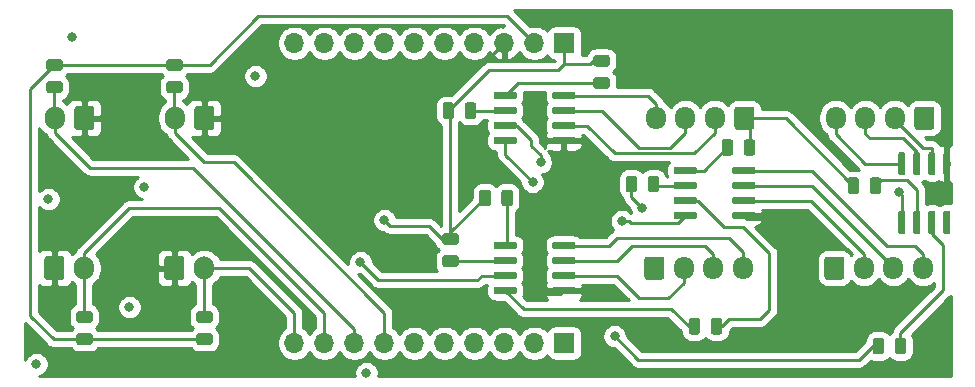
<source format=gbr>
G04 #@! TF.GenerationSoftware,KiCad,Pcbnew,(5.1.5)-3*
G04 #@! TF.CreationDate,2020-02-22T21:26:02+01:00*
G04 #@! TF.ProjectId,SchluesselbrettV2,5363686c-7565-4737-9365-6c6272657474,rev?*
G04 #@! TF.SameCoordinates,Original*
G04 #@! TF.FileFunction,Copper,L2,Bot*
G04 #@! TF.FilePolarity,Positive*
%FSLAX46Y46*%
G04 Gerber Fmt 4.6, Leading zero omitted, Abs format (unit mm)*
G04 Created by KiCad (PCBNEW (5.1.5)-3) date 2020-02-22 21:26:02*
%MOMM*%
%LPD*%
G04 APERTURE LIST*
G04 #@! TA.AperFunction,ComponentPad*
%ADD10O,1.700000X1.950000*%
G04 #@! TD*
G04 #@! TA.AperFunction,ComponentPad*
%ADD11C,0.100000*%
G04 #@! TD*
G04 #@! TA.AperFunction,SMDPad,CuDef*
%ADD12C,0.100000*%
G04 #@! TD*
G04 #@! TA.AperFunction,ComponentPad*
%ADD13O,1.700000X2.000000*%
G04 #@! TD*
G04 #@! TA.AperFunction,ComponentPad*
%ADD14O,1.700000X1.700000*%
G04 #@! TD*
G04 #@! TA.AperFunction,ComponentPad*
%ADD15R,1.700000X1.700000*%
G04 #@! TD*
G04 #@! TA.AperFunction,ViaPad*
%ADD16C,0.800000*%
G04 #@! TD*
G04 #@! TA.AperFunction,Conductor*
%ADD17C,0.250000*%
G04 #@! TD*
G04 #@! TA.AperFunction,Conductor*
%ADD18C,0.254000*%
G04 #@! TD*
G04 APERTURE END LIST*
D10*
G04 #@! TO.P,J7,4*
G04 #@! TO.N,Net-(J7-Pad4)*
X149740000Y-81280000D03*
G04 #@! TO.P,J7,3*
G04 #@! TO.N,Net-(J7-Pad3)*
X147240000Y-81280000D03*
G04 #@! TO.P,J7,2*
G04 #@! TO.N,Net-(J7-Pad2)*
X144740000Y-81280000D03*
G04 #@! TA.AperFunction,ComponentPad*
D11*
G04 #@! TO.P,J7,1*
G04 #@! TO.N,+5V*
G36*
X142864504Y-80306204D02*
G01*
X142888773Y-80309804D01*
X142912571Y-80315765D01*
X142935671Y-80324030D01*
X142957849Y-80334520D01*
X142978893Y-80347133D01*
X142998598Y-80361747D01*
X143016777Y-80378223D01*
X143033253Y-80396402D01*
X143047867Y-80416107D01*
X143060480Y-80437151D01*
X143070970Y-80459329D01*
X143079235Y-80482429D01*
X143085196Y-80506227D01*
X143088796Y-80530496D01*
X143090000Y-80555000D01*
X143090000Y-82005000D01*
X143088796Y-82029504D01*
X143085196Y-82053773D01*
X143079235Y-82077571D01*
X143070970Y-82100671D01*
X143060480Y-82122849D01*
X143047867Y-82143893D01*
X143033253Y-82163598D01*
X143016777Y-82181777D01*
X142998598Y-82198253D01*
X142978893Y-82212867D01*
X142957849Y-82225480D01*
X142935671Y-82235970D01*
X142912571Y-82244235D01*
X142888773Y-82250196D01*
X142864504Y-82253796D01*
X142840000Y-82255000D01*
X141640000Y-82255000D01*
X141615496Y-82253796D01*
X141591227Y-82250196D01*
X141567429Y-82244235D01*
X141544329Y-82235970D01*
X141522151Y-82225480D01*
X141501107Y-82212867D01*
X141481402Y-82198253D01*
X141463223Y-82181777D01*
X141446747Y-82163598D01*
X141432133Y-82143893D01*
X141419520Y-82122849D01*
X141409030Y-82100671D01*
X141400765Y-82077571D01*
X141394804Y-82053773D01*
X141391204Y-82029504D01*
X141390000Y-82005000D01*
X141390000Y-80555000D01*
X141391204Y-80530496D01*
X141394804Y-80506227D01*
X141400765Y-80482429D01*
X141409030Y-80459329D01*
X141419520Y-80437151D01*
X141432133Y-80416107D01*
X141446747Y-80396402D01*
X141463223Y-80378223D01*
X141481402Y-80361747D01*
X141501107Y-80347133D01*
X141522151Y-80334520D01*
X141544329Y-80324030D01*
X141567429Y-80315765D01*
X141591227Y-80309804D01*
X141615496Y-80306204D01*
X141640000Y-80305000D01*
X142840000Y-80305000D01*
X142864504Y-80306204D01*
G37*
G04 #@! TD.AperFunction*
G04 #@! TD*
D10*
G04 #@! TO.P,J10,4*
G04 #@! TO.N,Net-(J10-Pad4)*
X157600000Y-68580000D03*
G04 #@! TO.P,J10,3*
G04 #@! TO.N,Net-(J10-Pad3)*
X160100000Y-68580000D03*
G04 #@! TO.P,J10,2*
G04 #@! TO.N,Net-(J10-Pad2)*
X162600000Y-68580000D03*
G04 #@! TA.AperFunction,ComponentPad*
D11*
G04 #@! TO.P,J10,1*
G04 #@! TO.N,+5V*
G36*
X165724504Y-67606204D02*
G01*
X165748773Y-67609804D01*
X165772571Y-67615765D01*
X165795671Y-67624030D01*
X165817849Y-67634520D01*
X165838893Y-67647133D01*
X165858598Y-67661747D01*
X165876777Y-67678223D01*
X165893253Y-67696402D01*
X165907867Y-67716107D01*
X165920480Y-67737151D01*
X165930970Y-67759329D01*
X165939235Y-67782429D01*
X165945196Y-67806227D01*
X165948796Y-67830496D01*
X165950000Y-67855000D01*
X165950000Y-69305000D01*
X165948796Y-69329504D01*
X165945196Y-69353773D01*
X165939235Y-69377571D01*
X165930970Y-69400671D01*
X165920480Y-69422849D01*
X165907867Y-69443893D01*
X165893253Y-69463598D01*
X165876777Y-69481777D01*
X165858598Y-69498253D01*
X165838893Y-69512867D01*
X165817849Y-69525480D01*
X165795671Y-69535970D01*
X165772571Y-69544235D01*
X165748773Y-69550196D01*
X165724504Y-69553796D01*
X165700000Y-69555000D01*
X164500000Y-69555000D01*
X164475496Y-69553796D01*
X164451227Y-69550196D01*
X164427429Y-69544235D01*
X164404329Y-69535970D01*
X164382151Y-69525480D01*
X164361107Y-69512867D01*
X164341402Y-69498253D01*
X164323223Y-69481777D01*
X164306747Y-69463598D01*
X164292133Y-69443893D01*
X164279520Y-69422849D01*
X164269030Y-69400671D01*
X164260765Y-69377571D01*
X164254804Y-69353773D01*
X164251204Y-69329504D01*
X164250000Y-69305000D01*
X164250000Y-67855000D01*
X164251204Y-67830496D01*
X164254804Y-67806227D01*
X164260765Y-67782429D01*
X164269030Y-67759329D01*
X164279520Y-67737151D01*
X164292133Y-67716107D01*
X164306747Y-67696402D01*
X164323223Y-67678223D01*
X164341402Y-67661747D01*
X164361107Y-67647133D01*
X164382151Y-67634520D01*
X164404329Y-67624030D01*
X164427429Y-67615765D01*
X164451227Y-67609804D01*
X164475496Y-67606204D01*
X164500000Y-67605000D01*
X165700000Y-67605000D01*
X165724504Y-67606204D01*
G37*
G04 #@! TD.AperFunction*
G04 #@! TD*
G04 #@! TA.AperFunction,SMDPad,CuDef*
D12*
G04 #@! TO.P,U4,8*
G04 #@! TO.N,Net-(R8-Pad1)*
G36*
X163359703Y-76430722D02*
G01*
X163374264Y-76432882D01*
X163388543Y-76436459D01*
X163402403Y-76441418D01*
X163415710Y-76447712D01*
X163428336Y-76455280D01*
X163440159Y-76464048D01*
X163451066Y-76473934D01*
X163460952Y-76484841D01*
X163469720Y-76496664D01*
X163477288Y-76509290D01*
X163483582Y-76522597D01*
X163488541Y-76536457D01*
X163492118Y-76550736D01*
X163494278Y-76565297D01*
X163495000Y-76580000D01*
X163495000Y-78230000D01*
X163494278Y-78244703D01*
X163492118Y-78259264D01*
X163488541Y-78273543D01*
X163483582Y-78287403D01*
X163477288Y-78300710D01*
X163469720Y-78313336D01*
X163460952Y-78325159D01*
X163451066Y-78336066D01*
X163440159Y-78345952D01*
X163428336Y-78354720D01*
X163415710Y-78362288D01*
X163402403Y-78368582D01*
X163388543Y-78373541D01*
X163374264Y-78377118D01*
X163359703Y-78379278D01*
X163345000Y-78380000D01*
X163045000Y-78380000D01*
X163030297Y-78379278D01*
X163015736Y-78377118D01*
X163001457Y-78373541D01*
X162987597Y-78368582D01*
X162974290Y-78362288D01*
X162961664Y-78354720D01*
X162949841Y-78345952D01*
X162938934Y-78336066D01*
X162929048Y-78325159D01*
X162920280Y-78313336D01*
X162912712Y-78300710D01*
X162906418Y-78287403D01*
X162901459Y-78273543D01*
X162897882Y-78259264D01*
X162895722Y-78244703D01*
X162895000Y-78230000D01*
X162895000Y-76580000D01*
X162895722Y-76565297D01*
X162897882Y-76550736D01*
X162901459Y-76536457D01*
X162906418Y-76522597D01*
X162912712Y-76509290D01*
X162920280Y-76496664D01*
X162929048Y-76484841D01*
X162938934Y-76473934D01*
X162949841Y-76464048D01*
X162961664Y-76455280D01*
X162974290Y-76447712D01*
X162987597Y-76441418D01*
X163001457Y-76436459D01*
X163015736Y-76432882D01*
X163030297Y-76430722D01*
X163045000Y-76430000D01*
X163345000Y-76430000D01*
X163359703Y-76430722D01*
G37*
G04 #@! TD.AperFunction*
G04 #@! TA.AperFunction,SMDPad,CuDef*
G04 #@! TO.P,U4,7*
G04 #@! TO.N,Net-(R18-Pad1)*
G36*
X164629703Y-76430722D02*
G01*
X164644264Y-76432882D01*
X164658543Y-76436459D01*
X164672403Y-76441418D01*
X164685710Y-76447712D01*
X164698336Y-76455280D01*
X164710159Y-76464048D01*
X164721066Y-76473934D01*
X164730952Y-76484841D01*
X164739720Y-76496664D01*
X164747288Y-76509290D01*
X164753582Y-76522597D01*
X164758541Y-76536457D01*
X164762118Y-76550736D01*
X164764278Y-76565297D01*
X164765000Y-76580000D01*
X164765000Y-78230000D01*
X164764278Y-78244703D01*
X164762118Y-78259264D01*
X164758541Y-78273543D01*
X164753582Y-78287403D01*
X164747288Y-78300710D01*
X164739720Y-78313336D01*
X164730952Y-78325159D01*
X164721066Y-78336066D01*
X164710159Y-78345952D01*
X164698336Y-78354720D01*
X164685710Y-78362288D01*
X164672403Y-78368582D01*
X164658543Y-78373541D01*
X164644264Y-78377118D01*
X164629703Y-78379278D01*
X164615000Y-78380000D01*
X164315000Y-78380000D01*
X164300297Y-78379278D01*
X164285736Y-78377118D01*
X164271457Y-78373541D01*
X164257597Y-78368582D01*
X164244290Y-78362288D01*
X164231664Y-78354720D01*
X164219841Y-78345952D01*
X164208934Y-78336066D01*
X164199048Y-78325159D01*
X164190280Y-78313336D01*
X164182712Y-78300710D01*
X164176418Y-78287403D01*
X164171459Y-78273543D01*
X164167882Y-78259264D01*
X164165722Y-78244703D01*
X164165000Y-78230000D01*
X164165000Y-76580000D01*
X164165722Y-76565297D01*
X164167882Y-76550736D01*
X164171459Y-76536457D01*
X164176418Y-76522597D01*
X164182712Y-76509290D01*
X164190280Y-76496664D01*
X164199048Y-76484841D01*
X164208934Y-76473934D01*
X164219841Y-76464048D01*
X164231664Y-76455280D01*
X164244290Y-76447712D01*
X164257597Y-76441418D01*
X164271457Y-76436459D01*
X164285736Y-76432882D01*
X164300297Y-76430722D01*
X164315000Y-76430000D01*
X164615000Y-76430000D01*
X164629703Y-76430722D01*
G37*
G04 #@! TD.AperFunction*
G04 #@! TA.AperFunction,SMDPad,CuDef*
G04 #@! TO.P,U4,6*
G04 #@! TO.N,Net-(R4-Pad2)*
G36*
X165899703Y-76430722D02*
G01*
X165914264Y-76432882D01*
X165928543Y-76436459D01*
X165942403Y-76441418D01*
X165955710Y-76447712D01*
X165968336Y-76455280D01*
X165980159Y-76464048D01*
X165991066Y-76473934D01*
X166000952Y-76484841D01*
X166009720Y-76496664D01*
X166017288Y-76509290D01*
X166023582Y-76522597D01*
X166028541Y-76536457D01*
X166032118Y-76550736D01*
X166034278Y-76565297D01*
X166035000Y-76580000D01*
X166035000Y-78230000D01*
X166034278Y-78244703D01*
X166032118Y-78259264D01*
X166028541Y-78273543D01*
X166023582Y-78287403D01*
X166017288Y-78300710D01*
X166009720Y-78313336D01*
X166000952Y-78325159D01*
X165991066Y-78336066D01*
X165980159Y-78345952D01*
X165968336Y-78354720D01*
X165955710Y-78362288D01*
X165942403Y-78368582D01*
X165928543Y-78373541D01*
X165914264Y-78377118D01*
X165899703Y-78379278D01*
X165885000Y-78380000D01*
X165585000Y-78380000D01*
X165570297Y-78379278D01*
X165555736Y-78377118D01*
X165541457Y-78373541D01*
X165527597Y-78368582D01*
X165514290Y-78362288D01*
X165501664Y-78354720D01*
X165489841Y-78345952D01*
X165478934Y-78336066D01*
X165469048Y-78325159D01*
X165460280Y-78313336D01*
X165452712Y-78300710D01*
X165446418Y-78287403D01*
X165441459Y-78273543D01*
X165437882Y-78259264D01*
X165435722Y-78244703D01*
X165435000Y-78230000D01*
X165435000Y-76580000D01*
X165435722Y-76565297D01*
X165437882Y-76550736D01*
X165441459Y-76536457D01*
X165446418Y-76522597D01*
X165452712Y-76509290D01*
X165460280Y-76496664D01*
X165469048Y-76484841D01*
X165478934Y-76473934D01*
X165489841Y-76464048D01*
X165501664Y-76455280D01*
X165514290Y-76447712D01*
X165527597Y-76441418D01*
X165541457Y-76436459D01*
X165555736Y-76432882D01*
X165570297Y-76430722D01*
X165585000Y-76430000D01*
X165885000Y-76430000D01*
X165899703Y-76430722D01*
G37*
G04 #@! TD.AperFunction*
G04 #@! TA.AperFunction,SMDPad,CuDef*
G04 #@! TO.P,U4,5*
G04 #@! TO.N,Net-(U4-Pad5)*
G36*
X167169703Y-76430722D02*
G01*
X167184264Y-76432882D01*
X167198543Y-76436459D01*
X167212403Y-76441418D01*
X167225710Y-76447712D01*
X167238336Y-76455280D01*
X167250159Y-76464048D01*
X167261066Y-76473934D01*
X167270952Y-76484841D01*
X167279720Y-76496664D01*
X167287288Y-76509290D01*
X167293582Y-76522597D01*
X167298541Y-76536457D01*
X167302118Y-76550736D01*
X167304278Y-76565297D01*
X167305000Y-76580000D01*
X167305000Y-78230000D01*
X167304278Y-78244703D01*
X167302118Y-78259264D01*
X167298541Y-78273543D01*
X167293582Y-78287403D01*
X167287288Y-78300710D01*
X167279720Y-78313336D01*
X167270952Y-78325159D01*
X167261066Y-78336066D01*
X167250159Y-78345952D01*
X167238336Y-78354720D01*
X167225710Y-78362288D01*
X167212403Y-78368582D01*
X167198543Y-78373541D01*
X167184264Y-78377118D01*
X167169703Y-78379278D01*
X167155000Y-78380000D01*
X166855000Y-78380000D01*
X166840297Y-78379278D01*
X166825736Y-78377118D01*
X166811457Y-78373541D01*
X166797597Y-78368582D01*
X166784290Y-78362288D01*
X166771664Y-78354720D01*
X166759841Y-78345952D01*
X166748934Y-78336066D01*
X166739048Y-78325159D01*
X166730280Y-78313336D01*
X166722712Y-78300710D01*
X166716418Y-78287403D01*
X166711459Y-78273543D01*
X166707882Y-78259264D01*
X166705722Y-78244703D01*
X166705000Y-78230000D01*
X166705000Y-76580000D01*
X166705722Y-76565297D01*
X166707882Y-76550736D01*
X166711459Y-76536457D01*
X166716418Y-76522597D01*
X166722712Y-76509290D01*
X166730280Y-76496664D01*
X166739048Y-76484841D01*
X166748934Y-76473934D01*
X166759841Y-76464048D01*
X166771664Y-76455280D01*
X166784290Y-76447712D01*
X166797597Y-76441418D01*
X166811457Y-76436459D01*
X166825736Y-76432882D01*
X166840297Y-76430722D01*
X166855000Y-76430000D01*
X167155000Y-76430000D01*
X167169703Y-76430722D01*
G37*
G04 #@! TD.AperFunction*
G04 #@! TA.AperFunction,SMDPad,CuDef*
G04 #@! TO.P,U4,4*
G04 #@! TO.N,GND*
G36*
X167169703Y-71480722D02*
G01*
X167184264Y-71482882D01*
X167198543Y-71486459D01*
X167212403Y-71491418D01*
X167225710Y-71497712D01*
X167238336Y-71505280D01*
X167250159Y-71514048D01*
X167261066Y-71523934D01*
X167270952Y-71534841D01*
X167279720Y-71546664D01*
X167287288Y-71559290D01*
X167293582Y-71572597D01*
X167298541Y-71586457D01*
X167302118Y-71600736D01*
X167304278Y-71615297D01*
X167305000Y-71630000D01*
X167305000Y-73280000D01*
X167304278Y-73294703D01*
X167302118Y-73309264D01*
X167298541Y-73323543D01*
X167293582Y-73337403D01*
X167287288Y-73350710D01*
X167279720Y-73363336D01*
X167270952Y-73375159D01*
X167261066Y-73386066D01*
X167250159Y-73395952D01*
X167238336Y-73404720D01*
X167225710Y-73412288D01*
X167212403Y-73418582D01*
X167198543Y-73423541D01*
X167184264Y-73427118D01*
X167169703Y-73429278D01*
X167155000Y-73430000D01*
X166855000Y-73430000D01*
X166840297Y-73429278D01*
X166825736Y-73427118D01*
X166811457Y-73423541D01*
X166797597Y-73418582D01*
X166784290Y-73412288D01*
X166771664Y-73404720D01*
X166759841Y-73395952D01*
X166748934Y-73386066D01*
X166739048Y-73375159D01*
X166730280Y-73363336D01*
X166722712Y-73350710D01*
X166716418Y-73337403D01*
X166711459Y-73323543D01*
X166707882Y-73309264D01*
X166705722Y-73294703D01*
X166705000Y-73280000D01*
X166705000Y-71630000D01*
X166705722Y-71615297D01*
X166707882Y-71600736D01*
X166711459Y-71586457D01*
X166716418Y-71572597D01*
X166722712Y-71559290D01*
X166730280Y-71546664D01*
X166739048Y-71534841D01*
X166748934Y-71523934D01*
X166759841Y-71514048D01*
X166771664Y-71505280D01*
X166784290Y-71497712D01*
X166797597Y-71491418D01*
X166811457Y-71486459D01*
X166825736Y-71482882D01*
X166840297Y-71480722D01*
X166855000Y-71480000D01*
X167155000Y-71480000D01*
X167169703Y-71480722D01*
G37*
G04 #@! TD.AperFunction*
G04 #@! TA.AperFunction,SMDPad,CuDef*
G04 #@! TO.P,U4,3*
G04 #@! TO.N,Net-(J10-Pad2)*
G36*
X165899703Y-71480722D02*
G01*
X165914264Y-71482882D01*
X165928543Y-71486459D01*
X165942403Y-71491418D01*
X165955710Y-71497712D01*
X165968336Y-71505280D01*
X165980159Y-71514048D01*
X165991066Y-71523934D01*
X166000952Y-71534841D01*
X166009720Y-71546664D01*
X166017288Y-71559290D01*
X166023582Y-71572597D01*
X166028541Y-71586457D01*
X166032118Y-71600736D01*
X166034278Y-71615297D01*
X166035000Y-71630000D01*
X166035000Y-73280000D01*
X166034278Y-73294703D01*
X166032118Y-73309264D01*
X166028541Y-73323543D01*
X166023582Y-73337403D01*
X166017288Y-73350710D01*
X166009720Y-73363336D01*
X166000952Y-73375159D01*
X165991066Y-73386066D01*
X165980159Y-73395952D01*
X165968336Y-73404720D01*
X165955710Y-73412288D01*
X165942403Y-73418582D01*
X165928543Y-73423541D01*
X165914264Y-73427118D01*
X165899703Y-73429278D01*
X165885000Y-73430000D01*
X165585000Y-73430000D01*
X165570297Y-73429278D01*
X165555736Y-73427118D01*
X165541457Y-73423541D01*
X165527597Y-73418582D01*
X165514290Y-73412288D01*
X165501664Y-73404720D01*
X165489841Y-73395952D01*
X165478934Y-73386066D01*
X165469048Y-73375159D01*
X165460280Y-73363336D01*
X165452712Y-73350710D01*
X165446418Y-73337403D01*
X165441459Y-73323543D01*
X165437882Y-73309264D01*
X165435722Y-73294703D01*
X165435000Y-73280000D01*
X165435000Y-71630000D01*
X165435722Y-71615297D01*
X165437882Y-71600736D01*
X165441459Y-71586457D01*
X165446418Y-71572597D01*
X165452712Y-71559290D01*
X165460280Y-71546664D01*
X165469048Y-71534841D01*
X165478934Y-71523934D01*
X165489841Y-71514048D01*
X165501664Y-71505280D01*
X165514290Y-71497712D01*
X165527597Y-71491418D01*
X165541457Y-71486459D01*
X165555736Y-71482882D01*
X165570297Y-71480722D01*
X165585000Y-71480000D01*
X165885000Y-71480000D01*
X165899703Y-71480722D01*
G37*
G04 #@! TD.AperFunction*
G04 #@! TA.AperFunction,SMDPad,CuDef*
G04 #@! TO.P,U4,2*
G04 #@! TO.N,Net-(J10-Pad3)*
G36*
X164629703Y-71480722D02*
G01*
X164644264Y-71482882D01*
X164658543Y-71486459D01*
X164672403Y-71491418D01*
X164685710Y-71497712D01*
X164698336Y-71505280D01*
X164710159Y-71514048D01*
X164721066Y-71523934D01*
X164730952Y-71534841D01*
X164739720Y-71546664D01*
X164747288Y-71559290D01*
X164753582Y-71572597D01*
X164758541Y-71586457D01*
X164762118Y-71600736D01*
X164764278Y-71615297D01*
X164765000Y-71630000D01*
X164765000Y-73280000D01*
X164764278Y-73294703D01*
X164762118Y-73309264D01*
X164758541Y-73323543D01*
X164753582Y-73337403D01*
X164747288Y-73350710D01*
X164739720Y-73363336D01*
X164730952Y-73375159D01*
X164721066Y-73386066D01*
X164710159Y-73395952D01*
X164698336Y-73404720D01*
X164685710Y-73412288D01*
X164672403Y-73418582D01*
X164658543Y-73423541D01*
X164644264Y-73427118D01*
X164629703Y-73429278D01*
X164615000Y-73430000D01*
X164315000Y-73430000D01*
X164300297Y-73429278D01*
X164285736Y-73427118D01*
X164271457Y-73423541D01*
X164257597Y-73418582D01*
X164244290Y-73412288D01*
X164231664Y-73404720D01*
X164219841Y-73395952D01*
X164208934Y-73386066D01*
X164199048Y-73375159D01*
X164190280Y-73363336D01*
X164182712Y-73350710D01*
X164176418Y-73337403D01*
X164171459Y-73323543D01*
X164167882Y-73309264D01*
X164165722Y-73294703D01*
X164165000Y-73280000D01*
X164165000Y-71630000D01*
X164165722Y-71615297D01*
X164167882Y-71600736D01*
X164171459Y-71586457D01*
X164176418Y-71572597D01*
X164182712Y-71559290D01*
X164190280Y-71546664D01*
X164199048Y-71534841D01*
X164208934Y-71523934D01*
X164219841Y-71514048D01*
X164231664Y-71505280D01*
X164244290Y-71497712D01*
X164257597Y-71491418D01*
X164271457Y-71486459D01*
X164285736Y-71482882D01*
X164300297Y-71480722D01*
X164315000Y-71480000D01*
X164615000Y-71480000D01*
X164629703Y-71480722D01*
G37*
G04 #@! TD.AperFunction*
G04 #@! TA.AperFunction,SMDPad,CuDef*
G04 #@! TO.P,U4,1*
G04 #@! TO.N,Net-(J10-Pad4)*
G36*
X163359703Y-71480722D02*
G01*
X163374264Y-71482882D01*
X163388543Y-71486459D01*
X163402403Y-71491418D01*
X163415710Y-71497712D01*
X163428336Y-71505280D01*
X163440159Y-71514048D01*
X163451066Y-71523934D01*
X163460952Y-71534841D01*
X163469720Y-71546664D01*
X163477288Y-71559290D01*
X163483582Y-71572597D01*
X163488541Y-71586457D01*
X163492118Y-71600736D01*
X163494278Y-71615297D01*
X163495000Y-71630000D01*
X163495000Y-73280000D01*
X163494278Y-73294703D01*
X163492118Y-73309264D01*
X163488541Y-73323543D01*
X163483582Y-73337403D01*
X163477288Y-73350710D01*
X163469720Y-73363336D01*
X163460952Y-73375159D01*
X163451066Y-73386066D01*
X163440159Y-73395952D01*
X163428336Y-73404720D01*
X163415710Y-73412288D01*
X163402403Y-73418582D01*
X163388543Y-73423541D01*
X163374264Y-73427118D01*
X163359703Y-73429278D01*
X163345000Y-73430000D01*
X163045000Y-73430000D01*
X163030297Y-73429278D01*
X163015736Y-73427118D01*
X163001457Y-73423541D01*
X162987597Y-73418582D01*
X162974290Y-73412288D01*
X162961664Y-73404720D01*
X162949841Y-73395952D01*
X162938934Y-73386066D01*
X162929048Y-73375159D01*
X162920280Y-73363336D01*
X162912712Y-73350710D01*
X162906418Y-73337403D01*
X162901459Y-73323543D01*
X162897882Y-73309264D01*
X162895722Y-73294703D01*
X162895000Y-73280000D01*
X162895000Y-71630000D01*
X162895722Y-71615297D01*
X162897882Y-71600736D01*
X162901459Y-71586457D01*
X162906418Y-71572597D01*
X162912712Y-71559290D01*
X162920280Y-71546664D01*
X162929048Y-71534841D01*
X162938934Y-71523934D01*
X162949841Y-71514048D01*
X162961664Y-71505280D01*
X162974290Y-71497712D01*
X162987597Y-71491418D01*
X163001457Y-71486459D01*
X163015736Y-71482882D01*
X163030297Y-71480722D01*
X163045000Y-71480000D01*
X163345000Y-71480000D01*
X163359703Y-71480722D01*
G37*
G04 #@! TD.AperFunction*
G04 #@! TD*
G04 #@! TA.AperFunction,SMDPad,CuDef*
G04 #@! TO.P,U3,8*
G04 #@! TO.N,Net-(R7-Pad1)*
G36*
X130444703Y-66375722D02*
G01*
X130459264Y-66377882D01*
X130473543Y-66381459D01*
X130487403Y-66386418D01*
X130500710Y-66392712D01*
X130513336Y-66400280D01*
X130525159Y-66409048D01*
X130536066Y-66418934D01*
X130545952Y-66429841D01*
X130554720Y-66441664D01*
X130562288Y-66454290D01*
X130568582Y-66467597D01*
X130573541Y-66481457D01*
X130577118Y-66495736D01*
X130579278Y-66510297D01*
X130580000Y-66525000D01*
X130580000Y-66825000D01*
X130579278Y-66839703D01*
X130577118Y-66854264D01*
X130573541Y-66868543D01*
X130568582Y-66882403D01*
X130562288Y-66895710D01*
X130554720Y-66908336D01*
X130545952Y-66920159D01*
X130536066Y-66931066D01*
X130525159Y-66940952D01*
X130513336Y-66949720D01*
X130500710Y-66957288D01*
X130487403Y-66963582D01*
X130473543Y-66968541D01*
X130459264Y-66972118D01*
X130444703Y-66974278D01*
X130430000Y-66975000D01*
X128780000Y-66975000D01*
X128765297Y-66974278D01*
X128750736Y-66972118D01*
X128736457Y-66968541D01*
X128722597Y-66963582D01*
X128709290Y-66957288D01*
X128696664Y-66949720D01*
X128684841Y-66940952D01*
X128673934Y-66931066D01*
X128664048Y-66920159D01*
X128655280Y-66908336D01*
X128647712Y-66895710D01*
X128641418Y-66882403D01*
X128636459Y-66868543D01*
X128632882Y-66854264D01*
X128630722Y-66839703D01*
X128630000Y-66825000D01*
X128630000Y-66525000D01*
X128630722Y-66510297D01*
X128632882Y-66495736D01*
X128636459Y-66481457D01*
X128641418Y-66467597D01*
X128647712Y-66454290D01*
X128655280Y-66441664D01*
X128664048Y-66429841D01*
X128673934Y-66418934D01*
X128684841Y-66409048D01*
X128696664Y-66400280D01*
X128709290Y-66392712D01*
X128722597Y-66386418D01*
X128736457Y-66381459D01*
X128750736Y-66377882D01*
X128765297Y-66375722D01*
X128780000Y-66375000D01*
X130430000Y-66375000D01*
X130444703Y-66375722D01*
G37*
G04 #@! TD.AperFunction*
G04 #@! TA.AperFunction,SMDPad,CuDef*
G04 #@! TO.P,U3,7*
G04 #@! TO.N,Net-(R17-Pad1)*
G36*
X130444703Y-67645722D02*
G01*
X130459264Y-67647882D01*
X130473543Y-67651459D01*
X130487403Y-67656418D01*
X130500710Y-67662712D01*
X130513336Y-67670280D01*
X130525159Y-67679048D01*
X130536066Y-67688934D01*
X130545952Y-67699841D01*
X130554720Y-67711664D01*
X130562288Y-67724290D01*
X130568582Y-67737597D01*
X130573541Y-67751457D01*
X130577118Y-67765736D01*
X130579278Y-67780297D01*
X130580000Y-67795000D01*
X130580000Y-68095000D01*
X130579278Y-68109703D01*
X130577118Y-68124264D01*
X130573541Y-68138543D01*
X130568582Y-68152403D01*
X130562288Y-68165710D01*
X130554720Y-68178336D01*
X130545952Y-68190159D01*
X130536066Y-68201066D01*
X130525159Y-68210952D01*
X130513336Y-68219720D01*
X130500710Y-68227288D01*
X130487403Y-68233582D01*
X130473543Y-68238541D01*
X130459264Y-68242118D01*
X130444703Y-68244278D01*
X130430000Y-68245000D01*
X128780000Y-68245000D01*
X128765297Y-68244278D01*
X128750736Y-68242118D01*
X128736457Y-68238541D01*
X128722597Y-68233582D01*
X128709290Y-68227288D01*
X128696664Y-68219720D01*
X128684841Y-68210952D01*
X128673934Y-68201066D01*
X128664048Y-68190159D01*
X128655280Y-68178336D01*
X128647712Y-68165710D01*
X128641418Y-68152403D01*
X128636459Y-68138543D01*
X128632882Y-68124264D01*
X128630722Y-68109703D01*
X128630000Y-68095000D01*
X128630000Y-67795000D01*
X128630722Y-67780297D01*
X128632882Y-67765736D01*
X128636459Y-67751457D01*
X128641418Y-67737597D01*
X128647712Y-67724290D01*
X128655280Y-67711664D01*
X128664048Y-67699841D01*
X128673934Y-67688934D01*
X128684841Y-67679048D01*
X128696664Y-67670280D01*
X128709290Y-67662712D01*
X128722597Y-67656418D01*
X128736457Y-67651459D01*
X128750736Y-67647882D01*
X128765297Y-67645722D01*
X128780000Y-67645000D01*
X130430000Y-67645000D01*
X130444703Y-67645722D01*
G37*
G04 #@! TD.AperFunction*
G04 #@! TA.AperFunction,SMDPad,CuDef*
G04 #@! TO.P,U3,6*
G04 #@! TO.N,Net-(R3-Pad2)*
G36*
X130444703Y-68915722D02*
G01*
X130459264Y-68917882D01*
X130473543Y-68921459D01*
X130487403Y-68926418D01*
X130500710Y-68932712D01*
X130513336Y-68940280D01*
X130525159Y-68949048D01*
X130536066Y-68958934D01*
X130545952Y-68969841D01*
X130554720Y-68981664D01*
X130562288Y-68994290D01*
X130568582Y-69007597D01*
X130573541Y-69021457D01*
X130577118Y-69035736D01*
X130579278Y-69050297D01*
X130580000Y-69065000D01*
X130580000Y-69365000D01*
X130579278Y-69379703D01*
X130577118Y-69394264D01*
X130573541Y-69408543D01*
X130568582Y-69422403D01*
X130562288Y-69435710D01*
X130554720Y-69448336D01*
X130545952Y-69460159D01*
X130536066Y-69471066D01*
X130525159Y-69480952D01*
X130513336Y-69489720D01*
X130500710Y-69497288D01*
X130487403Y-69503582D01*
X130473543Y-69508541D01*
X130459264Y-69512118D01*
X130444703Y-69514278D01*
X130430000Y-69515000D01*
X128780000Y-69515000D01*
X128765297Y-69514278D01*
X128750736Y-69512118D01*
X128736457Y-69508541D01*
X128722597Y-69503582D01*
X128709290Y-69497288D01*
X128696664Y-69489720D01*
X128684841Y-69480952D01*
X128673934Y-69471066D01*
X128664048Y-69460159D01*
X128655280Y-69448336D01*
X128647712Y-69435710D01*
X128641418Y-69422403D01*
X128636459Y-69408543D01*
X128632882Y-69394264D01*
X128630722Y-69379703D01*
X128630000Y-69365000D01*
X128630000Y-69065000D01*
X128630722Y-69050297D01*
X128632882Y-69035736D01*
X128636459Y-69021457D01*
X128641418Y-69007597D01*
X128647712Y-68994290D01*
X128655280Y-68981664D01*
X128664048Y-68969841D01*
X128673934Y-68958934D01*
X128684841Y-68949048D01*
X128696664Y-68940280D01*
X128709290Y-68932712D01*
X128722597Y-68926418D01*
X128736457Y-68921459D01*
X128750736Y-68917882D01*
X128765297Y-68915722D01*
X128780000Y-68915000D01*
X130430000Y-68915000D01*
X130444703Y-68915722D01*
G37*
G04 #@! TD.AperFunction*
G04 #@! TA.AperFunction,SMDPad,CuDef*
G04 #@! TO.P,U3,5*
G04 #@! TO.N,Net-(R4-Pad1)*
G36*
X130444703Y-70185722D02*
G01*
X130459264Y-70187882D01*
X130473543Y-70191459D01*
X130487403Y-70196418D01*
X130500710Y-70202712D01*
X130513336Y-70210280D01*
X130525159Y-70219048D01*
X130536066Y-70228934D01*
X130545952Y-70239841D01*
X130554720Y-70251664D01*
X130562288Y-70264290D01*
X130568582Y-70277597D01*
X130573541Y-70291457D01*
X130577118Y-70305736D01*
X130579278Y-70320297D01*
X130580000Y-70335000D01*
X130580000Y-70635000D01*
X130579278Y-70649703D01*
X130577118Y-70664264D01*
X130573541Y-70678543D01*
X130568582Y-70692403D01*
X130562288Y-70705710D01*
X130554720Y-70718336D01*
X130545952Y-70730159D01*
X130536066Y-70741066D01*
X130525159Y-70750952D01*
X130513336Y-70759720D01*
X130500710Y-70767288D01*
X130487403Y-70773582D01*
X130473543Y-70778541D01*
X130459264Y-70782118D01*
X130444703Y-70784278D01*
X130430000Y-70785000D01*
X128780000Y-70785000D01*
X128765297Y-70784278D01*
X128750736Y-70782118D01*
X128736457Y-70778541D01*
X128722597Y-70773582D01*
X128709290Y-70767288D01*
X128696664Y-70759720D01*
X128684841Y-70750952D01*
X128673934Y-70741066D01*
X128664048Y-70730159D01*
X128655280Y-70718336D01*
X128647712Y-70705710D01*
X128641418Y-70692403D01*
X128636459Y-70678543D01*
X128632882Y-70664264D01*
X128630722Y-70649703D01*
X128630000Y-70635000D01*
X128630000Y-70335000D01*
X128630722Y-70320297D01*
X128632882Y-70305736D01*
X128636459Y-70291457D01*
X128641418Y-70277597D01*
X128647712Y-70264290D01*
X128655280Y-70251664D01*
X128664048Y-70239841D01*
X128673934Y-70228934D01*
X128684841Y-70219048D01*
X128696664Y-70210280D01*
X128709290Y-70202712D01*
X128722597Y-70196418D01*
X128736457Y-70191459D01*
X128750736Y-70187882D01*
X128765297Y-70185722D01*
X128780000Y-70185000D01*
X130430000Y-70185000D01*
X130444703Y-70185722D01*
G37*
G04 #@! TD.AperFunction*
G04 #@! TA.AperFunction,SMDPad,CuDef*
G04 #@! TO.P,U3,4*
G04 #@! TO.N,GND*
G36*
X135394703Y-70185722D02*
G01*
X135409264Y-70187882D01*
X135423543Y-70191459D01*
X135437403Y-70196418D01*
X135450710Y-70202712D01*
X135463336Y-70210280D01*
X135475159Y-70219048D01*
X135486066Y-70228934D01*
X135495952Y-70239841D01*
X135504720Y-70251664D01*
X135512288Y-70264290D01*
X135518582Y-70277597D01*
X135523541Y-70291457D01*
X135527118Y-70305736D01*
X135529278Y-70320297D01*
X135530000Y-70335000D01*
X135530000Y-70635000D01*
X135529278Y-70649703D01*
X135527118Y-70664264D01*
X135523541Y-70678543D01*
X135518582Y-70692403D01*
X135512288Y-70705710D01*
X135504720Y-70718336D01*
X135495952Y-70730159D01*
X135486066Y-70741066D01*
X135475159Y-70750952D01*
X135463336Y-70759720D01*
X135450710Y-70767288D01*
X135437403Y-70773582D01*
X135423543Y-70778541D01*
X135409264Y-70782118D01*
X135394703Y-70784278D01*
X135380000Y-70785000D01*
X133730000Y-70785000D01*
X133715297Y-70784278D01*
X133700736Y-70782118D01*
X133686457Y-70778541D01*
X133672597Y-70773582D01*
X133659290Y-70767288D01*
X133646664Y-70759720D01*
X133634841Y-70750952D01*
X133623934Y-70741066D01*
X133614048Y-70730159D01*
X133605280Y-70718336D01*
X133597712Y-70705710D01*
X133591418Y-70692403D01*
X133586459Y-70678543D01*
X133582882Y-70664264D01*
X133580722Y-70649703D01*
X133580000Y-70635000D01*
X133580000Y-70335000D01*
X133580722Y-70320297D01*
X133582882Y-70305736D01*
X133586459Y-70291457D01*
X133591418Y-70277597D01*
X133597712Y-70264290D01*
X133605280Y-70251664D01*
X133614048Y-70239841D01*
X133623934Y-70228934D01*
X133634841Y-70219048D01*
X133646664Y-70210280D01*
X133659290Y-70202712D01*
X133672597Y-70196418D01*
X133686457Y-70191459D01*
X133700736Y-70187882D01*
X133715297Y-70185722D01*
X133730000Y-70185000D01*
X135380000Y-70185000D01*
X135394703Y-70185722D01*
G37*
G04 #@! TD.AperFunction*
G04 #@! TA.AperFunction,SMDPad,CuDef*
G04 #@! TO.P,U3,3*
G04 #@! TO.N,Net-(J9-Pad2)*
G36*
X135394703Y-68915722D02*
G01*
X135409264Y-68917882D01*
X135423543Y-68921459D01*
X135437403Y-68926418D01*
X135450710Y-68932712D01*
X135463336Y-68940280D01*
X135475159Y-68949048D01*
X135486066Y-68958934D01*
X135495952Y-68969841D01*
X135504720Y-68981664D01*
X135512288Y-68994290D01*
X135518582Y-69007597D01*
X135523541Y-69021457D01*
X135527118Y-69035736D01*
X135529278Y-69050297D01*
X135530000Y-69065000D01*
X135530000Y-69365000D01*
X135529278Y-69379703D01*
X135527118Y-69394264D01*
X135523541Y-69408543D01*
X135518582Y-69422403D01*
X135512288Y-69435710D01*
X135504720Y-69448336D01*
X135495952Y-69460159D01*
X135486066Y-69471066D01*
X135475159Y-69480952D01*
X135463336Y-69489720D01*
X135450710Y-69497288D01*
X135437403Y-69503582D01*
X135423543Y-69508541D01*
X135409264Y-69512118D01*
X135394703Y-69514278D01*
X135380000Y-69515000D01*
X133730000Y-69515000D01*
X133715297Y-69514278D01*
X133700736Y-69512118D01*
X133686457Y-69508541D01*
X133672597Y-69503582D01*
X133659290Y-69497288D01*
X133646664Y-69489720D01*
X133634841Y-69480952D01*
X133623934Y-69471066D01*
X133614048Y-69460159D01*
X133605280Y-69448336D01*
X133597712Y-69435710D01*
X133591418Y-69422403D01*
X133586459Y-69408543D01*
X133582882Y-69394264D01*
X133580722Y-69379703D01*
X133580000Y-69365000D01*
X133580000Y-69065000D01*
X133580722Y-69050297D01*
X133582882Y-69035736D01*
X133586459Y-69021457D01*
X133591418Y-69007597D01*
X133597712Y-68994290D01*
X133605280Y-68981664D01*
X133614048Y-68969841D01*
X133623934Y-68958934D01*
X133634841Y-68949048D01*
X133646664Y-68940280D01*
X133659290Y-68932712D01*
X133672597Y-68926418D01*
X133686457Y-68921459D01*
X133700736Y-68917882D01*
X133715297Y-68915722D01*
X133730000Y-68915000D01*
X135380000Y-68915000D01*
X135394703Y-68915722D01*
G37*
G04 #@! TD.AperFunction*
G04 #@! TA.AperFunction,SMDPad,CuDef*
G04 #@! TO.P,U3,2*
G04 #@! TO.N,Net-(J9-Pad3)*
G36*
X135394703Y-67645722D02*
G01*
X135409264Y-67647882D01*
X135423543Y-67651459D01*
X135437403Y-67656418D01*
X135450710Y-67662712D01*
X135463336Y-67670280D01*
X135475159Y-67679048D01*
X135486066Y-67688934D01*
X135495952Y-67699841D01*
X135504720Y-67711664D01*
X135512288Y-67724290D01*
X135518582Y-67737597D01*
X135523541Y-67751457D01*
X135527118Y-67765736D01*
X135529278Y-67780297D01*
X135530000Y-67795000D01*
X135530000Y-68095000D01*
X135529278Y-68109703D01*
X135527118Y-68124264D01*
X135523541Y-68138543D01*
X135518582Y-68152403D01*
X135512288Y-68165710D01*
X135504720Y-68178336D01*
X135495952Y-68190159D01*
X135486066Y-68201066D01*
X135475159Y-68210952D01*
X135463336Y-68219720D01*
X135450710Y-68227288D01*
X135437403Y-68233582D01*
X135423543Y-68238541D01*
X135409264Y-68242118D01*
X135394703Y-68244278D01*
X135380000Y-68245000D01*
X133730000Y-68245000D01*
X133715297Y-68244278D01*
X133700736Y-68242118D01*
X133686457Y-68238541D01*
X133672597Y-68233582D01*
X133659290Y-68227288D01*
X133646664Y-68219720D01*
X133634841Y-68210952D01*
X133623934Y-68201066D01*
X133614048Y-68190159D01*
X133605280Y-68178336D01*
X133597712Y-68165710D01*
X133591418Y-68152403D01*
X133586459Y-68138543D01*
X133582882Y-68124264D01*
X133580722Y-68109703D01*
X133580000Y-68095000D01*
X133580000Y-67795000D01*
X133580722Y-67780297D01*
X133582882Y-67765736D01*
X133586459Y-67751457D01*
X133591418Y-67737597D01*
X133597712Y-67724290D01*
X133605280Y-67711664D01*
X133614048Y-67699841D01*
X133623934Y-67688934D01*
X133634841Y-67679048D01*
X133646664Y-67670280D01*
X133659290Y-67662712D01*
X133672597Y-67656418D01*
X133686457Y-67651459D01*
X133700736Y-67647882D01*
X133715297Y-67645722D01*
X133730000Y-67645000D01*
X135380000Y-67645000D01*
X135394703Y-67645722D01*
G37*
G04 #@! TD.AperFunction*
G04 #@! TA.AperFunction,SMDPad,CuDef*
G04 #@! TO.P,U3,1*
G04 #@! TO.N,Net-(J9-Pad4)*
G36*
X135394703Y-66375722D02*
G01*
X135409264Y-66377882D01*
X135423543Y-66381459D01*
X135437403Y-66386418D01*
X135450710Y-66392712D01*
X135463336Y-66400280D01*
X135475159Y-66409048D01*
X135486066Y-66418934D01*
X135495952Y-66429841D01*
X135504720Y-66441664D01*
X135512288Y-66454290D01*
X135518582Y-66467597D01*
X135523541Y-66481457D01*
X135527118Y-66495736D01*
X135529278Y-66510297D01*
X135530000Y-66525000D01*
X135530000Y-66825000D01*
X135529278Y-66839703D01*
X135527118Y-66854264D01*
X135523541Y-66868543D01*
X135518582Y-66882403D01*
X135512288Y-66895710D01*
X135504720Y-66908336D01*
X135495952Y-66920159D01*
X135486066Y-66931066D01*
X135475159Y-66940952D01*
X135463336Y-66949720D01*
X135450710Y-66957288D01*
X135437403Y-66963582D01*
X135423543Y-66968541D01*
X135409264Y-66972118D01*
X135394703Y-66974278D01*
X135380000Y-66975000D01*
X133730000Y-66975000D01*
X133715297Y-66974278D01*
X133700736Y-66972118D01*
X133686457Y-66968541D01*
X133672597Y-66963582D01*
X133659290Y-66957288D01*
X133646664Y-66949720D01*
X133634841Y-66940952D01*
X133623934Y-66931066D01*
X133614048Y-66920159D01*
X133605280Y-66908336D01*
X133597712Y-66895710D01*
X133591418Y-66882403D01*
X133586459Y-66868543D01*
X133582882Y-66854264D01*
X133580722Y-66839703D01*
X133580000Y-66825000D01*
X133580000Y-66525000D01*
X133580722Y-66510297D01*
X133582882Y-66495736D01*
X133586459Y-66481457D01*
X133591418Y-66467597D01*
X133597712Y-66454290D01*
X133605280Y-66441664D01*
X133614048Y-66429841D01*
X133623934Y-66418934D01*
X133634841Y-66409048D01*
X133646664Y-66400280D01*
X133659290Y-66392712D01*
X133672597Y-66386418D01*
X133686457Y-66381459D01*
X133700736Y-66377882D01*
X133715297Y-66375722D01*
X133730000Y-66375000D01*
X135380000Y-66375000D01*
X135394703Y-66375722D01*
G37*
G04 #@! TD.AperFunction*
G04 #@! TD*
G04 #@! TA.AperFunction,SMDPad,CuDef*
G04 #@! TO.P,U2,8*
G04 #@! TO.N,Net-(R6-Pad1)*
G36*
X145684703Y-72725722D02*
G01*
X145699264Y-72727882D01*
X145713543Y-72731459D01*
X145727403Y-72736418D01*
X145740710Y-72742712D01*
X145753336Y-72750280D01*
X145765159Y-72759048D01*
X145776066Y-72768934D01*
X145785952Y-72779841D01*
X145794720Y-72791664D01*
X145802288Y-72804290D01*
X145808582Y-72817597D01*
X145813541Y-72831457D01*
X145817118Y-72845736D01*
X145819278Y-72860297D01*
X145820000Y-72875000D01*
X145820000Y-73175000D01*
X145819278Y-73189703D01*
X145817118Y-73204264D01*
X145813541Y-73218543D01*
X145808582Y-73232403D01*
X145802288Y-73245710D01*
X145794720Y-73258336D01*
X145785952Y-73270159D01*
X145776066Y-73281066D01*
X145765159Y-73290952D01*
X145753336Y-73299720D01*
X145740710Y-73307288D01*
X145727403Y-73313582D01*
X145713543Y-73318541D01*
X145699264Y-73322118D01*
X145684703Y-73324278D01*
X145670000Y-73325000D01*
X144020000Y-73325000D01*
X144005297Y-73324278D01*
X143990736Y-73322118D01*
X143976457Y-73318541D01*
X143962597Y-73313582D01*
X143949290Y-73307288D01*
X143936664Y-73299720D01*
X143924841Y-73290952D01*
X143913934Y-73281066D01*
X143904048Y-73270159D01*
X143895280Y-73258336D01*
X143887712Y-73245710D01*
X143881418Y-73232403D01*
X143876459Y-73218543D01*
X143872882Y-73204264D01*
X143870722Y-73189703D01*
X143870000Y-73175000D01*
X143870000Y-72875000D01*
X143870722Y-72860297D01*
X143872882Y-72845736D01*
X143876459Y-72831457D01*
X143881418Y-72817597D01*
X143887712Y-72804290D01*
X143895280Y-72791664D01*
X143904048Y-72779841D01*
X143913934Y-72768934D01*
X143924841Y-72759048D01*
X143936664Y-72750280D01*
X143949290Y-72742712D01*
X143962597Y-72736418D01*
X143976457Y-72731459D01*
X143990736Y-72727882D01*
X144005297Y-72725722D01*
X144020000Y-72725000D01*
X145670000Y-72725000D01*
X145684703Y-72725722D01*
G37*
G04 #@! TD.AperFunction*
G04 #@! TA.AperFunction,SMDPad,CuDef*
G04 #@! TO.P,U2,7*
G04 #@! TO.N,Net-(R12-Pad1)*
G36*
X145684703Y-73995722D02*
G01*
X145699264Y-73997882D01*
X145713543Y-74001459D01*
X145727403Y-74006418D01*
X145740710Y-74012712D01*
X145753336Y-74020280D01*
X145765159Y-74029048D01*
X145776066Y-74038934D01*
X145785952Y-74049841D01*
X145794720Y-74061664D01*
X145802288Y-74074290D01*
X145808582Y-74087597D01*
X145813541Y-74101457D01*
X145817118Y-74115736D01*
X145819278Y-74130297D01*
X145820000Y-74145000D01*
X145820000Y-74445000D01*
X145819278Y-74459703D01*
X145817118Y-74474264D01*
X145813541Y-74488543D01*
X145808582Y-74502403D01*
X145802288Y-74515710D01*
X145794720Y-74528336D01*
X145785952Y-74540159D01*
X145776066Y-74551066D01*
X145765159Y-74560952D01*
X145753336Y-74569720D01*
X145740710Y-74577288D01*
X145727403Y-74583582D01*
X145713543Y-74588541D01*
X145699264Y-74592118D01*
X145684703Y-74594278D01*
X145670000Y-74595000D01*
X144020000Y-74595000D01*
X144005297Y-74594278D01*
X143990736Y-74592118D01*
X143976457Y-74588541D01*
X143962597Y-74583582D01*
X143949290Y-74577288D01*
X143936664Y-74569720D01*
X143924841Y-74560952D01*
X143913934Y-74551066D01*
X143904048Y-74540159D01*
X143895280Y-74528336D01*
X143887712Y-74515710D01*
X143881418Y-74502403D01*
X143876459Y-74488543D01*
X143872882Y-74474264D01*
X143870722Y-74459703D01*
X143870000Y-74445000D01*
X143870000Y-74145000D01*
X143870722Y-74130297D01*
X143872882Y-74115736D01*
X143876459Y-74101457D01*
X143881418Y-74087597D01*
X143887712Y-74074290D01*
X143895280Y-74061664D01*
X143904048Y-74049841D01*
X143913934Y-74038934D01*
X143924841Y-74029048D01*
X143936664Y-74020280D01*
X143949290Y-74012712D01*
X143962597Y-74006418D01*
X143976457Y-74001459D01*
X143990736Y-73997882D01*
X144005297Y-73995722D01*
X144020000Y-73995000D01*
X145670000Y-73995000D01*
X145684703Y-73995722D01*
G37*
G04 #@! TD.AperFunction*
G04 #@! TA.AperFunction,SMDPad,CuDef*
G04 #@! TO.P,U2,6*
G04 #@! TO.N,Net-(R2-Pad2)*
G36*
X145684703Y-75265722D02*
G01*
X145699264Y-75267882D01*
X145713543Y-75271459D01*
X145727403Y-75276418D01*
X145740710Y-75282712D01*
X145753336Y-75290280D01*
X145765159Y-75299048D01*
X145776066Y-75308934D01*
X145785952Y-75319841D01*
X145794720Y-75331664D01*
X145802288Y-75344290D01*
X145808582Y-75357597D01*
X145813541Y-75371457D01*
X145817118Y-75385736D01*
X145819278Y-75400297D01*
X145820000Y-75415000D01*
X145820000Y-75715000D01*
X145819278Y-75729703D01*
X145817118Y-75744264D01*
X145813541Y-75758543D01*
X145808582Y-75772403D01*
X145802288Y-75785710D01*
X145794720Y-75798336D01*
X145785952Y-75810159D01*
X145776066Y-75821066D01*
X145765159Y-75830952D01*
X145753336Y-75839720D01*
X145740710Y-75847288D01*
X145727403Y-75853582D01*
X145713543Y-75858541D01*
X145699264Y-75862118D01*
X145684703Y-75864278D01*
X145670000Y-75865000D01*
X144020000Y-75865000D01*
X144005297Y-75864278D01*
X143990736Y-75862118D01*
X143976457Y-75858541D01*
X143962597Y-75853582D01*
X143949290Y-75847288D01*
X143936664Y-75839720D01*
X143924841Y-75830952D01*
X143913934Y-75821066D01*
X143904048Y-75810159D01*
X143895280Y-75798336D01*
X143887712Y-75785710D01*
X143881418Y-75772403D01*
X143876459Y-75758543D01*
X143872882Y-75744264D01*
X143870722Y-75729703D01*
X143870000Y-75715000D01*
X143870000Y-75415000D01*
X143870722Y-75400297D01*
X143872882Y-75385736D01*
X143876459Y-75371457D01*
X143881418Y-75357597D01*
X143887712Y-75344290D01*
X143895280Y-75331664D01*
X143904048Y-75319841D01*
X143913934Y-75308934D01*
X143924841Y-75299048D01*
X143936664Y-75290280D01*
X143949290Y-75282712D01*
X143962597Y-75276418D01*
X143976457Y-75271459D01*
X143990736Y-75267882D01*
X144005297Y-75265722D01*
X144020000Y-75265000D01*
X145670000Y-75265000D01*
X145684703Y-75265722D01*
G37*
G04 #@! TD.AperFunction*
G04 #@! TA.AperFunction,SMDPad,CuDef*
G04 #@! TO.P,U2,5*
G04 #@! TO.N,Net-(R3-Pad1)*
G36*
X145684703Y-76535722D02*
G01*
X145699264Y-76537882D01*
X145713543Y-76541459D01*
X145727403Y-76546418D01*
X145740710Y-76552712D01*
X145753336Y-76560280D01*
X145765159Y-76569048D01*
X145776066Y-76578934D01*
X145785952Y-76589841D01*
X145794720Y-76601664D01*
X145802288Y-76614290D01*
X145808582Y-76627597D01*
X145813541Y-76641457D01*
X145817118Y-76655736D01*
X145819278Y-76670297D01*
X145820000Y-76685000D01*
X145820000Y-76985000D01*
X145819278Y-76999703D01*
X145817118Y-77014264D01*
X145813541Y-77028543D01*
X145808582Y-77042403D01*
X145802288Y-77055710D01*
X145794720Y-77068336D01*
X145785952Y-77080159D01*
X145776066Y-77091066D01*
X145765159Y-77100952D01*
X145753336Y-77109720D01*
X145740710Y-77117288D01*
X145727403Y-77123582D01*
X145713543Y-77128541D01*
X145699264Y-77132118D01*
X145684703Y-77134278D01*
X145670000Y-77135000D01*
X144020000Y-77135000D01*
X144005297Y-77134278D01*
X143990736Y-77132118D01*
X143976457Y-77128541D01*
X143962597Y-77123582D01*
X143949290Y-77117288D01*
X143936664Y-77109720D01*
X143924841Y-77100952D01*
X143913934Y-77091066D01*
X143904048Y-77080159D01*
X143895280Y-77068336D01*
X143887712Y-77055710D01*
X143881418Y-77042403D01*
X143876459Y-77028543D01*
X143872882Y-77014264D01*
X143870722Y-76999703D01*
X143870000Y-76985000D01*
X143870000Y-76685000D01*
X143870722Y-76670297D01*
X143872882Y-76655736D01*
X143876459Y-76641457D01*
X143881418Y-76627597D01*
X143887712Y-76614290D01*
X143895280Y-76601664D01*
X143904048Y-76589841D01*
X143913934Y-76578934D01*
X143924841Y-76569048D01*
X143936664Y-76560280D01*
X143949290Y-76552712D01*
X143962597Y-76546418D01*
X143976457Y-76541459D01*
X143990736Y-76537882D01*
X144005297Y-76535722D01*
X144020000Y-76535000D01*
X145670000Y-76535000D01*
X145684703Y-76535722D01*
G37*
G04 #@! TD.AperFunction*
G04 #@! TA.AperFunction,SMDPad,CuDef*
G04 #@! TO.P,U2,4*
G04 #@! TO.N,GND*
G36*
X150634703Y-76535722D02*
G01*
X150649264Y-76537882D01*
X150663543Y-76541459D01*
X150677403Y-76546418D01*
X150690710Y-76552712D01*
X150703336Y-76560280D01*
X150715159Y-76569048D01*
X150726066Y-76578934D01*
X150735952Y-76589841D01*
X150744720Y-76601664D01*
X150752288Y-76614290D01*
X150758582Y-76627597D01*
X150763541Y-76641457D01*
X150767118Y-76655736D01*
X150769278Y-76670297D01*
X150770000Y-76685000D01*
X150770000Y-76985000D01*
X150769278Y-76999703D01*
X150767118Y-77014264D01*
X150763541Y-77028543D01*
X150758582Y-77042403D01*
X150752288Y-77055710D01*
X150744720Y-77068336D01*
X150735952Y-77080159D01*
X150726066Y-77091066D01*
X150715159Y-77100952D01*
X150703336Y-77109720D01*
X150690710Y-77117288D01*
X150677403Y-77123582D01*
X150663543Y-77128541D01*
X150649264Y-77132118D01*
X150634703Y-77134278D01*
X150620000Y-77135000D01*
X148970000Y-77135000D01*
X148955297Y-77134278D01*
X148940736Y-77132118D01*
X148926457Y-77128541D01*
X148912597Y-77123582D01*
X148899290Y-77117288D01*
X148886664Y-77109720D01*
X148874841Y-77100952D01*
X148863934Y-77091066D01*
X148854048Y-77080159D01*
X148845280Y-77068336D01*
X148837712Y-77055710D01*
X148831418Y-77042403D01*
X148826459Y-77028543D01*
X148822882Y-77014264D01*
X148820722Y-76999703D01*
X148820000Y-76985000D01*
X148820000Y-76685000D01*
X148820722Y-76670297D01*
X148822882Y-76655736D01*
X148826459Y-76641457D01*
X148831418Y-76627597D01*
X148837712Y-76614290D01*
X148845280Y-76601664D01*
X148854048Y-76589841D01*
X148863934Y-76578934D01*
X148874841Y-76569048D01*
X148886664Y-76560280D01*
X148899290Y-76552712D01*
X148912597Y-76546418D01*
X148926457Y-76541459D01*
X148940736Y-76537882D01*
X148955297Y-76535722D01*
X148970000Y-76535000D01*
X150620000Y-76535000D01*
X150634703Y-76535722D01*
G37*
G04 #@! TD.AperFunction*
G04 #@! TA.AperFunction,SMDPad,CuDef*
G04 #@! TO.P,U2,3*
G04 #@! TO.N,Net-(J8-Pad2)*
G36*
X150634703Y-75265722D02*
G01*
X150649264Y-75267882D01*
X150663543Y-75271459D01*
X150677403Y-75276418D01*
X150690710Y-75282712D01*
X150703336Y-75290280D01*
X150715159Y-75299048D01*
X150726066Y-75308934D01*
X150735952Y-75319841D01*
X150744720Y-75331664D01*
X150752288Y-75344290D01*
X150758582Y-75357597D01*
X150763541Y-75371457D01*
X150767118Y-75385736D01*
X150769278Y-75400297D01*
X150770000Y-75415000D01*
X150770000Y-75715000D01*
X150769278Y-75729703D01*
X150767118Y-75744264D01*
X150763541Y-75758543D01*
X150758582Y-75772403D01*
X150752288Y-75785710D01*
X150744720Y-75798336D01*
X150735952Y-75810159D01*
X150726066Y-75821066D01*
X150715159Y-75830952D01*
X150703336Y-75839720D01*
X150690710Y-75847288D01*
X150677403Y-75853582D01*
X150663543Y-75858541D01*
X150649264Y-75862118D01*
X150634703Y-75864278D01*
X150620000Y-75865000D01*
X148970000Y-75865000D01*
X148955297Y-75864278D01*
X148940736Y-75862118D01*
X148926457Y-75858541D01*
X148912597Y-75853582D01*
X148899290Y-75847288D01*
X148886664Y-75839720D01*
X148874841Y-75830952D01*
X148863934Y-75821066D01*
X148854048Y-75810159D01*
X148845280Y-75798336D01*
X148837712Y-75785710D01*
X148831418Y-75772403D01*
X148826459Y-75758543D01*
X148822882Y-75744264D01*
X148820722Y-75729703D01*
X148820000Y-75715000D01*
X148820000Y-75415000D01*
X148820722Y-75400297D01*
X148822882Y-75385736D01*
X148826459Y-75371457D01*
X148831418Y-75357597D01*
X148837712Y-75344290D01*
X148845280Y-75331664D01*
X148854048Y-75319841D01*
X148863934Y-75308934D01*
X148874841Y-75299048D01*
X148886664Y-75290280D01*
X148899290Y-75282712D01*
X148912597Y-75276418D01*
X148926457Y-75271459D01*
X148940736Y-75267882D01*
X148955297Y-75265722D01*
X148970000Y-75265000D01*
X150620000Y-75265000D01*
X150634703Y-75265722D01*
G37*
G04 #@! TD.AperFunction*
G04 #@! TA.AperFunction,SMDPad,CuDef*
G04 #@! TO.P,U2,2*
G04 #@! TO.N,Net-(J8-Pad3)*
G36*
X150634703Y-73995722D02*
G01*
X150649264Y-73997882D01*
X150663543Y-74001459D01*
X150677403Y-74006418D01*
X150690710Y-74012712D01*
X150703336Y-74020280D01*
X150715159Y-74029048D01*
X150726066Y-74038934D01*
X150735952Y-74049841D01*
X150744720Y-74061664D01*
X150752288Y-74074290D01*
X150758582Y-74087597D01*
X150763541Y-74101457D01*
X150767118Y-74115736D01*
X150769278Y-74130297D01*
X150770000Y-74145000D01*
X150770000Y-74445000D01*
X150769278Y-74459703D01*
X150767118Y-74474264D01*
X150763541Y-74488543D01*
X150758582Y-74502403D01*
X150752288Y-74515710D01*
X150744720Y-74528336D01*
X150735952Y-74540159D01*
X150726066Y-74551066D01*
X150715159Y-74560952D01*
X150703336Y-74569720D01*
X150690710Y-74577288D01*
X150677403Y-74583582D01*
X150663543Y-74588541D01*
X150649264Y-74592118D01*
X150634703Y-74594278D01*
X150620000Y-74595000D01*
X148970000Y-74595000D01*
X148955297Y-74594278D01*
X148940736Y-74592118D01*
X148926457Y-74588541D01*
X148912597Y-74583582D01*
X148899290Y-74577288D01*
X148886664Y-74569720D01*
X148874841Y-74560952D01*
X148863934Y-74551066D01*
X148854048Y-74540159D01*
X148845280Y-74528336D01*
X148837712Y-74515710D01*
X148831418Y-74502403D01*
X148826459Y-74488543D01*
X148822882Y-74474264D01*
X148820722Y-74459703D01*
X148820000Y-74445000D01*
X148820000Y-74145000D01*
X148820722Y-74130297D01*
X148822882Y-74115736D01*
X148826459Y-74101457D01*
X148831418Y-74087597D01*
X148837712Y-74074290D01*
X148845280Y-74061664D01*
X148854048Y-74049841D01*
X148863934Y-74038934D01*
X148874841Y-74029048D01*
X148886664Y-74020280D01*
X148899290Y-74012712D01*
X148912597Y-74006418D01*
X148926457Y-74001459D01*
X148940736Y-73997882D01*
X148955297Y-73995722D01*
X148970000Y-73995000D01*
X150620000Y-73995000D01*
X150634703Y-73995722D01*
G37*
G04 #@! TD.AperFunction*
G04 #@! TA.AperFunction,SMDPad,CuDef*
G04 #@! TO.P,U2,1*
G04 #@! TO.N,Net-(J8-Pad4)*
G36*
X150634703Y-72725722D02*
G01*
X150649264Y-72727882D01*
X150663543Y-72731459D01*
X150677403Y-72736418D01*
X150690710Y-72742712D01*
X150703336Y-72750280D01*
X150715159Y-72759048D01*
X150726066Y-72768934D01*
X150735952Y-72779841D01*
X150744720Y-72791664D01*
X150752288Y-72804290D01*
X150758582Y-72817597D01*
X150763541Y-72831457D01*
X150767118Y-72845736D01*
X150769278Y-72860297D01*
X150770000Y-72875000D01*
X150770000Y-73175000D01*
X150769278Y-73189703D01*
X150767118Y-73204264D01*
X150763541Y-73218543D01*
X150758582Y-73232403D01*
X150752288Y-73245710D01*
X150744720Y-73258336D01*
X150735952Y-73270159D01*
X150726066Y-73281066D01*
X150715159Y-73290952D01*
X150703336Y-73299720D01*
X150690710Y-73307288D01*
X150677403Y-73313582D01*
X150663543Y-73318541D01*
X150649264Y-73322118D01*
X150634703Y-73324278D01*
X150620000Y-73325000D01*
X148970000Y-73325000D01*
X148955297Y-73324278D01*
X148940736Y-73322118D01*
X148926457Y-73318541D01*
X148912597Y-73313582D01*
X148899290Y-73307288D01*
X148886664Y-73299720D01*
X148874841Y-73290952D01*
X148863934Y-73281066D01*
X148854048Y-73270159D01*
X148845280Y-73258336D01*
X148837712Y-73245710D01*
X148831418Y-73232403D01*
X148826459Y-73218543D01*
X148822882Y-73204264D01*
X148820722Y-73189703D01*
X148820000Y-73175000D01*
X148820000Y-72875000D01*
X148820722Y-72860297D01*
X148822882Y-72845736D01*
X148826459Y-72831457D01*
X148831418Y-72817597D01*
X148837712Y-72804290D01*
X148845280Y-72791664D01*
X148854048Y-72779841D01*
X148863934Y-72768934D01*
X148874841Y-72759048D01*
X148886664Y-72750280D01*
X148899290Y-72742712D01*
X148912597Y-72736418D01*
X148926457Y-72731459D01*
X148940736Y-72727882D01*
X148955297Y-72725722D01*
X148970000Y-72725000D01*
X150620000Y-72725000D01*
X150634703Y-72725722D01*
G37*
G04 #@! TD.AperFunction*
G04 #@! TD*
G04 #@! TA.AperFunction,SMDPad,CuDef*
G04 #@! TO.P,U1,8*
G04 #@! TO.N,Net-(R5-Pad1)*
G36*
X130444703Y-79075722D02*
G01*
X130459264Y-79077882D01*
X130473543Y-79081459D01*
X130487403Y-79086418D01*
X130500710Y-79092712D01*
X130513336Y-79100280D01*
X130525159Y-79109048D01*
X130536066Y-79118934D01*
X130545952Y-79129841D01*
X130554720Y-79141664D01*
X130562288Y-79154290D01*
X130568582Y-79167597D01*
X130573541Y-79181457D01*
X130577118Y-79195736D01*
X130579278Y-79210297D01*
X130580000Y-79225000D01*
X130580000Y-79525000D01*
X130579278Y-79539703D01*
X130577118Y-79554264D01*
X130573541Y-79568543D01*
X130568582Y-79582403D01*
X130562288Y-79595710D01*
X130554720Y-79608336D01*
X130545952Y-79620159D01*
X130536066Y-79631066D01*
X130525159Y-79640952D01*
X130513336Y-79649720D01*
X130500710Y-79657288D01*
X130487403Y-79663582D01*
X130473543Y-79668541D01*
X130459264Y-79672118D01*
X130444703Y-79674278D01*
X130430000Y-79675000D01*
X128780000Y-79675000D01*
X128765297Y-79674278D01*
X128750736Y-79672118D01*
X128736457Y-79668541D01*
X128722597Y-79663582D01*
X128709290Y-79657288D01*
X128696664Y-79649720D01*
X128684841Y-79640952D01*
X128673934Y-79631066D01*
X128664048Y-79620159D01*
X128655280Y-79608336D01*
X128647712Y-79595710D01*
X128641418Y-79582403D01*
X128636459Y-79568543D01*
X128632882Y-79554264D01*
X128630722Y-79539703D01*
X128630000Y-79525000D01*
X128630000Y-79225000D01*
X128630722Y-79210297D01*
X128632882Y-79195736D01*
X128636459Y-79181457D01*
X128641418Y-79167597D01*
X128647712Y-79154290D01*
X128655280Y-79141664D01*
X128664048Y-79129841D01*
X128673934Y-79118934D01*
X128684841Y-79109048D01*
X128696664Y-79100280D01*
X128709290Y-79092712D01*
X128722597Y-79086418D01*
X128736457Y-79081459D01*
X128750736Y-79077882D01*
X128765297Y-79075722D01*
X128780000Y-79075000D01*
X130430000Y-79075000D01*
X130444703Y-79075722D01*
G37*
G04 #@! TD.AperFunction*
G04 #@! TA.AperFunction,SMDPad,CuDef*
G04 #@! TO.P,U1,7*
G04 #@! TO.N,Net-(R11-Pad1)*
G36*
X130444703Y-80345722D02*
G01*
X130459264Y-80347882D01*
X130473543Y-80351459D01*
X130487403Y-80356418D01*
X130500710Y-80362712D01*
X130513336Y-80370280D01*
X130525159Y-80379048D01*
X130536066Y-80388934D01*
X130545952Y-80399841D01*
X130554720Y-80411664D01*
X130562288Y-80424290D01*
X130568582Y-80437597D01*
X130573541Y-80451457D01*
X130577118Y-80465736D01*
X130579278Y-80480297D01*
X130580000Y-80495000D01*
X130580000Y-80795000D01*
X130579278Y-80809703D01*
X130577118Y-80824264D01*
X130573541Y-80838543D01*
X130568582Y-80852403D01*
X130562288Y-80865710D01*
X130554720Y-80878336D01*
X130545952Y-80890159D01*
X130536066Y-80901066D01*
X130525159Y-80910952D01*
X130513336Y-80919720D01*
X130500710Y-80927288D01*
X130487403Y-80933582D01*
X130473543Y-80938541D01*
X130459264Y-80942118D01*
X130444703Y-80944278D01*
X130430000Y-80945000D01*
X128780000Y-80945000D01*
X128765297Y-80944278D01*
X128750736Y-80942118D01*
X128736457Y-80938541D01*
X128722597Y-80933582D01*
X128709290Y-80927288D01*
X128696664Y-80919720D01*
X128684841Y-80910952D01*
X128673934Y-80901066D01*
X128664048Y-80890159D01*
X128655280Y-80878336D01*
X128647712Y-80865710D01*
X128641418Y-80852403D01*
X128636459Y-80838543D01*
X128632882Y-80824264D01*
X128630722Y-80809703D01*
X128630000Y-80795000D01*
X128630000Y-80495000D01*
X128630722Y-80480297D01*
X128632882Y-80465736D01*
X128636459Y-80451457D01*
X128641418Y-80437597D01*
X128647712Y-80424290D01*
X128655280Y-80411664D01*
X128664048Y-80399841D01*
X128673934Y-80388934D01*
X128684841Y-80379048D01*
X128696664Y-80370280D01*
X128709290Y-80362712D01*
X128722597Y-80356418D01*
X128736457Y-80351459D01*
X128750736Y-80347882D01*
X128765297Y-80345722D01*
X128780000Y-80345000D01*
X130430000Y-80345000D01*
X130444703Y-80345722D01*
G37*
G04 #@! TD.AperFunction*
G04 #@! TA.AperFunction,SMDPad,CuDef*
G04 #@! TO.P,U1,6*
G04 #@! TO.N,Net-(Q1-Pad3)*
G36*
X130444703Y-81615722D02*
G01*
X130459264Y-81617882D01*
X130473543Y-81621459D01*
X130487403Y-81626418D01*
X130500710Y-81632712D01*
X130513336Y-81640280D01*
X130525159Y-81649048D01*
X130536066Y-81658934D01*
X130545952Y-81669841D01*
X130554720Y-81681664D01*
X130562288Y-81694290D01*
X130568582Y-81707597D01*
X130573541Y-81721457D01*
X130577118Y-81735736D01*
X130579278Y-81750297D01*
X130580000Y-81765000D01*
X130580000Y-82065000D01*
X130579278Y-82079703D01*
X130577118Y-82094264D01*
X130573541Y-82108543D01*
X130568582Y-82122403D01*
X130562288Y-82135710D01*
X130554720Y-82148336D01*
X130545952Y-82160159D01*
X130536066Y-82171066D01*
X130525159Y-82180952D01*
X130513336Y-82189720D01*
X130500710Y-82197288D01*
X130487403Y-82203582D01*
X130473543Y-82208541D01*
X130459264Y-82212118D01*
X130444703Y-82214278D01*
X130430000Y-82215000D01*
X128780000Y-82215000D01*
X128765297Y-82214278D01*
X128750736Y-82212118D01*
X128736457Y-82208541D01*
X128722597Y-82203582D01*
X128709290Y-82197288D01*
X128696664Y-82189720D01*
X128684841Y-82180952D01*
X128673934Y-82171066D01*
X128664048Y-82160159D01*
X128655280Y-82148336D01*
X128647712Y-82135710D01*
X128641418Y-82122403D01*
X128636459Y-82108543D01*
X128632882Y-82094264D01*
X128630722Y-82079703D01*
X128630000Y-82065000D01*
X128630000Y-81765000D01*
X128630722Y-81750297D01*
X128632882Y-81735736D01*
X128636459Y-81721457D01*
X128641418Y-81707597D01*
X128647712Y-81694290D01*
X128655280Y-81681664D01*
X128664048Y-81669841D01*
X128673934Y-81658934D01*
X128684841Y-81649048D01*
X128696664Y-81640280D01*
X128709290Y-81632712D01*
X128722597Y-81626418D01*
X128736457Y-81621459D01*
X128750736Y-81617882D01*
X128765297Y-81615722D01*
X128780000Y-81615000D01*
X130430000Y-81615000D01*
X130444703Y-81615722D01*
G37*
G04 #@! TD.AperFunction*
G04 #@! TA.AperFunction,SMDPad,CuDef*
G04 #@! TO.P,U1,5*
G04 #@! TO.N,Net-(R2-Pad1)*
G36*
X130444703Y-82885722D02*
G01*
X130459264Y-82887882D01*
X130473543Y-82891459D01*
X130487403Y-82896418D01*
X130500710Y-82902712D01*
X130513336Y-82910280D01*
X130525159Y-82919048D01*
X130536066Y-82928934D01*
X130545952Y-82939841D01*
X130554720Y-82951664D01*
X130562288Y-82964290D01*
X130568582Y-82977597D01*
X130573541Y-82991457D01*
X130577118Y-83005736D01*
X130579278Y-83020297D01*
X130580000Y-83035000D01*
X130580000Y-83335000D01*
X130579278Y-83349703D01*
X130577118Y-83364264D01*
X130573541Y-83378543D01*
X130568582Y-83392403D01*
X130562288Y-83405710D01*
X130554720Y-83418336D01*
X130545952Y-83430159D01*
X130536066Y-83441066D01*
X130525159Y-83450952D01*
X130513336Y-83459720D01*
X130500710Y-83467288D01*
X130487403Y-83473582D01*
X130473543Y-83478541D01*
X130459264Y-83482118D01*
X130444703Y-83484278D01*
X130430000Y-83485000D01*
X128780000Y-83485000D01*
X128765297Y-83484278D01*
X128750736Y-83482118D01*
X128736457Y-83478541D01*
X128722597Y-83473582D01*
X128709290Y-83467288D01*
X128696664Y-83459720D01*
X128684841Y-83450952D01*
X128673934Y-83441066D01*
X128664048Y-83430159D01*
X128655280Y-83418336D01*
X128647712Y-83405710D01*
X128641418Y-83392403D01*
X128636459Y-83378543D01*
X128632882Y-83364264D01*
X128630722Y-83349703D01*
X128630000Y-83335000D01*
X128630000Y-83035000D01*
X128630722Y-83020297D01*
X128632882Y-83005736D01*
X128636459Y-82991457D01*
X128641418Y-82977597D01*
X128647712Y-82964290D01*
X128655280Y-82951664D01*
X128664048Y-82939841D01*
X128673934Y-82928934D01*
X128684841Y-82919048D01*
X128696664Y-82910280D01*
X128709290Y-82902712D01*
X128722597Y-82896418D01*
X128736457Y-82891459D01*
X128750736Y-82887882D01*
X128765297Y-82885722D01*
X128780000Y-82885000D01*
X130430000Y-82885000D01*
X130444703Y-82885722D01*
G37*
G04 #@! TD.AperFunction*
G04 #@! TA.AperFunction,SMDPad,CuDef*
G04 #@! TO.P,U1,4*
G04 #@! TO.N,GND*
G36*
X135394703Y-82885722D02*
G01*
X135409264Y-82887882D01*
X135423543Y-82891459D01*
X135437403Y-82896418D01*
X135450710Y-82902712D01*
X135463336Y-82910280D01*
X135475159Y-82919048D01*
X135486066Y-82928934D01*
X135495952Y-82939841D01*
X135504720Y-82951664D01*
X135512288Y-82964290D01*
X135518582Y-82977597D01*
X135523541Y-82991457D01*
X135527118Y-83005736D01*
X135529278Y-83020297D01*
X135530000Y-83035000D01*
X135530000Y-83335000D01*
X135529278Y-83349703D01*
X135527118Y-83364264D01*
X135523541Y-83378543D01*
X135518582Y-83392403D01*
X135512288Y-83405710D01*
X135504720Y-83418336D01*
X135495952Y-83430159D01*
X135486066Y-83441066D01*
X135475159Y-83450952D01*
X135463336Y-83459720D01*
X135450710Y-83467288D01*
X135437403Y-83473582D01*
X135423543Y-83478541D01*
X135409264Y-83482118D01*
X135394703Y-83484278D01*
X135380000Y-83485000D01*
X133730000Y-83485000D01*
X133715297Y-83484278D01*
X133700736Y-83482118D01*
X133686457Y-83478541D01*
X133672597Y-83473582D01*
X133659290Y-83467288D01*
X133646664Y-83459720D01*
X133634841Y-83450952D01*
X133623934Y-83441066D01*
X133614048Y-83430159D01*
X133605280Y-83418336D01*
X133597712Y-83405710D01*
X133591418Y-83392403D01*
X133586459Y-83378543D01*
X133582882Y-83364264D01*
X133580722Y-83349703D01*
X133580000Y-83335000D01*
X133580000Y-83035000D01*
X133580722Y-83020297D01*
X133582882Y-83005736D01*
X133586459Y-82991457D01*
X133591418Y-82977597D01*
X133597712Y-82964290D01*
X133605280Y-82951664D01*
X133614048Y-82939841D01*
X133623934Y-82928934D01*
X133634841Y-82919048D01*
X133646664Y-82910280D01*
X133659290Y-82902712D01*
X133672597Y-82896418D01*
X133686457Y-82891459D01*
X133700736Y-82887882D01*
X133715297Y-82885722D01*
X133730000Y-82885000D01*
X135380000Y-82885000D01*
X135394703Y-82885722D01*
G37*
G04 #@! TD.AperFunction*
G04 #@! TA.AperFunction,SMDPad,CuDef*
G04 #@! TO.P,U1,3*
G04 #@! TO.N,Net-(J7-Pad2)*
G36*
X135394703Y-81615722D02*
G01*
X135409264Y-81617882D01*
X135423543Y-81621459D01*
X135437403Y-81626418D01*
X135450710Y-81632712D01*
X135463336Y-81640280D01*
X135475159Y-81649048D01*
X135486066Y-81658934D01*
X135495952Y-81669841D01*
X135504720Y-81681664D01*
X135512288Y-81694290D01*
X135518582Y-81707597D01*
X135523541Y-81721457D01*
X135527118Y-81735736D01*
X135529278Y-81750297D01*
X135530000Y-81765000D01*
X135530000Y-82065000D01*
X135529278Y-82079703D01*
X135527118Y-82094264D01*
X135523541Y-82108543D01*
X135518582Y-82122403D01*
X135512288Y-82135710D01*
X135504720Y-82148336D01*
X135495952Y-82160159D01*
X135486066Y-82171066D01*
X135475159Y-82180952D01*
X135463336Y-82189720D01*
X135450710Y-82197288D01*
X135437403Y-82203582D01*
X135423543Y-82208541D01*
X135409264Y-82212118D01*
X135394703Y-82214278D01*
X135380000Y-82215000D01*
X133730000Y-82215000D01*
X133715297Y-82214278D01*
X133700736Y-82212118D01*
X133686457Y-82208541D01*
X133672597Y-82203582D01*
X133659290Y-82197288D01*
X133646664Y-82189720D01*
X133634841Y-82180952D01*
X133623934Y-82171066D01*
X133614048Y-82160159D01*
X133605280Y-82148336D01*
X133597712Y-82135710D01*
X133591418Y-82122403D01*
X133586459Y-82108543D01*
X133582882Y-82094264D01*
X133580722Y-82079703D01*
X133580000Y-82065000D01*
X133580000Y-81765000D01*
X133580722Y-81750297D01*
X133582882Y-81735736D01*
X133586459Y-81721457D01*
X133591418Y-81707597D01*
X133597712Y-81694290D01*
X133605280Y-81681664D01*
X133614048Y-81669841D01*
X133623934Y-81658934D01*
X133634841Y-81649048D01*
X133646664Y-81640280D01*
X133659290Y-81632712D01*
X133672597Y-81626418D01*
X133686457Y-81621459D01*
X133700736Y-81617882D01*
X133715297Y-81615722D01*
X133730000Y-81615000D01*
X135380000Y-81615000D01*
X135394703Y-81615722D01*
G37*
G04 #@! TD.AperFunction*
G04 #@! TA.AperFunction,SMDPad,CuDef*
G04 #@! TO.P,U1,2*
G04 #@! TO.N,Net-(J7-Pad3)*
G36*
X135394703Y-80345722D02*
G01*
X135409264Y-80347882D01*
X135423543Y-80351459D01*
X135437403Y-80356418D01*
X135450710Y-80362712D01*
X135463336Y-80370280D01*
X135475159Y-80379048D01*
X135486066Y-80388934D01*
X135495952Y-80399841D01*
X135504720Y-80411664D01*
X135512288Y-80424290D01*
X135518582Y-80437597D01*
X135523541Y-80451457D01*
X135527118Y-80465736D01*
X135529278Y-80480297D01*
X135530000Y-80495000D01*
X135530000Y-80795000D01*
X135529278Y-80809703D01*
X135527118Y-80824264D01*
X135523541Y-80838543D01*
X135518582Y-80852403D01*
X135512288Y-80865710D01*
X135504720Y-80878336D01*
X135495952Y-80890159D01*
X135486066Y-80901066D01*
X135475159Y-80910952D01*
X135463336Y-80919720D01*
X135450710Y-80927288D01*
X135437403Y-80933582D01*
X135423543Y-80938541D01*
X135409264Y-80942118D01*
X135394703Y-80944278D01*
X135380000Y-80945000D01*
X133730000Y-80945000D01*
X133715297Y-80944278D01*
X133700736Y-80942118D01*
X133686457Y-80938541D01*
X133672597Y-80933582D01*
X133659290Y-80927288D01*
X133646664Y-80919720D01*
X133634841Y-80910952D01*
X133623934Y-80901066D01*
X133614048Y-80890159D01*
X133605280Y-80878336D01*
X133597712Y-80865710D01*
X133591418Y-80852403D01*
X133586459Y-80838543D01*
X133582882Y-80824264D01*
X133580722Y-80809703D01*
X133580000Y-80795000D01*
X133580000Y-80495000D01*
X133580722Y-80480297D01*
X133582882Y-80465736D01*
X133586459Y-80451457D01*
X133591418Y-80437597D01*
X133597712Y-80424290D01*
X133605280Y-80411664D01*
X133614048Y-80399841D01*
X133623934Y-80388934D01*
X133634841Y-80379048D01*
X133646664Y-80370280D01*
X133659290Y-80362712D01*
X133672597Y-80356418D01*
X133686457Y-80351459D01*
X133700736Y-80347882D01*
X133715297Y-80345722D01*
X133730000Y-80345000D01*
X135380000Y-80345000D01*
X135394703Y-80345722D01*
G37*
G04 #@! TD.AperFunction*
G04 #@! TA.AperFunction,SMDPad,CuDef*
G04 #@! TO.P,U1,1*
G04 #@! TO.N,Net-(J7-Pad4)*
G36*
X135394703Y-79075722D02*
G01*
X135409264Y-79077882D01*
X135423543Y-79081459D01*
X135437403Y-79086418D01*
X135450710Y-79092712D01*
X135463336Y-79100280D01*
X135475159Y-79109048D01*
X135486066Y-79118934D01*
X135495952Y-79129841D01*
X135504720Y-79141664D01*
X135512288Y-79154290D01*
X135518582Y-79167597D01*
X135523541Y-79181457D01*
X135527118Y-79195736D01*
X135529278Y-79210297D01*
X135530000Y-79225000D01*
X135530000Y-79525000D01*
X135529278Y-79539703D01*
X135527118Y-79554264D01*
X135523541Y-79568543D01*
X135518582Y-79582403D01*
X135512288Y-79595710D01*
X135504720Y-79608336D01*
X135495952Y-79620159D01*
X135486066Y-79631066D01*
X135475159Y-79640952D01*
X135463336Y-79649720D01*
X135450710Y-79657288D01*
X135437403Y-79663582D01*
X135423543Y-79668541D01*
X135409264Y-79672118D01*
X135394703Y-79674278D01*
X135380000Y-79675000D01*
X133730000Y-79675000D01*
X133715297Y-79674278D01*
X133700736Y-79672118D01*
X133686457Y-79668541D01*
X133672597Y-79663582D01*
X133659290Y-79657288D01*
X133646664Y-79649720D01*
X133634841Y-79640952D01*
X133623934Y-79631066D01*
X133614048Y-79620159D01*
X133605280Y-79608336D01*
X133597712Y-79595710D01*
X133591418Y-79582403D01*
X133586459Y-79568543D01*
X133582882Y-79554264D01*
X133580722Y-79539703D01*
X133580000Y-79525000D01*
X133580000Y-79225000D01*
X133580722Y-79210297D01*
X133582882Y-79195736D01*
X133586459Y-79181457D01*
X133591418Y-79167597D01*
X133597712Y-79154290D01*
X133605280Y-79141664D01*
X133614048Y-79129841D01*
X133623934Y-79118934D01*
X133634841Y-79109048D01*
X133646664Y-79100280D01*
X133659290Y-79092712D01*
X133672597Y-79086418D01*
X133686457Y-79081459D01*
X133700736Y-79077882D01*
X133715297Y-79075722D01*
X133730000Y-79075000D01*
X135380000Y-79075000D01*
X135394703Y-79075722D01*
G37*
G04 #@! TD.AperFunction*
G04 #@! TD*
G04 #@! TA.AperFunction,SMDPad,CuDef*
G04 #@! TO.P,R18,2*
G04 #@! TO.N,+5V*
G36*
X159350142Y-73596174D02*
G01*
X159373803Y-73599684D01*
X159397007Y-73605496D01*
X159419529Y-73613554D01*
X159441153Y-73623782D01*
X159461670Y-73636079D01*
X159480883Y-73650329D01*
X159498607Y-73666393D01*
X159514671Y-73684117D01*
X159528921Y-73703330D01*
X159541218Y-73723847D01*
X159551446Y-73745471D01*
X159559504Y-73767993D01*
X159565316Y-73791197D01*
X159568826Y-73814858D01*
X159570000Y-73838750D01*
X159570000Y-74751250D01*
X159568826Y-74775142D01*
X159565316Y-74798803D01*
X159559504Y-74822007D01*
X159551446Y-74844529D01*
X159541218Y-74866153D01*
X159528921Y-74886670D01*
X159514671Y-74905883D01*
X159498607Y-74923607D01*
X159480883Y-74939671D01*
X159461670Y-74953921D01*
X159441153Y-74966218D01*
X159419529Y-74976446D01*
X159397007Y-74984504D01*
X159373803Y-74990316D01*
X159350142Y-74993826D01*
X159326250Y-74995000D01*
X158838750Y-74995000D01*
X158814858Y-74993826D01*
X158791197Y-74990316D01*
X158767993Y-74984504D01*
X158745471Y-74976446D01*
X158723847Y-74966218D01*
X158703330Y-74953921D01*
X158684117Y-74939671D01*
X158666393Y-74923607D01*
X158650329Y-74905883D01*
X158636079Y-74886670D01*
X158623782Y-74866153D01*
X158613554Y-74844529D01*
X158605496Y-74822007D01*
X158599684Y-74798803D01*
X158596174Y-74775142D01*
X158595000Y-74751250D01*
X158595000Y-73838750D01*
X158596174Y-73814858D01*
X158599684Y-73791197D01*
X158605496Y-73767993D01*
X158613554Y-73745471D01*
X158623782Y-73723847D01*
X158636079Y-73703330D01*
X158650329Y-73684117D01*
X158666393Y-73666393D01*
X158684117Y-73650329D01*
X158703330Y-73636079D01*
X158723847Y-73623782D01*
X158745471Y-73613554D01*
X158767993Y-73605496D01*
X158791197Y-73599684D01*
X158814858Y-73596174D01*
X158838750Y-73595000D01*
X159326250Y-73595000D01*
X159350142Y-73596174D01*
G37*
G04 #@! TD.AperFunction*
G04 #@! TA.AperFunction,SMDPad,CuDef*
G04 #@! TO.P,R18,1*
G04 #@! TO.N,Net-(R18-Pad1)*
G36*
X161225142Y-73596174D02*
G01*
X161248803Y-73599684D01*
X161272007Y-73605496D01*
X161294529Y-73613554D01*
X161316153Y-73623782D01*
X161336670Y-73636079D01*
X161355883Y-73650329D01*
X161373607Y-73666393D01*
X161389671Y-73684117D01*
X161403921Y-73703330D01*
X161416218Y-73723847D01*
X161426446Y-73745471D01*
X161434504Y-73767993D01*
X161440316Y-73791197D01*
X161443826Y-73814858D01*
X161445000Y-73838750D01*
X161445000Y-74751250D01*
X161443826Y-74775142D01*
X161440316Y-74798803D01*
X161434504Y-74822007D01*
X161426446Y-74844529D01*
X161416218Y-74866153D01*
X161403921Y-74886670D01*
X161389671Y-74905883D01*
X161373607Y-74923607D01*
X161355883Y-74939671D01*
X161336670Y-74953921D01*
X161316153Y-74966218D01*
X161294529Y-74976446D01*
X161272007Y-74984504D01*
X161248803Y-74990316D01*
X161225142Y-74993826D01*
X161201250Y-74995000D01*
X160713750Y-74995000D01*
X160689858Y-74993826D01*
X160666197Y-74990316D01*
X160642993Y-74984504D01*
X160620471Y-74976446D01*
X160598847Y-74966218D01*
X160578330Y-74953921D01*
X160559117Y-74939671D01*
X160541393Y-74923607D01*
X160525329Y-74905883D01*
X160511079Y-74886670D01*
X160498782Y-74866153D01*
X160488554Y-74844529D01*
X160480496Y-74822007D01*
X160474684Y-74798803D01*
X160471174Y-74775142D01*
X160470000Y-74751250D01*
X160470000Y-73838750D01*
X160471174Y-73814858D01*
X160474684Y-73791197D01*
X160480496Y-73767993D01*
X160488554Y-73745471D01*
X160498782Y-73723847D01*
X160511079Y-73703330D01*
X160525329Y-73684117D01*
X160541393Y-73666393D01*
X160559117Y-73650329D01*
X160578330Y-73636079D01*
X160598847Y-73623782D01*
X160620471Y-73613554D01*
X160642993Y-73605496D01*
X160666197Y-73599684D01*
X160689858Y-73596174D01*
X160713750Y-73595000D01*
X161201250Y-73595000D01*
X161225142Y-73596174D01*
G37*
G04 #@! TD.AperFunction*
G04 #@! TD*
G04 #@! TA.AperFunction,SMDPad,CuDef*
G04 #@! TO.P,R17,2*
G04 #@! TO.N,+5V*
G36*
X125060142Y-67246174D02*
G01*
X125083803Y-67249684D01*
X125107007Y-67255496D01*
X125129529Y-67263554D01*
X125151153Y-67273782D01*
X125171670Y-67286079D01*
X125190883Y-67300329D01*
X125208607Y-67316393D01*
X125224671Y-67334117D01*
X125238921Y-67353330D01*
X125251218Y-67373847D01*
X125261446Y-67395471D01*
X125269504Y-67417993D01*
X125275316Y-67441197D01*
X125278826Y-67464858D01*
X125280000Y-67488750D01*
X125280000Y-68401250D01*
X125278826Y-68425142D01*
X125275316Y-68448803D01*
X125269504Y-68472007D01*
X125261446Y-68494529D01*
X125251218Y-68516153D01*
X125238921Y-68536670D01*
X125224671Y-68555883D01*
X125208607Y-68573607D01*
X125190883Y-68589671D01*
X125171670Y-68603921D01*
X125151153Y-68616218D01*
X125129529Y-68626446D01*
X125107007Y-68634504D01*
X125083803Y-68640316D01*
X125060142Y-68643826D01*
X125036250Y-68645000D01*
X124548750Y-68645000D01*
X124524858Y-68643826D01*
X124501197Y-68640316D01*
X124477993Y-68634504D01*
X124455471Y-68626446D01*
X124433847Y-68616218D01*
X124413330Y-68603921D01*
X124394117Y-68589671D01*
X124376393Y-68573607D01*
X124360329Y-68555883D01*
X124346079Y-68536670D01*
X124333782Y-68516153D01*
X124323554Y-68494529D01*
X124315496Y-68472007D01*
X124309684Y-68448803D01*
X124306174Y-68425142D01*
X124305000Y-68401250D01*
X124305000Y-67488750D01*
X124306174Y-67464858D01*
X124309684Y-67441197D01*
X124315496Y-67417993D01*
X124323554Y-67395471D01*
X124333782Y-67373847D01*
X124346079Y-67353330D01*
X124360329Y-67334117D01*
X124376393Y-67316393D01*
X124394117Y-67300329D01*
X124413330Y-67286079D01*
X124433847Y-67273782D01*
X124455471Y-67263554D01*
X124477993Y-67255496D01*
X124501197Y-67249684D01*
X124524858Y-67246174D01*
X124548750Y-67245000D01*
X125036250Y-67245000D01*
X125060142Y-67246174D01*
G37*
G04 #@! TD.AperFunction*
G04 #@! TA.AperFunction,SMDPad,CuDef*
G04 #@! TO.P,R17,1*
G04 #@! TO.N,Net-(R17-Pad1)*
G36*
X126935142Y-67246174D02*
G01*
X126958803Y-67249684D01*
X126982007Y-67255496D01*
X127004529Y-67263554D01*
X127026153Y-67273782D01*
X127046670Y-67286079D01*
X127065883Y-67300329D01*
X127083607Y-67316393D01*
X127099671Y-67334117D01*
X127113921Y-67353330D01*
X127126218Y-67373847D01*
X127136446Y-67395471D01*
X127144504Y-67417993D01*
X127150316Y-67441197D01*
X127153826Y-67464858D01*
X127155000Y-67488750D01*
X127155000Y-68401250D01*
X127153826Y-68425142D01*
X127150316Y-68448803D01*
X127144504Y-68472007D01*
X127136446Y-68494529D01*
X127126218Y-68516153D01*
X127113921Y-68536670D01*
X127099671Y-68555883D01*
X127083607Y-68573607D01*
X127065883Y-68589671D01*
X127046670Y-68603921D01*
X127026153Y-68616218D01*
X127004529Y-68626446D01*
X126982007Y-68634504D01*
X126958803Y-68640316D01*
X126935142Y-68643826D01*
X126911250Y-68645000D01*
X126423750Y-68645000D01*
X126399858Y-68643826D01*
X126376197Y-68640316D01*
X126352993Y-68634504D01*
X126330471Y-68626446D01*
X126308847Y-68616218D01*
X126288330Y-68603921D01*
X126269117Y-68589671D01*
X126251393Y-68573607D01*
X126235329Y-68555883D01*
X126221079Y-68536670D01*
X126208782Y-68516153D01*
X126198554Y-68494529D01*
X126190496Y-68472007D01*
X126184684Y-68448803D01*
X126181174Y-68425142D01*
X126180000Y-68401250D01*
X126180000Y-67488750D01*
X126181174Y-67464858D01*
X126184684Y-67441197D01*
X126190496Y-67417993D01*
X126198554Y-67395471D01*
X126208782Y-67373847D01*
X126221079Y-67353330D01*
X126235329Y-67334117D01*
X126251393Y-67316393D01*
X126269117Y-67300329D01*
X126288330Y-67286079D01*
X126308847Y-67273782D01*
X126330471Y-67263554D01*
X126352993Y-67255496D01*
X126376197Y-67249684D01*
X126399858Y-67246174D01*
X126423750Y-67245000D01*
X126911250Y-67245000D01*
X126935142Y-67246174D01*
G37*
G04 #@! TD.AperFunction*
G04 #@! TD*
G04 #@! TA.AperFunction,SMDPad,CuDef*
G04 #@! TO.P,R16,2*
G04 #@! TO.N,/GPIO13*
G36*
X104620142Y-84936174D02*
G01*
X104643803Y-84939684D01*
X104667007Y-84945496D01*
X104689529Y-84953554D01*
X104711153Y-84963782D01*
X104731670Y-84976079D01*
X104750883Y-84990329D01*
X104768607Y-85006393D01*
X104784671Y-85024117D01*
X104798921Y-85043330D01*
X104811218Y-85063847D01*
X104821446Y-85085471D01*
X104829504Y-85107993D01*
X104835316Y-85131197D01*
X104838826Y-85154858D01*
X104840000Y-85178750D01*
X104840000Y-85666250D01*
X104838826Y-85690142D01*
X104835316Y-85713803D01*
X104829504Y-85737007D01*
X104821446Y-85759529D01*
X104811218Y-85781153D01*
X104798921Y-85801670D01*
X104784671Y-85820883D01*
X104768607Y-85838607D01*
X104750883Y-85854671D01*
X104731670Y-85868921D01*
X104711153Y-85881218D01*
X104689529Y-85891446D01*
X104667007Y-85899504D01*
X104643803Y-85905316D01*
X104620142Y-85908826D01*
X104596250Y-85910000D01*
X103683750Y-85910000D01*
X103659858Y-85908826D01*
X103636197Y-85905316D01*
X103612993Y-85899504D01*
X103590471Y-85891446D01*
X103568847Y-85881218D01*
X103548330Y-85868921D01*
X103529117Y-85854671D01*
X103511393Y-85838607D01*
X103495329Y-85820883D01*
X103481079Y-85801670D01*
X103468782Y-85781153D01*
X103458554Y-85759529D01*
X103450496Y-85737007D01*
X103444684Y-85713803D01*
X103441174Y-85690142D01*
X103440000Y-85666250D01*
X103440000Y-85178750D01*
X103441174Y-85154858D01*
X103444684Y-85131197D01*
X103450496Y-85107993D01*
X103458554Y-85085471D01*
X103468782Y-85063847D01*
X103481079Y-85043330D01*
X103495329Y-85024117D01*
X103511393Y-85006393D01*
X103529117Y-84990329D01*
X103548330Y-84976079D01*
X103568847Y-84963782D01*
X103590471Y-84953554D01*
X103612993Y-84945496D01*
X103636197Y-84939684D01*
X103659858Y-84936174D01*
X103683750Y-84935000D01*
X104596250Y-84935000D01*
X104620142Y-84936174D01*
G37*
G04 #@! TD.AperFunction*
G04 #@! TA.AperFunction,SMDPad,CuDef*
G04 #@! TO.P,R16,1*
G04 #@! TO.N,+3V3*
G36*
X104620142Y-86811174D02*
G01*
X104643803Y-86814684D01*
X104667007Y-86820496D01*
X104689529Y-86828554D01*
X104711153Y-86838782D01*
X104731670Y-86851079D01*
X104750883Y-86865329D01*
X104768607Y-86881393D01*
X104784671Y-86899117D01*
X104798921Y-86918330D01*
X104811218Y-86938847D01*
X104821446Y-86960471D01*
X104829504Y-86982993D01*
X104835316Y-87006197D01*
X104838826Y-87029858D01*
X104840000Y-87053750D01*
X104840000Y-87541250D01*
X104838826Y-87565142D01*
X104835316Y-87588803D01*
X104829504Y-87612007D01*
X104821446Y-87634529D01*
X104811218Y-87656153D01*
X104798921Y-87676670D01*
X104784671Y-87695883D01*
X104768607Y-87713607D01*
X104750883Y-87729671D01*
X104731670Y-87743921D01*
X104711153Y-87756218D01*
X104689529Y-87766446D01*
X104667007Y-87774504D01*
X104643803Y-87780316D01*
X104620142Y-87783826D01*
X104596250Y-87785000D01*
X103683750Y-87785000D01*
X103659858Y-87783826D01*
X103636197Y-87780316D01*
X103612993Y-87774504D01*
X103590471Y-87766446D01*
X103568847Y-87756218D01*
X103548330Y-87743921D01*
X103529117Y-87729671D01*
X103511393Y-87713607D01*
X103495329Y-87695883D01*
X103481079Y-87676670D01*
X103468782Y-87656153D01*
X103458554Y-87634529D01*
X103450496Y-87612007D01*
X103444684Y-87588803D01*
X103441174Y-87565142D01*
X103440000Y-87541250D01*
X103440000Y-87053750D01*
X103441174Y-87029858D01*
X103444684Y-87006197D01*
X103450496Y-86982993D01*
X103458554Y-86960471D01*
X103468782Y-86938847D01*
X103481079Y-86918330D01*
X103495329Y-86899117D01*
X103511393Y-86881393D01*
X103529117Y-86865329D01*
X103548330Y-86851079D01*
X103568847Y-86838782D01*
X103590471Y-86828554D01*
X103612993Y-86820496D01*
X103636197Y-86814684D01*
X103659858Y-86811174D01*
X103683750Y-86810000D01*
X104596250Y-86810000D01*
X104620142Y-86811174D01*
G37*
G04 #@! TD.AperFunction*
G04 #@! TD*
G04 #@! TA.AperFunction,SMDPad,CuDef*
G04 #@! TO.P,R15,2*
G04 #@! TO.N,/GPIO14*
G36*
X94460142Y-84936174D02*
G01*
X94483803Y-84939684D01*
X94507007Y-84945496D01*
X94529529Y-84953554D01*
X94551153Y-84963782D01*
X94571670Y-84976079D01*
X94590883Y-84990329D01*
X94608607Y-85006393D01*
X94624671Y-85024117D01*
X94638921Y-85043330D01*
X94651218Y-85063847D01*
X94661446Y-85085471D01*
X94669504Y-85107993D01*
X94675316Y-85131197D01*
X94678826Y-85154858D01*
X94680000Y-85178750D01*
X94680000Y-85666250D01*
X94678826Y-85690142D01*
X94675316Y-85713803D01*
X94669504Y-85737007D01*
X94661446Y-85759529D01*
X94651218Y-85781153D01*
X94638921Y-85801670D01*
X94624671Y-85820883D01*
X94608607Y-85838607D01*
X94590883Y-85854671D01*
X94571670Y-85868921D01*
X94551153Y-85881218D01*
X94529529Y-85891446D01*
X94507007Y-85899504D01*
X94483803Y-85905316D01*
X94460142Y-85908826D01*
X94436250Y-85910000D01*
X93523750Y-85910000D01*
X93499858Y-85908826D01*
X93476197Y-85905316D01*
X93452993Y-85899504D01*
X93430471Y-85891446D01*
X93408847Y-85881218D01*
X93388330Y-85868921D01*
X93369117Y-85854671D01*
X93351393Y-85838607D01*
X93335329Y-85820883D01*
X93321079Y-85801670D01*
X93308782Y-85781153D01*
X93298554Y-85759529D01*
X93290496Y-85737007D01*
X93284684Y-85713803D01*
X93281174Y-85690142D01*
X93280000Y-85666250D01*
X93280000Y-85178750D01*
X93281174Y-85154858D01*
X93284684Y-85131197D01*
X93290496Y-85107993D01*
X93298554Y-85085471D01*
X93308782Y-85063847D01*
X93321079Y-85043330D01*
X93335329Y-85024117D01*
X93351393Y-85006393D01*
X93369117Y-84990329D01*
X93388330Y-84976079D01*
X93408847Y-84963782D01*
X93430471Y-84953554D01*
X93452993Y-84945496D01*
X93476197Y-84939684D01*
X93499858Y-84936174D01*
X93523750Y-84935000D01*
X94436250Y-84935000D01*
X94460142Y-84936174D01*
G37*
G04 #@! TD.AperFunction*
G04 #@! TA.AperFunction,SMDPad,CuDef*
G04 #@! TO.P,R15,1*
G04 #@! TO.N,+3V3*
G36*
X94460142Y-86811174D02*
G01*
X94483803Y-86814684D01*
X94507007Y-86820496D01*
X94529529Y-86828554D01*
X94551153Y-86838782D01*
X94571670Y-86851079D01*
X94590883Y-86865329D01*
X94608607Y-86881393D01*
X94624671Y-86899117D01*
X94638921Y-86918330D01*
X94651218Y-86938847D01*
X94661446Y-86960471D01*
X94669504Y-86982993D01*
X94675316Y-87006197D01*
X94678826Y-87029858D01*
X94680000Y-87053750D01*
X94680000Y-87541250D01*
X94678826Y-87565142D01*
X94675316Y-87588803D01*
X94669504Y-87612007D01*
X94661446Y-87634529D01*
X94651218Y-87656153D01*
X94638921Y-87676670D01*
X94624671Y-87695883D01*
X94608607Y-87713607D01*
X94590883Y-87729671D01*
X94571670Y-87743921D01*
X94551153Y-87756218D01*
X94529529Y-87766446D01*
X94507007Y-87774504D01*
X94483803Y-87780316D01*
X94460142Y-87783826D01*
X94436250Y-87785000D01*
X93523750Y-87785000D01*
X93499858Y-87783826D01*
X93476197Y-87780316D01*
X93452993Y-87774504D01*
X93430471Y-87766446D01*
X93408847Y-87756218D01*
X93388330Y-87743921D01*
X93369117Y-87729671D01*
X93351393Y-87713607D01*
X93335329Y-87695883D01*
X93321079Y-87676670D01*
X93308782Y-87656153D01*
X93298554Y-87634529D01*
X93290496Y-87612007D01*
X93284684Y-87588803D01*
X93281174Y-87565142D01*
X93280000Y-87541250D01*
X93280000Y-87053750D01*
X93281174Y-87029858D01*
X93284684Y-87006197D01*
X93290496Y-86982993D01*
X93298554Y-86960471D01*
X93308782Y-86938847D01*
X93321079Y-86918330D01*
X93335329Y-86899117D01*
X93351393Y-86881393D01*
X93369117Y-86865329D01*
X93388330Y-86851079D01*
X93408847Y-86838782D01*
X93430471Y-86828554D01*
X93452993Y-86820496D01*
X93476197Y-86814684D01*
X93499858Y-86811174D01*
X93523750Y-86810000D01*
X94436250Y-86810000D01*
X94460142Y-86811174D01*
G37*
G04 #@! TD.AperFunction*
G04 #@! TD*
G04 #@! TA.AperFunction,SMDPad,CuDef*
G04 #@! TO.P,R14,2*
G04 #@! TO.N,/GPIO15*
G36*
X91920142Y-65475174D02*
G01*
X91943803Y-65478684D01*
X91967007Y-65484496D01*
X91989529Y-65492554D01*
X92011153Y-65502782D01*
X92031670Y-65515079D01*
X92050883Y-65529329D01*
X92068607Y-65545393D01*
X92084671Y-65563117D01*
X92098921Y-65582330D01*
X92111218Y-65602847D01*
X92121446Y-65624471D01*
X92129504Y-65646993D01*
X92135316Y-65670197D01*
X92138826Y-65693858D01*
X92140000Y-65717750D01*
X92140000Y-66205250D01*
X92138826Y-66229142D01*
X92135316Y-66252803D01*
X92129504Y-66276007D01*
X92121446Y-66298529D01*
X92111218Y-66320153D01*
X92098921Y-66340670D01*
X92084671Y-66359883D01*
X92068607Y-66377607D01*
X92050883Y-66393671D01*
X92031670Y-66407921D01*
X92011153Y-66420218D01*
X91989529Y-66430446D01*
X91967007Y-66438504D01*
X91943803Y-66444316D01*
X91920142Y-66447826D01*
X91896250Y-66449000D01*
X90983750Y-66449000D01*
X90959858Y-66447826D01*
X90936197Y-66444316D01*
X90912993Y-66438504D01*
X90890471Y-66430446D01*
X90868847Y-66420218D01*
X90848330Y-66407921D01*
X90829117Y-66393671D01*
X90811393Y-66377607D01*
X90795329Y-66359883D01*
X90781079Y-66340670D01*
X90768782Y-66320153D01*
X90758554Y-66298529D01*
X90750496Y-66276007D01*
X90744684Y-66252803D01*
X90741174Y-66229142D01*
X90740000Y-66205250D01*
X90740000Y-65717750D01*
X90741174Y-65693858D01*
X90744684Y-65670197D01*
X90750496Y-65646993D01*
X90758554Y-65624471D01*
X90768782Y-65602847D01*
X90781079Y-65582330D01*
X90795329Y-65563117D01*
X90811393Y-65545393D01*
X90829117Y-65529329D01*
X90848330Y-65515079D01*
X90868847Y-65502782D01*
X90890471Y-65492554D01*
X90912993Y-65484496D01*
X90936197Y-65478684D01*
X90959858Y-65475174D01*
X90983750Y-65474000D01*
X91896250Y-65474000D01*
X91920142Y-65475174D01*
G37*
G04 #@! TD.AperFunction*
G04 #@! TA.AperFunction,SMDPad,CuDef*
G04 #@! TO.P,R14,1*
G04 #@! TO.N,+3V3*
G36*
X91920142Y-63600174D02*
G01*
X91943803Y-63603684D01*
X91967007Y-63609496D01*
X91989529Y-63617554D01*
X92011153Y-63627782D01*
X92031670Y-63640079D01*
X92050883Y-63654329D01*
X92068607Y-63670393D01*
X92084671Y-63688117D01*
X92098921Y-63707330D01*
X92111218Y-63727847D01*
X92121446Y-63749471D01*
X92129504Y-63771993D01*
X92135316Y-63795197D01*
X92138826Y-63818858D01*
X92140000Y-63842750D01*
X92140000Y-64330250D01*
X92138826Y-64354142D01*
X92135316Y-64377803D01*
X92129504Y-64401007D01*
X92121446Y-64423529D01*
X92111218Y-64445153D01*
X92098921Y-64465670D01*
X92084671Y-64484883D01*
X92068607Y-64502607D01*
X92050883Y-64518671D01*
X92031670Y-64532921D01*
X92011153Y-64545218D01*
X91989529Y-64555446D01*
X91967007Y-64563504D01*
X91943803Y-64569316D01*
X91920142Y-64572826D01*
X91896250Y-64574000D01*
X90983750Y-64574000D01*
X90959858Y-64572826D01*
X90936197Y-64569316D01*
X90912993Y-64563504D01*
X90890471Y-64555446D01*
X90868847Y-64545218D01*
X90848330Y-64532921D01*
X90829117Y-64518671D01*
X90811393Y-64502607D01*
X90795329Y-64484883D01*
X90781079Y-64465670D01*
X90768782Y-64445153D01*
X90758554Y-64423529D01*
X90750496Y-64401007D01*
X90744684Y-64377803D01*
X90741174Y-64354142D01*
X90740000Y-64330250D01*
X90740000Y-63842750D01*
X90741174Y-63818858D01*
X90744684Y-63795197D01*
X90750496Y-63771993D01*
X90758554Y-63749471D01*
X90768782Y-63727847D01*
X90781079Y-63707330D01*
X90795329Y-63688117D01*
X90811393Y-63670393D01*
X90829117Y-63654329D01*
X90848330Y-63640079D01*
X90868847Y-63627782D01*
X90890471Y-63617554D01*
X90912993Y-63609496D01*
X90936197Y-63603684D01*
X90959858Y-63600174D01*
X90983750Y-63599000D01*
X91896250Y-63599000D01*
X91920142Y-63600174D01*
G37*
G04 #@! TD.AperFunction*
G04 #@! TD*
G04 #@! TA.AperFunction,SMDPad,CuDef*
G04 #@! TO.P,R13,2*
G04 #@! TO.N,/GPIO16*
G36*
X102080142Y-65475174D02*
G01*
X102103803Y-65478684D01*
X102127007Y-65484496D01*
X102149529Y-65492554D01*
X102171153Y-65502782D01*
X102191670Y-65515079D01*
X102210883Y-65529329D01*
X102228607Y-65545393D01*
X102244671Y-65563117D01*
X102258921Y-65582330D01*
X102271218Y-65602847D01*
X102281446Y-65624471D01*
X102289504Y-65646993D01*
X102295316Y-65670197D01*
X102298826Y-65693858D01*
X102300000Y-65717750D01*
X102300000Y-66205250D01*
X102298826Y-66229142D01*
X102295316Y-66252803D01*
X102289504Y-66276007D01*
X102281446Y-66298529D01*
X102271218Y-66320153D01*
X102258921Y-66340670D01*
X102244671Y-66359883D01*
X102228607Y-66377607D01*
X102210883Y-66393671D01*
X102191670Y-66407921D01*
X102171153Y-66420218D01*
X102149529Y-66430446D01*
X102127007Y-66438504D01*
X102103803Y-66444316D01*
X102080142Y-66447826D01*
X102056250Y-66449000D01*
X101143750Y-66449000D01*
X101119858Y-66447826D01*
X101096197Y-66444316D01*
X101072993Y-66438504D01*
X101050471Y-66430446D01*
X101028847Y-66420218D01*
X101008330Y-66407921D01*
X100989117Y-66393671D01*
X100971393Y-66377607D01*
X100955329Y-66359883D01*
X100941079Y-66340670D01*
X100928782Y-66320153D01*
X100918554Y-66298529D01*
X100910496Y-66276007D01*
X100904684Y-66252803D01*
X100901174Y-66229142D01*
X100900000Y-66205250D01*
X100900000Y-65717750D01*
X100901174Y-65693858D01*
X100904684Y-65670197D01*
X100910496Y-65646993D01*
X100918554Y-65624471D01*
X100928782Y-65602847D01*
X100941079Y-65582330D01*
X100955329Y-65563117D01*
X100971393Y-65545393D01*
X100989117Y-65529329D01*
X101008330Y-65515079D01*
X101028847Y-65502782D01*
X101050471Y-65492554D01*
X101072993Y-65484496D01*
X101096197Y-65478684D01*
X101119858Y-65475174D01*
X101143750Y-65474000D01*
X102056250Y-65474000D01*
X102080142Y-65475174D01*
G37*
G04 #@! TD.AperFunction*
G04 #@! TA.AperFunction,SMDPad,CuDef*
G04 #@! TO.P,R13,1*
G04 #@! TO.N,+3V3*
G36*
X102080142Y-63600174D02*
G01*
X102103803Y-63603684D01*
X102127007Y-63609496D01*
X102149529Y-63617554D01*
X102171153Y-63627782D01*
X102191670Y-63640079D01*
X102210883Y-63654329D01*
X102228607Y-63670393D01*
X102244671Y-63688117D01*
X102258921Y-63707330D01*
X102271218Y-63727847D01*
X102281446Y-63749471D01*
X102289504Y-63771993D01*
X102295316Y-63795197D01*
X102298826Y-63818858D01*
X102300000Y-63842750D01*
X102300000Y-64330250D01*
X102298826Y-64354142D01*
X102295316Y-64377803D01*
X102289504Y-64401007D01*
X102281446Y-64423529D01*
X102271218Y-64445153D01*
X102258921Y-64465670D01*
X102244671Y-64484883D01*
X102228607Y-64502607D01*
X102210883Y-64518671D01*
X102191670Y-64532921D01*
X102171153Y-64545218D01*
X102149529Y-64555446D01*
X102127007Y-64563504D01*
X102103803Y-64569316D01*
X102080142Y-64572826D01*
X102056250Y-64574000D01*
X101143750Y-64574000D01*
X101119858Y-64572826D01*
X101096197Y-64569316D01*
X101072993Y-64563504D01*
X101050471Y-64555446D01*
X101028847Y-64545218D01*
X101008330Y-64532921D01*
X100989117Y-64518671D01*
X100971393Y-64502607D01*
X100955329Y-64484883D01*
X100941079Y-64465670D01*
X100928782Y-64445153D01*
X100918554Y-64423529D01*
X100910496Y-64401007D01*
X100904684Y-64377803D01*
X100901174Y-64354142D01*
X100900000Y-64330250D01*
X100900000Y-63842750D01*
X100901174Y-63818858D01*
X100904684Y-63795197D01*
X100910496Y-63771993D01*
X100918554Y-63749471D01*
X100928782Y-63727847D01*
X100941079Y-63707330D01*
X100955329Y-63688117D01*
X100971393Y-63670393D01*
X100989117Y-63654329D01*
X101008330Y-63640079D01*
X101028847Y-63627782D01*
X101050471Y-63617554D01*
X101072993Y-63609496D01*
X101096197Y-63603684D01*
X101119858Y-63600174D01*
X101143750Y-63599000D01*
X102056250Y-63599000D01*
X102080142Y-63600174D01*
G37*
G04 #@! TD.AperFunction*
G04 #@! TD*
G04 #@! TA.AperFunction,SMDPad,CuDef*
G04 #@! TO.P,R12,2*
G04 #@! TO.N,+5V*
G36*
X140554142Y-73469174D02*
G01*
X140577803Y-73472684D01*
X140601007Y-73478496D01*
X140623529Y-73486554D01*
X140645153Y-73496782D01*
X140665670Y-73509079D01*
X140684883Y-73523329D01*
X140702607Y-73539393D01*
X140718671Y-73557117D01*
X140732921Y-73576330D01*
X140745218Y-73596847D01*
X140755446Y-73618471D01*
X140763504Y-73640993D01*
X140769316Y-73664197D01*
X140772826Y-73687858D01*
X140774000Y-73711750D01*
X140774000Y-74624250D01*
X140772826Y-74648142D01*
X140769316Y-74671803D01*
X140763504Y-74695007D01*
X140755446Y-74717529D01*
X140745218Y-74739153D01*
X140732921Y-74759670D01*
X140718671Y-74778883D01*
X140702607Y-74796607D01*
X140684883Y-74812671D01*
X140665670Y-74826921D01*
X140645153Y-74839218D01*
X140623529Y-74849446D01*
X140601007Y-74857504D01*
X140577803Y-74863316D01*
X140554142Y-74866826D01*
X140530250Y-74868000D01*
X140042750Y-74868000D01*
X140018858Y-74866826D01*
X139995197Y-74863316D01*
X139971993Y-74857504D01*
X139949471Y-74849446D01*
X139927847Y-74839218D01*
X139907330Y-74826921D01*
X139888117Y-74812671D01*
X139870393Y-74796607D01*
X139854329Y-74778883D01*
X139840079Y-74759670D01*
X139827782Y-74739153D01*
X139817554Y-74717529D01*
X139809496Y-74695007D01*
X139803684Y-74671803D01*
X139800174Y-74648142D01*
X139799000Y-74624250D01*
X139799000Y-73711750D01*
X139800174Y-73687858D01*
X139803684Y-73664197D01*
X139809496Y-73640993D01*
X139817554Y-73618471D01*
X139827782Y-73596847D01*
X139840079Y-73576330D01*
X139854329Y-73557117D01*
X139870393Y-73539393D01*
X139888117Y-73523329D01*
X139907330Y-73509079D01*
X139927847Y-73496782D01*
X139949471Y-73486554D01*
X139971993Y-73478496D01*
X139995197Y-73472684D01*
X140018858Y-73469174D01*
X140042750Y-73468000D01*
X140530250Y-73468000D01*
X140554142Y-73469174D01*
G37*
G04 #@! TD.AperFunction*
G04 #@! TA.AperFunction,SMDPad,CuDef*
G04 #@! TO.P,R12,1*
G04 #@! TO.N,Net-(R12-Pad1)*
G36*
X142429142Y-73469174D02*
G01*
X142452803Y-73472684D01*
X142476007Y-73478496D01*
X142498529Y-73486554D01*
X142520153Y-73496782D01*
X142540670Y-73509079D01*
X142559883Y-73523329D01*
X142577607Y-73539393D01*
X142593671Y-73557117D01*
X142607921Y-73576330D01*
X142620218Y-73596847D01*
X142630446Y-73618471D01*
X142638504Y-73640993D01*
X142644316Y-73664197D01*
X142647826Y-73687858D01*
X142649000Y-73711750D01*
X142649000Y-74624250D01*
X142647826Y-74648142D01*
X142644316Y-74671803D01*
X142638504Y-74695007D01*
X142630446Y-74717529D01*
X142620218Y-74739153D01*
X142607921Y-74759670D01*
X142593671Y-74778883D01*
X142577607Y-74796607D01*
X142559883Y-74812671D01*
X142540670Y-74826921D01*
X142520153Y-74839218D01*
X142498529Y-74849446D01*
X142476007Y-74857504D01*
X142452803Y-74863316D01*
X142429142Y-74866826D01*
X142405250Y-74868000D01*
X141917750Y-74868000D01*
X141893858Y-74866826D01*
X141870197Y-74863316D01*
X141846993Y-74857504D01*
X141824471Y-74849446D01*
X141802847Y-74839218D01*
X141782330Y-74826921D01*
X141763117Y-74812671D01*
X141745393Y-74796607D01*
X141729329Y-74778883D01*
X141715079Y-74759670D01*
X141702782Y-74739153D01*
X141692554Y-74717529D01*
X141684496Y-74695007D01*
X141678684Y-74671803D01*
X141675174Y-74648142D01*
X141674000Y-74624250D01*
X141674000Y-73711750D01*
X141675174Y-73687858D01*
X141678684Y-73664197D01*
X141684496Y-73640993D01*
X141692554Y-73618471D01*
X141702782Y-73596847D01*
X141715079Y-73576330D01*
X141729329Y-73557117D01*
X141745393Y-73539393D01*
X141763117Y-73523329D01*
X141782330Y-73509079D01*
X141802847Y-73496782D01*
X141824471Y-73486554D01*
X141846993Y-73478496D01*
X141870197Y-73472684D01*
X141893858Y-73469174D01*
X141917750Y-73468000D01*
X142405250Y-73468000D01*
X142429142Y-73469174D01*
G37*
G04 #@! TD.AperFunction*
G04 #@! TD*
G04 #@! TA.AperFunction,SMDPad,CuDef*
G04 #@! TO.P,R11,2*
G04 #@! TO.N,+5V*
G36*
X125448142Y-78332174D02*
G01*
X125471803Y-78335684D01*
X125495007Y-78341496D01*
X125517529Y-78349554D01*
X125539153Y-78359782D01*
X125559670Y-78372079D01*
X125578883Y-78386329D01*
X125596607Y-78402393D01*
X125612671Y-78420117D01*
X125626921Y-78439330D01*
X125639218Y-78459847D01*
X125649446Y-78481471D01*
X125657504Y-78503993D01*
X125663316Y-78527197D01*
X125666826Y-78550858D01*
X125668000Y-78574750D01*
X125668000Y-79062250D01*
X125666826Y-79086142D01*
X125663316Y-79109803D01*
X125657504Y-79133007D01*
X125649446Y-79155529D01*
X125639218Y-79177153D01*
X125626921Y-79197670D01*
X125612671Y-79216883D01*
X125596607Y-79234607D01*
X125578883Y-79250671D01*
X125559670Y-79264921D01*
X125539153Y-79277218D01*
X125517529Y-79287446D01*
X125495007Y-79295504D01*
X125471803Y-79301316D01*
X125448142Y-79304826D01*
X125424250Y-79306000D01*
X124511750Y-79306000D01*
X124487858Y-79304826D01*
X124464197Y-79301316D01*
X124440993Y-79295504D01*
X124418471Y-79287446D01*
X124396847Y-79277218D01*
X124376330Y-79264921D01*
X124357117Y-79250671D01*
X124339393Y-79234607D01*
X124323329Y-79216883D01*
X124309079Y-79197670D01*
X124296782Y-79177153D01*
X124286554Y-79155529D01*
X124278496Y-79133007D01*
X124272684Y-79109803D01*
X124269174Y-79086142D01*
X124268000Y-79062250D01*
X124268000Y-78574750D01*
X124269174Y-78550858D01*
X124272684Y-78527197D01*
X124278496Y-78503993D01*
X124286554Y-78481471D01*
X124296782Y-78459847D01*
X124309079Y-78439330D01*
X124323329Y-78420117D01*
X124339393Y-78402393D01*
X124357117Y-78386329D01*
X124376330Y-78372079D01*
X124396847Y-78359782D01*
X124418471Y-78349554D01*
X124440993Y-78341496D01*
X124464197Y-78335684D01*
X124487858Y-78332174D01*
X124511750Y-78331000D01*
X125424250Y-78331000D01*
X125448142Y-78332174D01*
G37*
G04 #@! TD.AperFunction*
G04 #@! TA.AperFunction,SMDPad,CuDef*
G04 #@! TO.P,R11,1*
G04 #@! TO.N,Net-(R11-Pad1)*
G36*
X125448142Y-80207174D02*
G01*
X125471803Y-80210684D01*
X125495007Y-80216496D01*
X125517529Y-80224554D01*
X125539153Y-80234782D01*
X125559670Y-80247079D01*
X125578883Y-80261329D01*
X125596607Y-80277393D01*
X125612671Y-80295117D01*
X125626921Y-80314330D01*
X125639218Y-80334847D01*
X125649446Y-80356471D01*
X125657504Y-80378993D01*
X125663316Y-80402197D01*
X125666826Y-80425858D01*
X125668000Y-80449750D01*
X125668000Y-80937250D01*
X125666826Y-80961142D01*
X125663316Y-80984803D01*
X125657504Y-81008007D01*
X125649446Y-81030529D01*
X125639218Y-81052153D01*
X125626921Y-81072670D01*
X125612671Y-81091883D01*
X125596607Y-81109607D01*
X125578883Y-81125671D01*
X125559670Y-81139921D01*
X125539153Y-81152218D01*
X125517529Y-81162446D01*
X125495007Y-81170504D01*
X125471803Y-81176316D01*
X125448142Y-81179826D01*
X125424250Y-81181000D01*
X124511750Y-81181000D01*
X124487858Y-81179826D01*
X124464197Y-81176316D01*
X124440993Y-81170504D01*
X124418471Y-81162446D01*
X124396847Y-81152218D01*
X124376330Y-81139921D01*
X124357117Y-81125671D01*
X124339393Y-81109607D01*
X124323329Y-81091883D01*
X124309079Y-81072670D01*
X124296782Y-81052153D01*
X124286554Y-81030529D01*
X124278496Y-81008007D01*
X124272684Y-80984803D01*
X124269174Y-80961142D01*
X124268000Y-80937250D01*
X124268000Y-80449750D01*
X124269174Y-80425858D01*
X124272684Y-80402197D01*
X124278496Y-80378993D01*
X124286554Y-80356471D01*
X124296782Y-80334847D01*
X124309079Y-80314330D01*
X124323329Y-80295117D01*
X124339393Y-80277393D01*
X124357117Y-80261329D01*
X124376330Y-80247079D01*
X124396847Y-80234782D01*
X124418471Y-80224554D01*
X124440993Y-80216496D01*
X124464197Y-80210684D01*
X124487858Y-80207174D01*
X124511750Y-80206000D01*
X125424250Y-80206000D01*
X125448142Y-80207174D01*
G37*
G04 #@! TD.AperFunction*
G04 #@! TD*
G04 #@! TA.AperFunction,SMDPad,CuDef*
G04 #@! TO.P,R7,2*
G04 #@! TO.N,+5V*
G36*
X138249742Y-63244574D02*
G01*
X138273403Y-63248084D01*
X138296607Y-63253896D01*
X138319129Y-63261954D01*
X138340753Y-63272182D01*
X138361270Y-63284479D01*
X138380483Y-63298729D01*
X138398207Y-63314793D01*
X138414271Y-63332517D01*
X138428521Y-63351730D01*
X138440818Y-63372247D01*
X138451046Y-63393871D01*
X138459104Y-63416393D01*
X138464916Y-63439597D01*
X138468426Y-63463258D01*
X138469600Y-63487150D01*
X138469600Y-63974650D01*
X138468426Y-63998542D01*
X138464916Y-64022203D01*
X138459104Y-64045407D01*
X138451046Y-64067929D01*
X138440818Y-64089553D01*
X138428521Y-64110070D01*
X138414271Y-64129283D01*
X138398207Y-64147007D01*
X138380483Y-64163071D01*
X138361270Y-64177321D01*
X138340753Y-64189618D01*
X138319129Y-64199846D01*
X138296607Y-64207904D01*
X138273403Y-64213716D01*
X138249742Y-64217226D01*
X138225850Y-64218400D01*
X137313350Y-64218400D01*
X137289458Y-64217226D01*
X137265797Y-64213716D01*
X137242593Y-64207904D01*
X137220071Y-64199846D01*
X137198447Y-64189618D01*
X137177930Y-64177321D01*
X137158717Y-64163071D01*
X137140993Y-64147007D01*
X137124929Y-64129283D01*
X137110679Y-64110070D01*
X137098382Y-64089553D01*
X137088154Y-64067929D01*
X137080096Y-64045407D01*
X137074284Y-64022203D01*
X137070774Y-63998542D01*
X137069600Y-63974650D01*
X137069600Y-63487150D01*
X137070774Y-63463258D01*
X137074284Y-63439597D01*
X137080096Y-63416393D01*
X137088154Y-63393871D01*
X137098382Y-63372247D01*
X137110679Y-63351730D01*
X137124929Y-63332517D01*
X137140993Y-63314793D01*
X137158717Y-63298729D01*
X137177930Y-63284479D01*
X137198447Y-63272182D01*
X137220071Y-63261954D01*
X137242593Y-63253896D01*
X137265797Y-63248084D01*
X137289458Y-63244574D01*
X137313350Y-63243400D01*
X138225850Y-63243400D01*
X138249742Y-63244574D01*
G37*
G04 #@! TD.AperFunction*
G04 #@! TA.AperFunction,SMDPad,CuDef*
G04 #@! TO.P,R7,1*
G04 #@! TO.N,Net-(R7-Pad1)*
G36*
X138249742Y-65119574D02*
G01*
X138273403Y-65123084D01*
X138296607Y-65128896D01*
X138319129Y-65136954D01*
X138340753Y-65147182D01*
X138361270Y-65159479D01*
X138380483Y-65173729D01*
X138398207Y-65189793D01*
X138414271Y-65207517D01*
X138428521Y-65226730D01*
X138440818Y-65247247D01*
X138451046Y-65268871D01*
X138459104Y-65291393D01*
X138464916Y-65314597D01*
X138468426Y-65338258D01*
X138469600Y-65362150D01*
X138469600Y-65849650D01*
X138468426Y-65873542D01*
X138464916Y-65897203D01*
X138459104Y-65920407D01*
X138451046Y-65942929D01*
X138440818Y-65964553D01*
X138428521Y-65985070D01*
X138414271Y-66004283D01*
X138398207Y-66022007D01*
X138380483Y-66038071D01*
X138361270Y-66052321D01*
X138340753Y-66064618D01*
X138319129Y-66074846D01*
X138296607Y-66082904D01*
X138273403Y-66088716D01*
X138249742Y-66092226D01*
X138225850Y-66093400D01*
X137313350Y-66093400D01*
X137289458Y-66092226D01*
X137265797Y-66088716D01*
X137242593Y-66082904D01*
X137220071Y-66074846D01*
X137198447Y-66064618D01*
X137177930Y-66052321D01*
X137158717Y-66038071D01*
X137140993Y-66022007D01*
X137124929Y-66004283D01*
X137110679Y-65985070D01*
X137098382Y-65964553D01*
X137088154Y-65942929D01*
X137080096Y-65920407D01*
X137074284Y-65897203D01*
X137070774Y-65873542D01*
X137069600Y-65849650D01*
X137069600Y-65362150D01*
X137070774Y-65338258D01*
X137074284Y-65314597D01*
X137080096Y-65291393D01*
X137088154Y-65268871D01*
X137098382Y-65247247D01*
X137110679Y-65226730D01*
X137124929Y-65207517D01*
X137140993Y-65189793D01*
X137158717Y-65173729D01*
X137177930Y-65159479D01*
X137198447Y-65147182D01*
X137220071Y-65136954D01*
X137242593Y-65128896D01*
X137265797Y-65123084D01*
X137289458Y-65119574D01*
X137313350Y-65118400D01*
X138225850Y-65118400D01*
X138249742Y-65119574D01*
G37*
G04 #@! TD.AperFunction*
G04 #@! TD*
G04 #@! TA.AperFunction,SMDPad,CuDef*
G04 #@! TO.P,R6,2*
G04 #@! TO.N,+5V*
G36*
X150557142Y-70370374D02*
G01*
X150580803Y-70373884D01*
X150604007Y-70379696D01*
X150626529Y-70387754D01*
X150648153Y-70397982D01*
X150668670Y-70410279D01*
X150687883Y-70424529D01*
X150705607Y-70440593D01*
X150721671Y-70458317D01*
X150735921Y-70477530D01*
X150748218Y-70498047D01*
X150758446Y-70519671D01*
X150766504Y-70542193D01*
X150772316Y-70565397D01*
X150775826Y-70589058D01*
X150777000Y-70612950D01*
X150777000Y-71525450D01*
X150775826Y-71549342D01*
X150772316Y-71573003D01*
X150766504Y-71596207D01*
X150758446Y-71618729D01*
X150748218Y-71640353D01*
X150735921Y-71660870D01*
X150721671Y-71680083D01*
X150705607Y-71697807D01*
X150687883Y-71713871D01*
X150668670Y-71728121D01*
X150648153Y-71740418D01*
X150626529Y-71750646D01*
X150604007Y-71758704D01*
X150580803Y-71764516D01*
X150557142Y-71768026D01*
X150533250Y-71769200D01*
X150045750Y-71769200D01*
X150021858Y-71768026D01*
X149998197Y-71764516D01*
X149974993Y-71758704D01*
X149952471Y-71750646D01*
X149930847Y-71740418D01*
X149910330Y-71728121D01*
X149891117Y-71713871D01*
X149873393Y-71697807D01*
X149857329Y-71680083D01*
X149843079Y-71660870D01*
X149830782Y-71640353D01*
X149820554Y-71618729D01*
X149812496Y-71596207D01*
X149806684Y-71573003D01*
X149803174Y-71549342D01*
X149802000Y-71525450D01*
X149802000Y-70612950D01*
X149803174Y-70589058D01*
X149806684Y-70565397D01*
X149812496Y-70542193D01*
X149820554Y-70519671D01*
X149830782Y-70498047D01*
X149843079Y-70477530D01*
X149857329Y-70458317D01*
X149873393Y-70440593D01*
X149891117Y-70424529D01*
X149910330Y-70410279D01*
X149930847Y-70397982D01*
X149952471Y-70387754D01*
X149974993Y-70379696D01*
X149998197Y-70373884D01*
X150021858Y-70370374D01*
X150045750Y-70369200D01*
X150533250Y-70369200D01*
X150557142Y-70370374D01*
G37*
G04 #@! TD.AperFunction*
G04 #@! TA.AperFunction,SMDPad,CuDef*
G04 #@! TO.P,R6,1*
G04 #@! TO.N,Net-(R6-Pad1)*
G36*
X148682142Y-70370374D02*
G01*
X148705803Y-70373884D01*
X148729007Y-70379696D01*
X148751529Y-70387754D01*
X148773153Y-70397982D01*
X148793670Y-70410279D01*
X148812883Y-70424529D01*
X148830607Y-70440593D01*
X148846671Y-70458317D01*
X148860921Y-70477530D01*
X148873218Y-70498047D01*
X148883446Y-70519671D01*
X148891504Y-70542193D01*
X148897316Y-70565397D01*
X148900826Y-70589058D01*
X148902000Y-70612950D01*
X148902000Y-71525450D01*
X148900826Y-71549342D01*
X148897316Y-71573003D01*
X148891504Y-71596207D01*
X148883446Y-71618729D01*
X148873218Y-71640353D01*
X148860921Y-71660870D01*
X148846671Y-71680083D01*
X148830607Y-71697807D01*
X148812883Y-71713871D01*
X148793670Y-71728121D01*
X148773153Y-71740418D01*
X148751529Y-71750646D01*
X148729007Y-71758704D01*
X148705803Y-71764516D01*
X148682142Y-71768026D01*
X148658250Y-71769200D01*
X148170750Y-71769200D01*
X148146858Y-71768026D01*
X148123197Y-71764516D01*
X148099993Y-71758704D01*
X148077471Y-71750646D01*
X148055847Y-71740418D01*
X148035330Y-71728121D01*
X148016117Y-71713871D01*
X147998393Y-71697807D01*
X147982329Y-71680083D01*
X147968079Y-71660870D01*
X147955782Y-71640353D01*
X147945554Y-71618729D01*
X147937496Y-71596207D01*
X147931684Y-71573003D01*
X147928174Y-71549342D01*
X147927000Y-71525450D01*
X147927000Y-70612950D01*
X147928174Y-70589058D01*
X147931684Y-70565397D01*
X147937496Y-70542193D01*
X147945554Y-70519671D01*
X147955782Y-70498047D01*
X147968079Y-70477530D01*
X147982329Y-70458317D01*
X147998393Y-70440593D01*
X148016117Y-70424529D01*
X148035330Y-70410279D01*
X148055847Y-70397982D01*
X148077471Y-70387754D01*
X148099993Y-70379696D01*
X148123197Y-70373884D01*
X148146858Y-70370374D01*
X148170750Y-70369200D01*
X148658250Y-70369200D01*
X148682142Y-70370374D01*
G37*
G04 #@! TD.AperFunction*
G04 #@! TD*
G04 #@! TA.AperFunction,SMDPad,CuDef*
G04 #@! TO.P,R5,2*
G04 #@! TO.N,+5V*
G36*
X128158942Y-74637574D02*
G01*
X128182603Y-74641084D01*
X128205807Y-74646896D01*
X128228329Y-74654954D01*
X128249953Y-74665182D01*
X128270470Y-74677479D01*
X128289683Y-74691729D01*
X128307407Y-74707793D01*
X128323471Y-74725517D01*
X128337721Y-74744730D01*
X128350018Y-74765247D01*
X128360246Y-74786871D01*
X128368304Y-74809393D01*
X128374116Y-74832597D01*
X128377626Y-74856258D01*
X128378800Y-74880150D01*
X128378800Y-75792650D01*
X128377626Y-75816542D01*
X128374116Y-75840203D01*
X128368304Y-75863407D01*
X128360246Y-75885929D01*
X128350018Y-75907553D01*
X128337721Y-75928070D01*
X128323471Y-75947283D01*
X128307407Y-75965007D01*
X128289683Y-75981071D01*
X128270470Y-75995321D01*
X128249953Y-76007618D01*
X128228329Y-76017846D01*
X128205807Y-76025904D01*
X128182603Y-76031716D01*
X128158942Y-76035226D01*
X128135050Y-76036400D01*
X127647550Y-76036400D01*
X127623658Y-76035226D01*
X127599997Y-76031716D01*
X127576793Y-76025904D01*
X127554271Y-76017846D01*
X127532647Y-76007618D01*
X127512130Y-75995321D01*
X127492917Y-75981071D01*
X127475193Y-75965007D01*
X127459129Y-75947283D01*
X127444879Y-75928070D01*
X127432582Y-75907553D01*
X127422354Y-75885929D01*
X127414296Y-75863407D01*
X127408484Y-75840203D01*
X127404974Y-75816542D01*
X127403800Y-75792650D01*
X127403800Y-74880150D01*
X127404974Y-74856258D01*
X127408484Y-74832597D01*
X127414296Y-74809393D01*
X127422354Y-74786871D01*
X127432582Y-74765247D01*
X127444879Y-74744730D01*
X127459129Y-74725517D01*
X127475193Y-74707793D01*
X127492917Y-74691729D01*
X127512130Y-74677479D01*
X127532647Y-74665182D01*
X127554271Y-74654954D01*
X127576793Y-74646896D01*
X127599997Y-74641084D01*
X127623658Y-74637574D01*
X127647550Y-74636400D01*
X128135050Y-74636400D01*
X128158942Y-74637574D01*
G37*
G04 #@! TD.AperFunction*
G04 #@! TA.AperFunction,SMDPad,CuDef*
G04 #@! TO.P,R5,1*
G04 #@! TO.N,Net-(R5-Pad1)*
G36*
X130033942Y-74637574D02*
G01*
X130057603Y-74641084D01*
X130080807Y-74646896D01*
X130103329Y-74654954D01*
X130124953Y-74665182D01*
X130145470Y-74677479D01*
X130164683Y-74691729D01*
X130182407Y-74707793D01*
X130198471Y-74725517D01*
X130212721Y-74744730D01*
X130225018Y-74765247D01*
X130235246Y-74786871D01*
X130243304Y-74809393D01*
X130249116Y-74832597D01*
X130252626Y-74856258D01*
X130253800Y-74880150D01*
X130253800Y-75792650D01*
X130252626Y-75816542D01*
X130249116Y-75840203D01*
X130243304Y-75863407D01*
X130235246Y-75885929D01*
X130225018Y-75907553D01*
X130212721Y-75928070D01*
X130198471Y-75947283D01*
X130182407Y-75965007D01*
X130164683Y-75981071D01*
X130145470Y-75995321D01*
X130124953Y-76007618D01*
X130103329Y-76017846D01*
X130080807Y-76025904D01*
X130057603Y-76031716D01*
X130033942Y-76035226D01*
X130010050Y-76036400D01*
X129522550Y-76036400D01*
X129498658Y-76035226D01*
X129474997Y-76031716D01*
X129451793Y-76025904D01*
X129429271Y-76017846D01*
X129407647Y-76007618D01*
X129387130Y-75995321D01*
X129367917Y-75981071D01*
X129350193Y-75965007D01*
X129334129Y-75947283D01*
X129319879Y-75928070D01*
X129307582Y-75907553D01*
X129297354Y-75885929D01*
X129289296Y-75863407D01*
X129283484Y-75840203D01*
X129279974Y-75816542D01*
X129278800Y-75792650D01*
X129278800Y-74880150D01*
X129279974Y-74856258D01*
X129283484Y-74832597D01*
X129289296Y-74809393D01*
X129297354Y-74786871D01*
X129307582Y-74765247D01*
X129319879Y-74744730D01*
X129334129Y-74725517D01*
X129350193Y-74707793D01*
X129367917Y-74691729D01*
X129387130Y-74677479D01*
X129407647Y-74665182D01*
X129429271Y-74654954D01*
X129451793Y-74646896D01*
X129474997Y-74641084D01*
X129498658Y-74637574D01*
X129522550Y-74636400D01*
X130010050Y-74636400D01*
X130033942Y-74637574D01*
G37*
G04 #@! TD.AperFunction*
G04 #@! TD*
G04 #@! TA.AperFunction,SMDPad,CuDef*
G04 #@! TO.P,R4,2*
G04 #@! TO.N,Net-(R4-Pad2)*
G36*
X163335642Y-87185174D02*
G01*
X163359303Y-87188684D01*
X163382507Y-87194496D01*
X163405029Y-87202554D01*
X163426653Y-87212782D01*
X163447170Y-87225079D01*
X163466383Y-87239329D01*
X163484107Y-87255393D01*
X163500171Y-87273117D01*
X163514421Y-87292330D01*
X163526718Y-87312847D01*
X163536946Y-87334471D01*
X163545004Y-87356993D01*
X163550816Y-87380197D01*
X163554326Y-87403858D01*
X163555500Y-87427750D01*
X163555500Y-88340250D01*
X163554326Y-88364142D01*
X163550816Y-88387803D01*
X163545004Y-88411007D01*
X163536946Y-88433529D01*
X163526718Y-88455153D01*
X163514421Y-88475670D01*
X163500171Y-88494883D01*
X163484107Y-88512607D01*
X163466383Y-88528671D01*
X163447170Y-88542921D01*
X163426653Y-88555218D01*
X163405029Y-88565446D01*
X163382507Y-88573504D01*
X163359303Y-88579316D01*
X163335642Y-88582826D01*
X163311750Y-88584000D01*
X162824250Y-88584000D01*
X162800358Y-88582826D01*
X162776697Y-88579316D01*
X162753493Y-88573504D01*
X162730971Y-88565446D01*
X162709347Y-88555218D01*
X162688830Y-88542921D01*
X162669617Y-88528671D01*
X162651893Y-88512607D01*
X162635829Y-88494883D01*
X162621579Y-88475670D01*
X162609282Y-88455153D01*
X162599054Y-88433529D01*
X162590996Y-88411007D01*
X162585184Y-88387803D01*
X162581674Y-88364142D01*
X162580500Y-88340250D01*
X162580500Y-87427750D01*
X162581674Y-87403858D01*
X162585184Y-87380197D01*
X162590996Y-87356993D01*
X162599054Y-87334471D01*
X162609282Y-87312847D01*
X162621579Y-87292330D01*
X162635829Y-87273117D01*
X162651893Y-87255393D01*
X162669617Y-87239329D01*
X162688830Y-87225079D01*
X162709347Y-87212782D01*
X162730971Y-87202554D01*
X162753493Y-87194496D01*
X162776697Y-87188684D01*
X162800358Y-87185174D01*
X162824250Y-87184000D01*
X163311750Y-87184000D01*
X163335642Y-87185174D01*
G37*
G04 #@! TD.AperFunction*
G04 #@! TA.AperFunction,SMDPad,CuDef*
G04 #@! TO.P,R4,1*
G04 #@! TO.N,Net-(R4-Pad1)*
G36*
X161460642Y-87185174D02*
G01*
X161484303Y-87188684D01*
X161507507Y-87194496D01*
X161530029Y-87202554D01*
X161551653Y-87212782D01*
X161572170Y-87225079D01*
X161591383Y-87239329D01*
X161609107Y-87255393D01*
X161625171Y-87273117D01*
X161639421Y-87292330D01*
X161651718Y-87312847D01*
X161661946Y-87334471D01*
X161670004Y-87356993D01*
X161675816Y-87380197D01*
X161679326Y-87403858D01*
X161680500Y-87427750D01*
X161680500Y-88340250D01*
X161679326Y-88364142D01*
X161675816Y-88387803D01*
X161670004Y-88411007D01*
X161661946Y-88433529D01*
X161651718Y-88455153D01*
X161639421Y-88475670D01*
X161625171Y-88494883D01*
X161609107Y-88512607D01*
X161591383Y-88528671D01*
X161572170Y-88542921D01*
X161551653Y-88555218D01*
X161530029Y-88565446D01*
X161507507Y-88573504D01*
X161484303Y-88579316D01*
X161460642Y-88582826D01*
X161436750Y-88584000D01*
X160949250Y-88584000D01*
X160925358Y-88582826D01*
X160901697Y-88579316D01*
X160878493Y-88573504D01*
X160855971Y-88565446D01*
X160834347Y-88555218D01*
X160813830Y-88542921D01*
X160794617Y-88528671D01*
X160776893Y-88512607D01*
X160760829Y-88494883D01*
X160746579Y-88475670D01*
X160734282Y-88455153D01*
X160724054Y-88433529D01*
X160715996Y-88411007D01*
X160710184Y-88387803D01*
X160706674Y-88364142D01*
X160705500Y-88340250D01*
X160705500Y-87427750D01*
X160706674Y-87403858D01*
X160710184Y-87380197D01*
X160715996Y-87356993D01*
X160724054Y-87334471D01*
X160734282Y-87312847D01*
X160746579Y-87292330D01*
X160760829Y-87273117D01*
X160776893Y-87255393D01*
X160794617Y-87239329D01*
X160813830Y-87225079D01*
X160834347Y-87212782D01*
X160855971Y-87202554D01*
X160878493Y-87194496D01*
X160901697Y-87188684D01*
X160925358Y-87185174D01*
X160949250Y-87184000D01*
X161436750Y-87184000D01*
X161460642Y-87185174D01*
G37*
G04 #@! TD.AperFunction*
G04 #@! TD*
G04 #@! TA.AperFunction,SMDPad,CuDef*
G04 #@! TO.P,R2,2*
G04 #@! TO.N,Net-(R2-Pad2)*
G36*
X147763142Y-85508774D02*
G01*
X147786803Y-85512284D01*
X147810007Y-85518096D01*
X147832529Y-85526154D01*
X147854153Y-85536382D01*
X147874670Y-85548679D01*
X147893883Y-85562929D01*
X147911607Y-85578993D01*
X147927671Y-85596717D01*
X147941921Y-85615930D01*
X147954218Y-85636447D01*
X147964446Y-85658071D01*
X147972504Y-85680593D01*
X147978316Y-85703797D01*
X147981826Y-85727458D01*
X147983000Y-85751350D01*
X147983000Y-86663850D01*
X147981826Y-86687742D01*
X147978316Y-86711403D01*
X147972504Y-86734607D01*
X147964446Y-86757129D01*
X147954218Y-86778753D01*
X147941921Y-86799270D01*
X147927671Y-86818483D01*
X147911607Y-86836207D01*
X147893883Y-86852271D01*
X147874670Y-86866521D01*
X147854153Y-86878818D01*
X147832529Y-86889046D01*
X147810007Y-86897104D01*
X147786803Y-86902916D01*
X147763142Y-86906426D01*
X147739250Y-86907600D01*
X147251750Y-86907600D01*
X147227858Y-86906426D01*
X147204197Y-86902916D01*
X147180993Y-86897104D01*
X147158471Y-86889046D01*
X147136847Y-86878818D01*
X147116330Y-86866521D01*
X147097117Y-86852271D01*
X147079393Y-86836207D01*
X147063329Y-86818483D01*
X147049079Y-86799270D01*
X147036782Y-86778753D01*
X147026554Y-86757129D01*
X147018496Y-86734607D01*
X147012684Y-86711403D01*
X147009174Y-86687742D01*
X147008000Y-86663850D01*
X147008000Y-85751350D01*
X147009174Y-85727458D01*
X147012684Y-85703797D01*
X147018496Y-85680593D01*
X147026554Y-85658071D01*
X147036782Y-85636447D01*
X147049079Y-85615930D01*
X147063329Y-85596717D01*
X147079393Y-85578993D01*
X147097117Y-85562929D01*
X147116330Y-85548679D01*
X147136847Y-85536382D01*
X147158471Y-85526154D01*
X147180993Y-85518096D01*
X147204197Y-85512284D01*
X147227858Y-85508774D01*
X147251750Y-85507600D01*
X147739250Y-85507600D01*
X147763142Y-85508774D01*
G37*
G04 #@! TD.AperFunction*
G04 #@! TA.AperFunction,SMDPad,CuDef*
G04 #@! TO.P,R2,1*
G04 #@! TO.N,Net-(R2-Pad1)*
G36*
X145888142Y-85508774D02*
G01*
X145911803Y-85512284D01*
X145935007Y-85518096D01*
X145957529Y-85526154D01*
X145979153Y-85536382D01*
X145999670Y-85548679D01*
X146018883Y-85562929D01*
X146036607Y-85578993D01*
X146052671Y-85596717D01*
X146066921Y-85615930D01*
X146079218Y-85636447D01*
X146089446Y-85658071D01*
X146097504Y-85680593D01*
X146103316Y-85703797D01*
X146106826Y-85727458D01*
X146108000Y-85751350D01*
X146108000Y-86663850D01*
X146106826Y-86687742D01*
X146103316Y-86711403D01*
X146097504Y-86734607D01*
X146089446Y-86757129D01*
X146079218Y-86778753D01*
X146066921Y-86799270D01*
X146052671Y-86818483D01*
X146036607Y-86836207D01*
X146018883Y-86852271D01*
X145999670Y-86866521D01*
X145979153Y-86878818D01*
X145957529Y-86889046D01*
X145935007Y-86897104D01*
X145911803Y-86902916D01*
X145888142Y-86906426D01*
X145864250Y-86907600D01*
X145376750Y-86907600D01*
X145352858Y-86906426D01*
X145329197Y-86902916D01*
X145305993Y-86897104D01*
X145283471Y-86889046D01*
X145261847Y-86878818D01*
X145241330Y-86866521D01*
X145222117Y-86852271D01*
X145204393Y-86836207D01*
X145188329Y-86818483D01*
X145174079Y-86799270D01*
X145161782Y-86778753D01*
X145151554Y-86757129D01*
X145143496Y-86734607D01*
X145137684Y-86711403D01*
X145134174Y-86687742D01*
X145133000Y-86663850D01*
X145133000Y-85751350D01*
X145134174Y-85727458D01*
X145137684Y-85703797D01*
X145143496Y-85680593D01*
X145151554Y-85658071D01*
X145161782Y-85636447D01*
X145174079Y-85615930D01*
X145188329Y-85596717D01*
X145204393Y-85578993D01*
X145222117Y-85562929D01*
X145241330Y-85548679D01*
X145261847Y-85536382D01*
X145283471Y-85526154D01*
X145305993Y-85518096D01*
X145329197Y-85512284D01*
X145352858Y-85508774D01*
X145376750Y-85507600D01*
X145864250Y-85507600D01*
X145888142Y-85508774D01*
G37*
G04 #@! TD.AperFunction*
G04 #@! TD*
D10*
G04 #@! TO.P,J9,4*
G04 #@! TO.N,Net-(J9-Pad4)*
X142360000Y-68580000D03*
G04 #@! TO.P,J9,3*
G04 #@! TO.N,Net-(J9-Pad3)*
X144860000Y-68580000D03*
G04 #@! TO.P,J9,2*
G04 #@! TO.N,Net-(J9-Pad2)*
X147360000Y-68580000D03*
G04 #@! TA.AperFunction,ComponentPad*
D11*
G04 #@! TO.P,J9,1*
G04 #@! TO.N,+5V*
G36*
X150484504Y-67606204D02*
G01*
X150508773Y-67609804D01*
X150532571Y-67615765D01*
X150555671Y-67624030D01*
X150577849Y-67634520D01*
X150598893Y-67647133D01*
X150618598Y-67661747D01*
X150636777Y-67678223D01*
X150653253Y-67696402D01*
X150667867Y-67716107D01*
X150680480Y-67737151D01*
X150690970Y-67759329D01*
X150699235Y-67782429D01*
X150705196Y-67806227D01*
X150708796Y-67830496D01*
X150710000Y-67855000D01*
X150710000Y-69305000D01*
X150708796Y-69329504D01*
X150705196Y-69353773D01*
X150699235Y-69377571D01*
X150690970Y-69400671D01*
X150680480Y-69422849D01*
X150667867Y-69443893D01*
X150653253Y-69463598D01*
X150636777Y-69481777D01*
X150618598Y-69498253D01*
X150598893Y-69512867D01*
X150577849Y-69525480D01*
X150555671Y-69535970D01*
X150532571Y-69544235D01*
X150508773Y-69550196D01*
X150484504Y-69553796D01*
X150460000Y-69555000D01*
X149260000Y-69555000D01*
X149235496Y-69553796D01*
X149211227Y-69550196D01*
X149187429Y-69544235D01*
X149164329Y-69535970D01*
X149142151Y-69525480D01*
X149121107Y-69512867D01*
X149101402Y-69498253D01*
X149083223Y-69481777D01*
X149066747Y-69463598D01*
X149052133Y-69443893D01*
X149039520Y-69422849D01*
X149029030Y-69400671D01*
X149020765Y-69377571D01*
X149014804Y-69353773D01*
X149011204Y-69329504D01*
X149010000Y-69305000D01*
X149010000Y-67855000D01*
X149011204Y-67830496D01*
X149014804Y-67806227D01*
X149020765Y-67782429D01*
X149029030Y-67759329D01*
X149039520Y-67737151D01*
X149052133Y-67716107D01*
X149066747Y-67696402D01*
X149083223Y-67678223D01*
X149101402Y-67661747D01*
X149121107Y-67647133D01*
X149142151Y-67634520D01*
X149164329Y-67624030D01*
X149187429Y-67615765D01*
X149211227Y-67609804D01*
X149235496Y-67606204D01*
X149260000Y-67605000D01*
X150460000Y-67605000D01*
X150484504Y-67606204D01*
G37*
G04 #@! TD.AperFunction*
G04 #@! TD*
D10*
G04 #@! TO.P,J8,4*
G04 #@! TO.N,Net-(J8-Pad4)*
X164980000Y-81280000D03*
G04 #@! TO.P,J8,3*
G04 #@! TO.N,Net-(J8-Pad3)*
X162480000Y-81280000D03*
G04 #@! TO.P,J8,2*
G04 #@! TO.N,Net-(J8-Pad2)*
X159980000Y-81280000D03*
G04 #@! TA.AperFunction,ComponentPad*
D11*
G04 #@! TO.P,J8,1*
G04 #@! TO.N,+5V*
G36*
X158104504Y-80306204D02*
G01*
X158128773Y-80309804D01*
X158152571Y-80315765D01*
X158175671Y-80324030D01*
X158197849Y-80334520D01*
X158218893Y-80347133D01*
X158238598Y-80361747D01*
X158256777Y-80378223D01*
X158273253Y-80396402D01*
X158287867Y-80416107D01*
X158300480Y-80437151D01*
X158310970Y-80459329D01*
X158319235Y-80482429D01*
X158325196Y-80506227D01*
X158328796Y-80530496D01*
X158330000Y-80555000D01*
X158330000Y-82005000D01*
X158328796Y-82029504D01*
X158325196Y-82053773D01*
X158319235Y-82077571D01*
X158310970Y-82100671D01*
X158300480Y-82122849D01*
X158287867Y-82143893D01*
X158273253Y-82163598D01*
X158256777Y-82181777D01*
X158238598Y-82198253D01*
X158218893Y-82212867D01*
X158197849Y-82225480D01*
X158175671Y-82235970D01*
X158152571Y-82244235D01*
X158128773Y-82250196D01*
X158104504Y-82253796D01*
X158080000Y-82255000D01*
X156880000Y-82255000D01*
X156855496Y-82253796D01*
X156831227Y-82250196D01*
X156807429Y-82244235D01*
X156784329Y-82235970D01*
X156762151Y-82225480D01*
X156741107Y-82212867D01*
X156721402Y-82198253D01*
X156703223Y-82181777D01*
X156686747Y-82163598D01*
X156672133Y-82143893D01*
X156659520Y-82122849D01*
X156649030Y-82100671D01*
X156640765Y-82077571D01*
X156634804Y-82053773D01*
X156631204Y-82029504D01*
X156630000Y-82005000D01*
X156630000Y-80555000D01*
X156631204Y-80530496D01*
X156634804Y-80506227D01*
X156640765Y-80482429D01*
X156649030Y-80459329D01*
X156659520Y-80437151D01*
X156672133Y-80416107D01*
X156686747Y-80396402D01*
X156703223Y-80378223D01*
X156721402Y-80361747D01*
X156741107Y-80347133D01*
X156762151Y-80334520D01*
X156784329Y-80324030D01*
X156807429Y-80315765D01*
X156831227Y-80309804D01*
X156855496Y-80306204D01*
X156880000Y-80305000D01*
X158080000Y-80305000D01*
X158104504Y-80306204D01*
G37*
G04 #@! TD.AperFunction*
G04 #@! TD*
D13*
G04 #@! TO.P,J6,2*
G04 #@! TO.N,/GPIO16*
X101640000Y-68580000D03*
G04 #@! TA.AperFunction,ComponentPad*
D11*
G04 #@! TO.P,J6,1*
G04 #@! TO.N,GND*
G36*
X104764504Y-67581204D02*
G01*
X104788773Y-67584804D01*
X104812571Y-67590765D01*
X104835671Y-67599030D01*
X104857849Y-67609520D01*
X104878893Y-67622133D01*
X104898598Y-67636747D01*
X104916777Y-67653223D01*
X104933253Y-67671402D01*
X104947867Y-67691107D01*
X104960480Y-67712151D01*
X104970970Y-67734329D01*
X104979235Y-67757429D01*
X104985196Y-67781227D01*
X104988796Y-67805496D01*
X104990000Y-67830000D01*
X104990000Y-69330000D01*
X104988796Y-69354504D01*
X104985196Y-69378773D01*
X104979235Y-69402571D01*
X104970970Y-69425671D01*
X104960480Y-69447849D01*
X104947867Y-69468893D01*
X104933253Y-69488598D01*
X104916777Y-69506777D01*
X104898598Y-69523253D01*
X104878893Y-69537867D01*
X104857849Y-69550480D01*
X104835671Y-69560970D01*
X104812571Y-69569235D01*
X104788773Y-69575196D01*
X104764504Y-69578796D01*
X104740000Y-69580000D01*
X103540000Y-69580000D01*
X103515496Y-69578796D01*
X103491227Y-69575196D01*
X103467429Y-69569235D01*
X103444329Y-69560970D01*
X103422151Y-69550480D01*
X103401107Y-69537867D01*
X103381402Y-69523253D01*
X103363223Y-69506777D01*
X103346747Y-69488598D01*
X103332133Y-69468893D01*
X103319520Y-69447849D01*
X103309030Y-69425671D01*
X103300765Y-69402571D01*
X103294804Y-69378773D01*
X103291204Y-69354504D01*
X103290000Y-69330000D01*
X103290000Y-67830000D01*
X103291204Y-67805496D01*
X103294804Y-67781227D01*
X103300765Y-67757429D01*
X103309030Y-67734329D01*
X103319520Y-67712151D01*
X103332133Y-67691107D01*
X103346747Y-67671402D01*
X103363223Y-67653223D01*
X103381402Y-67636747D01*
X103401107Y-67622133D01*
X103422151Y-67609520D01*
X103444329Y-67599030D01*
X103467429Y-67590765D01*
X103491227Y-67584804D01*
X103515496Y-67581204D01*
X103540000Y-67580000D01*
X104740000Y-67580000D01*
X104764504Y-67581204D01*
G37*
G04 #@! TD.AperFunction*
G04 #@! TD*
D13*
G04 #@! TO.P,J5,2*
G04 #@! TO.N,/GPIO15*
X91480000Y-68580000D03*
G04 #@! TA.AperFunction,ComponentPad*
D11*
G04 #@! TO.P,J5,1*
G04 #@! TO.N,GND*
G36*
X94604504Y-67581204D02*
G01*
X94628773Y-67584804D01*
X94652571Y-67590765D01*
X94675671Y-67599030D01*
X94697849Y-67609520D01*
X94718893Y-67622133D01*
X94738598Y-67636747D01*
X94756777Y-67653223D01*
X94773253Y-67671402D01*
X94787867Y-67691107D01*
X94800480Y-67712151D01*
X94810970Y-67734329D01*
X94819235Y-67757429D01*
X94825196Y-67781227D01*
X94828796Y-67805496D01*
X94830000Y-67830000D01*
X94830000Y-69330000D01*
X94828796Y-69354504D01*
X94825196Y-69378773D01*
X94819235Y-69402571D01*
X94810970Y-69425671D01*
X94800480Y-69447849D01*
X94787867Y-69468893D01*
X94773253Y-69488598D01*
X94756777Y-69506777D01*
X94738598Y-69523253D01*
X94718893Y-69537867D01*
X94697849Y-69550480D01*
X94675671Y-69560970D01*
X94652571Y-69569235D01*
X94628773Y-69575196D01*
X94604504Y-69578796D01*
X94580000Y-69580000D01*
X93380000Y-69580000D01*
X93355496Y-69578796D01*
X93331227Y-69575196D01*
X93307429Y-69569235D01*
X93284329Y-69560970D01*
X93262151Y-69550480D01*
X93241107Y-69537867D01*
X93221402Y-69523253D01*
X93203223Y-69506777D01*
X93186747Y-69488598D01*
X93172133Y-69468893D01*
X93159520Y-69447849D01*
X93149030Y-69425671D01*
X93140765Y-69402571D01*
X93134804Y-69378773D01*
X93131204Y-69354504D01*
X93130000Y-69330000D01*
X93130000Y-67830000D01*
X93131204Y-67805496D01*
X93134804Y-67781227D01*
X93140765Y-67757429D01*
X93149030Y-67734329D01*
X93159520Y-67712151D01*
X93172133Y-67691107D01*
X93186747Y-67671402D01*
X93203223Y-67653223D01*
X93221402Y-67636747D01*
X93241107Y-67622133D01*
X93262151Y-67609520D01*
X93284329Y-67599030D01*
X93307429Y-67590765D01*
X93331227Y-67584804D01*
X93355496Y-67581204D01*
X93380000Y-67580000D01*
X94580000Y-67580000D01*
X94604504Y-67581204D01*
G37*
G04 #@! TD.AperFunction*
G04 #@! TD*
D13*
G04 #@! TO.P,J4,2*
G04 #@! TO.N,/GPIO14*
X93940000Y-81280000D03*
G04 #@! TA.AperFunction,ComponentPad*
D11*
G04 #@! TO.P,J4,1*
G04 #@! TO.N,GND*
G36*
X92064504Y-80281204D02*
G01*
X92088773Y-80284804D01*
X92112571Y-80290765D01*
X92135671Y-80299030D01*
X92157849Y-80309520D01*
X92178893Y-80322133D01*
X92198598Y-80336747D01*
X92216777Y-80353223D01*
X92233253Y-80371402D01*
X92247867Y-80391107D01*
X92260480Y-80412151D01*
X92270970Y-80434329D01*
X92279235Y-80457429D01*
X92285196Y-80481227D01*
X92288796Y-80505496D01*
X92290000Y-80530000D01*
X92290000Y-82030000D01*
X92288796Y-82054504D01*
X92285196Y-82078773D01*
X92279235Y-82102571D01*
X92270970Y-82125671D01*
X92260480Y-82147849D01*
X92247867Y-82168893D01*
X92233253Y-82188598D01*
X92216777Y-82206777D01*
X92198598Y-82223253D01*
X92178893Y-82237867D01*
X92157849Y-82250480D01*
X92135671Y-82260970D01*
X92112571Y-82269235D01*
X92088773Y-82275196D01*
X92064504Y-82278796D01*
X92040000Y-82280000D01*
X90840000Y-82280000D01*
X90815496Y-82278796D01*
X90791227Y-82275196D01*
X90767429Y-82269235D01*
X90744329Y-82260970D01*
X90722151Y-82250480D01*
X90701107Y-82237867D01*
X90681402Y-82223253D01*
X90663223Y-82206777D01*
X90646747Y-82188598D01*
X90632133Y-82168893D01*
X90619520Y-82147849D01*
X90609030Y-82125671D01*
X90600765Y-82102571D01*
X90594804Y-82078773D01*
X90591204Y-82054504D01*
X90590000Y-82030000D01*
X90590000Y-80530000D01*
X90591204Y-80505496D01*
X90594804Y-80481227D01*
X90600765Y-80457429D01*
X90609030Y-80434329D01*
X90619520Y-80412151D01*
X90632133Y-80391107D01*
X90646747Y-80371402D01*
X90663223Y-80353223D01*
X90681402Y-80336747D01*
X90701107Y-80322133D01*
X90722151Y-80309520D01*
X90744329Y-80299030D01*
X90767429Y-80290765D01*
X90791227Y-80284804D01*
X90815496Y-80281204D01*
X90840000Y-80280000D01*
X92040000Y-80280000D01*
X92064504Y-80281204D01*
G37*
G04 #@! TD.AperFunction*
G04 #@! TD*
D13*
G04 #@! TO.P,J3,2*
G04 #@! TO.N,/GPIO13*
X104100000Y-81280000D03*
G04 #@! TA.AperFunction,ComponentPad*
D11*
G04 #@! TO.P,J3,1*
G04 #@! TO.N,GND*
G36*
X102224504Y-80281204D02*
G01*
X102248773Y-80284804D01*
X102272571Y-80290765D01*
X102295671Y-80299030D01*
X102317849Y-80309520D01*
X102338893Y-80322133D01*
X102358598Y-80336747D01*
X102376777Y-80353223D01*
X102393253Y-80371402D01*
X102407867Y-80391107D01*
X102420480Y-80412151D01*
X102430970Y-80434329D01*
X102439235Y-80457429D01*
X102445196Y-80481227D01*
X102448796Y-80505496D01*
X102450000Y-80530000D01*
X102450000Y-82030000D01*
X102448796Y-82054504D01*
X102445196Y-82078773D01*
X102439235Y-82102571D01*
X102430970Y-82125671D01*
X102420480Y-82147849D01*
X102407867Y-82168893D01*
X102393253Y-82188598D01*
X102376777Y-82206777D01*
X102358598Y-82223253D01*
X102338893Y-82237867D01*
X102317849Y-82250480D01*
X102295671Y-82260970D01*
X102272571Y-82269235D01*
X102248773Y-82275196D01*
X102224504Y-82278796D01*
X102200000Y-82280000D01*
X101000000Y-82280000D01*
X100975496Y-82278796D01*
X100951227Y-82275196D01*
X100927429Y-82269235D01*
X100904329Y-82260970D01*
X100882151Y-82250480D01*
X100861107Y-82237867D01*
X100841402Y-82223253D01*
X100823223Y-82206777D01*
X100806747Y-82188598D01*
X100792133Y-82168893D01*
X100779520Y-82147849D01*
X100769030Y-82125671D01*
X100760765Y-82102571D01*
X100754804Y-82078773D01*
X100751204Y-82054504D01*
X100750000Y-82030000D01*
X100750000Y-80530000D01*
X100751204Y-80505496D01*
X100754804Y-80481227D01*
X100760765Y-80457429D01*
X100769030Y-80434329D01*
X100779520Y-80412151D01*
X100792133Y-80391107D01*
X100806747Y-80371402D01*
X100823223Y-80353223D01*
X100841402Y-80336747D01*
X100861107Y-80322133D01*
X100882151Y-80309520D01*
X100904329Y-80299030D01*
X100927429Y-80290765D01*
X100951227Y-80284804D01*
X100975496Y-80281204D01*
X101000000Y-80280000D01*
X102200000Y-80280000D01*
X102224504Y-80281204D01*
G37*
G04 #@! TD.AperFunction*
G04 #@! TD*
D14*
G04 #@! TO.P,J2,10*
G04 #@! TO.N,/GPIO13*
X111760000Y-87630000D03*
G04 #@! TO.P,J2,9*
G04 #@! TO.N,/GPIO14*
X114300000Y-87630000D03*
G04 #@! TO.P,J2,8*
G04 #@! TO.N,/GPIO15*
X116840000Y-87630000D03*
G04 #@! TO.P,J2,7*
G04 #@! TO.N,/GPIO16*
X119380000Y-87630000D03*
G04 #@! TO.P,J2,6*
G04 #@! TO.N,/GPIO32*
X121920000Y-87630000D03*
G04 #@! TO.P,J2,5*
G04 #@! TO.N,/GPIO33*
X124460000Y-87630000D03*
G04 #@! TO.P,J2,4*
G04 #@! TO.N,/GPI34*
X127000000Y-87630000D03*
G04 #@! TO.P,J2,3*
G04 #@! TO.N,/GPI35*
X129540000Y-87630000D03*
G04 #@! TO.P,J2,2*
G04 #@! TO.N,/GPI36*
X132080000Y-87630000D03*
D15*
G04 #@! TO.P,J2,1*
G04 #@! TO.N,/GPI39*
X134620000Y-87630000D03*
G04 #@! TD*
D14*
G04 #@! TO.P,J1,10*
G04 #@! TO.N,/GPIO5*
X111760000Y-62230000D03*
G04 #@! TO.P,J1,9*
G04 #@! TO.N,/GPIO4*
X114300000Y-62230000D03*
G04 #@! TO.P,J1,8*
G04 #@! TO.N,/GPIO3*
X116840000Y-62230000D03*
G04 #@! TO.P,J1,7*
G04 #@! TO.N,/GPIO2*
X119380000Y-62230000D03*
G04 #@! TO.P,J1,6*
G04 #@! TO.N,/GPIO1*
X121920000Y-62230000D03*
G04 #@! TO.P,J1,5*
G04 #@! TO.N,/GPIO0*
X124460000Y-62230000D03*
G04 #@! TO.P,J1,4*
G04 #@! TO.N,/ESP_EN*
X127000000Y-62230000D03*
G04 #@! TO.P,J1,3*
G04 #@! TO.N,GND*
X129540000Y-62230000D03*
G04 #@! TO.P,J1,2*
G04 #@! TO.N,+3V3*
X132080000Y-62230000D03*
D15*
G04 #@! TO.P,J1,1*
G04 #@! TO.N,+5V*
X134620000Y-62230000D03*
G04 #@! TD*
D16*
G04 #@! TO.N,*
X108458000Y-65024000D03*
X99060000Y-74422000D03*
X90932000Y-75438000D03*
X92964000Y-61722000D03*
X97790000Y-84582000D03*
X89916000Y-89408000D03*
X117856000Y-90170000D03*
G04 #@! TO.N,Net-(Q1-Pad3)*
X117348000Y-80772000D03*
G04 #@! TO.N,GND*
X142087600Y-60426600D03*
X153365200Y-76835000D03*
X135991600Y-73126600D03*
X124129800Y-65278000D03*
G04 #@! TO.N,+5V*
X141224000Y-76200000D03*
X119380000Y-77216000D03*
G04 #@! TO.N,Net-(R3-Pad2)*
X132613400Y-72313800D03*
G04 #@! TO.N,Net-(R3-Pad1)*
X139496800Y-77317600D03*
G04 #@! TO.N,Net-(R4-Pad1)*
X138861800Y-87045800D03*
X131927600Y-73990200D03*
G04 #@! TO.N,Net-(R8-Pad1)*
X162966400Y-74879200D03*
G04 #@! TD*
D17*
G04 #@! TO.N,Net-(Q1-Pad3)*
X117348000Y-80772000D02*
X118872000Y-82296000D01*
X118872000Y-82296000D02*
X127254000Y-82296000D01*
X127635000Y-81915000D02*
X129605000Y-81915000D01*
X127254000Y-82296000D02*
X127635000Y-81915000D01*
G04 #@! TO.N,Net-(J7-Pad4)*
X149740000Y-80055000D02*
X149740000Y-81280000D01*
X134555000Y-79375000D02*
X138430000Y-79375000D01*
X138430000Y-79375000D02*
X139065000Y-78740000D01*
X139065000Y-78740000D02*
X148590000Y-78740000D01*
X149740000Y-79890000D02*
X149740000Y-81280000D01*
X148590000Y-78740000D02*
X149740000Y-79890000D01*
G04 #@! TO.N,Net-(J7-Pad3)*
X147240000Y-80055000D02*
X147240000Y-81280000D01*
X140335000Y-79375000D02*
X146560000Y-79375000D01*
X139065000Y-80645000D02*
X140335000Y-79375000D01*
X146560000Y-79375000D02*
X147240000Y-80055000D01*
X134555000Y-80645000D02*
X139065000Y-80645000D01*
G04 #@! TO.N,Net-(J7-Pad2)*
X144740000Y-82505000D02*
X144740000Y-81280000D01*
X143425000Y-83820000D02*
X144740000Y-82505000D01*
X140970000Y-83820000D02*
X143425000Y-83820000D01*
X139065000Y-81915000D02*
X140970000Y-83820000D01*
X134555000Y-81915000D02*
X139065000Y-81915000D01*
G04 #@! TO.N,Net-(J8-Pad4)*
X164980000Y-80055000D02*
X164980000Y-81280000D01*
X161925000Y-79375000D02*
X164300000Y-79375000D01*
X155575000Y-73025000D02*
X161925000Y-79375000D01*
X164300000Y-79375000D02*
X164980000Y-80055000D01*
X149795000Y-73025000D02*
X155575000Y-73025000D01*
G04 #@! TO.N,Net-(J8-Pad3)*
X162480000Y-81155000D02*
X162480000Y-81280000D01*
X155620000Y-74295000D02*
X162480000Y-81155000D01*
X149795000Y-74295000D02*
X155620000Y-74295000D01*
G04 #@! TO.N,Net-(J8-Pad2)*
X155490000Y-75565000D02*
X159980000Y-80055000D01*
X159980000Y-80055000D02*
X159980000Y-81280000D01*
X149795000Y-75565000D02*
X155490000Y-75565000D01*
G04 #@! TO.N,Net-(J9-Pad4)*
X142360000Y-67355000D02*
X142360000Y-68580000D01*
X141680000Y-66675000D02*
X142360000Y-67355000D01*
X134555000Y-66675000D02*
X141680000Y-66675000D01*
G04 #@! TO.N,Net-(J9-Pad3)*
X144860000Y-69805000D02*
X144860000Y-68580000D01*
X143545000Y-71120000D02*
X144860000Y-69805000D01*
X137795000Y-67945000D02*
X140970000Y-71120000D01*
X140970000Y-71120000D02*
X143545000Y-71120000D01*
X134555000Y-67945000D02*
X137795000Y-67945000D01*
G04 #@! TO.N,Net-(J9-Pad2)*
X134555000Y-69215000D02*
X136525000Y-69215000D01*
X147360000Y-69805000D02*
X147360000Y-68580000D01*
X145594991Y-71570009D02*
X147360000Y-69805000D01*
X138880009Y-71570009D02*
X145594991Y-71570009D01*
X136525000Y-69215000D02*
X138880009Y-71570009D01*
G04 #@! TO.N,Net-(J10-Pad4)*
X163195000Y-72455000D02*
X160085000Y-72455000D01*
X157600000Y-69970000D02*
X157600000Y-68580000D01*
X160085000Y-72455000D02*
X157600000Y-69970000D01*
G04 #@! TO.N,Net-(J10-Pad3)*
X163285010Y-70300010D02*
X160470010Y-70300010D01*
X164465000Y-72455000D02*
X164465000Y-71480000D01*
X164465000Y-71480000D02*
X163285010Y-70300010D01*
X160100000Y-69930000D02*
X160100000Y-68580000D01*
X160470010Y-70300010D02*
X160100000Y-69930000D01*
G04 #@! TO.N,Net-(J10-Pad2)*
X165735000Y-72455000D02*
X165735000Y-71480000D01*
X165735000Y-72455000D02*
X165735000Y-71120000D01*
X162600000Y-68705000D02*
X162600000Y-68580000D01*
X165015000Y-71120000D02*
X162600000Y-68705000D01*
X165735000Y-71120000D02*
X165015000Y-71120000D01*
G04 #@! TO.N,GND*
X129540000Y-62230000D02*
X127762000Y-64008000D01*
X104140000Y-66040000D02*
X104140000Y-68580000D01*
X106172000Y-64008000D02*
X104140000Y-66040000D01*
X167005000Y-72455000D02*
X167005000Y-66065400D01*
X167005000Y-66065400D02*
X161366200Y-60426600D01*
X161366200Y-60426600D02*
X142087600Y-60426600D01*
X150095000Y-77135000D02*
X151709400Y-77135000D01*
X149795000Y-76835000D02*
X150095000Y-77135000D01*
X151709400Y-77135000D02*
X152009400Y-76835000D01*
X152009400Y-76835000D02*
X153365200Y-76835000D01*
X134555000Y-70785000D02*
X134555000Y-70485000D01*
X134555000Y-72255685D02*
X134555000Y-70785000D01*
X135425915Y-73126600D02*
X134555000Y-72255685D01*
X135991600Y-73126600D02*
X135425915Y-73126600D01*
X134255000Y-83485000D02*
X133142000Y-83485000D01*
X134555000Y-83185000D02*
X134255000Y-83485000D01*
X133142000Y-83485000D02*
X132156200Y-82499200D01*
X132156200Y-76962000D02*
X135991600Y-73126600D01*
X132156200Y-82499200D02*
X132156200Y-76962000D01*
X123425485Y-64008000D02*
X122199400Y-64008000D01*
X124129800Y-64712315D02*
X123425485Y-64008000D01*
X127762000Y-64008000D02*
X122199400Y-64008000D01*
X124129800Y-65278000D02*
X124129800Y-64712315D01*
X122199400Y-64008000D02*
X106172000Y-64008000D01*
G04 #@! TO.N,+3V3*
X91440000Y-64086500D02*
X101600000Y-64086500D01*
X101600000Y-64086500D02*
X104569500Y-64086500D01*
X104569500Y-64086500D02*
X108712000Y-59944000D01*
X129794000Y-59944000D02*
X132080000Y-62230000D01*
X108712000Y-59944000D02*
X129794000Y-59944000D01*
X131230001Y-61380001D02*
X131151999Y-61380001D01*
X132080000Y-62230000D02*
X131230001Y-61380001D01*
X104140000Y-87297500D02*
X93980000Y-87297500D01*
X93980000Y-87297500D02*
X91361500Y-87297500D01*
X91361500Y-87297500D02*
X89408000Y-85344000D01*
X89408000Y-66118500D02*
X91440000Y-64086500D01*
X89408000Y-85344000D02*
X89408000Y-66118500D01*
G04 #@! TO.N,+5V*
X124968000Y-68120500D02*
X124792500Y-67945000D01*
X124968000Y-78818500D02*
X124968000Y-68120500D01*
X124792500Y-67945000D02*
X128221500Y-64516000D01*
X128221500Y-64516000D02*
X134112000Y-64516000D01*
X134620000Y-64008000D02*
X134620000Y-62230000D01*
X134112000Y-64516000D02*
X134620000Y-64008000D01*
X140286500Y-75262500D02*
X141224000Y-76200000D01*
X140286500Y-74168000D02*
X140286500Y-75262500D01*
X124268000Y-78818500D02*
X123173500Y-77724000D01*
X124968000Y-78818500D02*
X124268000Y-78818500D01*
X123173500Y-77724000D02*
X119888000Y-77724000D01*
X119888000Y-77724000D02*
X119380000Y-77216000D01*
X124968000Y-78259700D02*
X127891300Y-75336400D01*
X124968000Y-78818500D02*
X124968000Y-78259700D01*
X153367500Y-68580000D02*
X149860000Y-68580000D01*
X159082500Y-74295000D02*
X153367500Y-68580000D01*
X150289500Y-69009500D02*
X149860000Y-68580000D01*
X150289500Y-71069200D02*
X150289500Y-69009500D01*
X136792500Y-64008000D02*
X134620000Y-64008000D01*
X137069600Y-63730900D02*
X136792500Y-64008000D01*
X137769600Y-63730900D02*
X137069600Y-63730900D01*
G04 #@! TO.N,/GPIO13*
X104100000Y-81280000D02*
X107950000Y-81280000D01*
X111760000Y-85090000D02*
X111760000Y-87630000D01*
X107950000Y-81280000D02*
X111760000Y-85090000D01*
X104140000Y-81320000D02*
X104100000Y-81280000D01*
X104140000Y-85422500D02*
X104140000Y-81320000D01*
G04 #@! TO.N,/GPIO14*
X93940000Y-80030000D02*
X97770000Y-76200000D01*
X93940000Y-81280000D02*
X93940000Y-80030000D01*
X97770000Y-76200000D02*
X105410000Y-76200000D01*
X114300000Y-85090000D02*
X114300000Y-87630000D01*
X105410000Y-76200000D02*
X114300000Y-85090000D01*
X93980000Y-81320000D02*
X93940000Y-81280000D01*
X93980000Y-85422500D02*
X93980000Y-81320000D01*
G04 #@! TO.N,/GPIO15*
X103192091Y-72780010D02*
X116840000Y-86427919D01*
X94430010Y-72780010D02*
X103192091Y-72780010D01*
X116840000Y-86427919D02*
X116840000Y-87630000D01*
X91480000Y-69830000D02*
X94430010Y-72780010D01*
X91480000Y-68580000D02*
X91480000Y-69830000D01*
X91440000Y-68540000D02*
X91480000Y-68580000D01*
X91440000Y-65961500D02*
X91440000Y-68540000D01*
G04 #@! TO.N,/GPIO16*
X101640000Y-69830000D02*
X104140000Y-72330000D01*
X101640000Y-68580000D02*
X101640000Y-69830000D01*
X104140000Y-72330000D02*
X106620000Y-72330000D01*
X119380000Y-85090000D02*
X119380000Y-87630000D01*
X106620000Y-72330000D02*
X119380000Y-85090000D01*
X101600000Y-68540000D02*
X101640000Y-68580000D01*
X101600000Y-65961500D02*
X101600000Y-68540000D01*
G04 #@! TO.N,Net-(R2-Pad2)*
X145897600Y-75565000D02*
X144845000Y-75565000D01*
X148158200Y-77825600D02*
X145897600Y-75565000D01*
X149758400Y-77825600D02*
X148158200Y-77825600D01*
X151968200Y-80035400D02*
X149758400Y-77825600D01*
X147983000Y-86207600D02*
X148592600Y-85598000D01*
X151968200Y-84836000D02*
X151968200Y-80035400D01*
X147495500Y-86207600D02*
X147983000Y-86207600D01*
X148592600Y-85598000D02*
X151206200Y-85598000D01*
X151206200Y-85598000D02*
X151968200Y-84836000D01*
G04 #@! TO.N,Net-(R2-Pad1)*
X143659800Y-84734400D02*
X131154400Y-84734400D01*
X131154400Y-84734400D02*
X129605000Y-83185000D01*
X145620500Y-86207600D02*
X145133000Y-86207600D01*
X145133000Y-86207600D02*
X143659800Y-84734400D01*
G04 #@! TO.N,Net-(R3-Pad2)*
X132613400Y-71748115D02*
X131800600Y-70935315D01*
X132613400Y-72313800D02*
X132613400Y-71748115D01*
X130580000Y-69215000D02*
X129605000Y-69215000D01*
X131800600Y-70435600D02*
X130580000Y-69215000D01*
X131800600Y-70935315D02*
X131800600Y-70435600D01*
G04 #@! TO.N,Net-(R3-Pad1)*
X140062485Y-77317600D02*
X140214885Y-77470000D01*
X139496800Y-77317600D02*
X140062485Y-77317600D01*
X144210000Y-77470000D02*
X144845000Y-76835000D01*
X140214885Y-77470000D02*
X144210000Y-77470000D01*
G04 #@! TO.N,Net-(R4-Pad2)*
X166700200Y-79345200D02*
X165735000Y-78380000D01*
X166700200Y-83159600D02*
X166700200Y-79345200D01*
X163068000Y-86791800D02*
X166700200Y-83159600D01*
X165735000Y-78380000D02*
X165735000Y-77405000D01*
X163068000Y-87884000D02*
X163068000Y-86791800D01*
G04 #@! TO.N,Net-(R4-Pad1)*
X160705500Y-87884000D02*
X159537100Y-89052400D01*
X161193000Y-87884000D02*
X160705500Y-87884000D01*
X159537100Y-89052400D02*
X140868400Y-89052400D01*
X140868400Y-89052400D02*
X138861800Y-87045800D01*
X129605000Y-71667600D02*
X129605000Y-70485000D01*
X131927600Y-73990200D02*
X129605000Y-71667600D01*
G04 #@! TO.N,Net-(R5-Pad1)*
X129766300Y-79213700D02*
X129605000Y-79375000D01*
X129766300Y-75336400D02*
X129766300Y-79213700D01*
G04 #@! TO.N,Net-(R6-Pad1)*
X146458700Y-73025000D02*
X144845000Y-73025000D01*
X148414500Y-71069200D02*
X146458700Y-73025000D01*
G04 #@! TO.N,Net-(R7-Pad1)*
X130674100Y-65605900D02*
X137769600Y-65605900D01*
X129605000Y-66675000D02*
X130674100Y-65605900D01*
G04 #@! TO.N,Net-(R8-Pad1)*
X163195000Y-77405000D02*
X163195000Y-75107800D01*
X163195000Y-75107800D02*
X162966400Y-74879200D01*
G04 #@! TO.N,Net-(R11-Pad1)*
X129556500Y-80693500D02*
X129605000Y-80645000D01*
X124968000Y-80693500D02*
X129556500Y-80693500D01*
G04 #@! TO.N,Net-(R12-Pad1)*
X142288500Y-74295000D02*
X142161500Y-74168000D01*
X144845000Y-74295000D02*
X142288500Y-74295000D01*
G04 #@! TO.N,Net-(R17-Pad1)*
X126667500Y-67945000D02*
X129605000Y-67945000D01*
G04 #@! TO.N,Net-(R18-Pad1)*
X161443027Y-73809473D02*
X163623873Y-73809473D01*
X160957500Y-74295000D02*
X161443027Y-73809473D01*
X164465000Y-74650600D02*
X164465000Y-77405000D01*
X163623873Y-73809473D02*
X164465000Y-74650600D01*
G04 #@! TD*
D18*
G04 #@! TO.N,GND*
G36*
X158938706Y-80088508D02*
G01*
X158924866Y-80099866D01*
X158872777Y-80163337D01*
X158818405Y-80061614D01*
X158707962Y-79927038D01*
X158573386Y-79816595D01*
X158419850Y-79734528D01*
X158253254Y-79683992D01*
X158080000Y-79666928D01*
X156880000Y-79666928D01*
X156706746Y-79683992D01*
X156540150Y-79734528D01*
X156386614Y-79816595D01*
X156252038Y-79927038D01*
X156141595Y-80061614D01*
X156059528Y-80215150D01*
X156008992Y-80381746D01*
X155991928Y-80555000D01*
X155991928Y-82005000D01*
X156008992Y-82178254D01*
X156059528Y-82344850D01*
X156141595Y-82498386D01*
X156252038Y-82632962D01*
X156386614Y-82743405D01*
X156540150Y-82825472D01*
X156706746Y-82876008D01*
X156880000Y-82893072D01*
X158080000Y-82893072D01*
X158253254Y-82876008D01*
X158419850Y-82825472D01*
X158573386Y-82743405D01*
X158707962Y-82632962D01*
X158818405Y-82498386D01*
X158872777Y-82396663D01*
X158924866Y-82460134D01*
X159150987Y-82645706D01*
X159408967Y-82783599D01*
X159688890Y-82868513D01*
X159980000Y-82897185D01*
X160271111Y-82868513D01*
X160551034Y-82783599D01*
X160809014Y-82645706D01*
X161035134Y-82460134D01*
X161220706Y-82234014D01*
X161230000Y-82216626D01*
X161239294Y-82234014D01*
X161424866Y-82460134D01*
X161650987Y-82645706D01*
X161908967Y-82783599D01*
X162188890Y-82868513D01*
X162480000Y-82897185D01*
X162771111Y-82868513D01*
X163051034Y-82783599D01*
X163309014Y-82645706D01*
X163535134Y-82460134D01*
X163720706Y-82234014D01*
X163730000Y-82216626D01*
X163739294Y-82234014D01*
X163924866Y-82460134D01*
X164150987Y-82645706D01*
X164408967Y-82783599D01*
X164688890Y-82868513D01*
X164980000Y-82897185D01*
X165271111Y-82868513D01*
X165551034Y-82783599D01*
X165809014Y-82645706D01*
X165940200Y-82538044D01*
X165940200Y-82844798D01*
X162556998Y-86228001D01*
X162528000Y-86251799D01*
X162504202Y-86280797D01*
X162504201Y-86280798D01*
X162433026Y-86367524D01*
X162362454Y-86499554D01*
X162342955Y-86563836D01*
X162318998Y-86642814D01*
X162312106Y-86712785D01*
X162200708Y-86804208D01*
X162130500Y-86889756D01*
X162060292Y-86804208D01*
X161926664Y-86694542D01*
X161774209Y-86613053D01*
X161608785Y-86562872D01*
X161436750Y-86545928D01*
X160949250Y-86545928D01*
X160777215Y-86562872D01*
X160611791Y-86613053D01*
X160459336Y-86694542D01*
X160325708Y-86804208D01*
X160216042Y-86937836D01*
X160134553Y-87090291D01*
X160084372Y-87255715D01*
X160067428Y-87427750D01*
X160067428Y-87447270D01*
X159222299Y-88292400D01*
X141183202Y-88292400D01*
X139896800Y-87005999D01*
X139896800Y-86943861D01*
X139857026Y-86743902D01*
X139779005Y-86555544D01*
X139665737Y-86386026D01*
X139521574Y-86241863D01*
X139352056Y-86128595D01*
X139163698Y-86050574D01*
X138963739Y-86010800D01*
X138759861Y-86010800D01*
X138559902Y-86050574D01*
X138371544Y-86128595D01*
X138202026Y-86241863D01*
X138057863Y-86386026D01*
X137944595Y-86555544D01*
X137866574Y-86743902D01*
X137826800Y-86943861D01*
X137826800Y-87147739D01*
X137866574Y-87347698D01*
X137944595Y-87536056D01*
X138057863Y-87705574D01*
X138202026Y-87849737D01*
X138371544Y-87963005D01*
X138559902Y-88041026D01*
X138759861Y-88080800D01*
X138821999Y-88080800D01*
X140304601Y-89563403D01*
X140328399Y-89592401D01*
X140357397Y-89616199D01*
X140444123Y-89687374D01*
X140576153Y-89757946D01*
X140719414Y-89801403D01*
X140831067Y-89812400D01*
X140831077Y-89812400D01*
X140868400Y-89816076D01*
X140905723Y-89812400D01*
X159499778Y-89812400D01*
X159537100Y-89816076D01*
X159574422Y-89812400D01*
X159574433Y-89812400D01*
X159686086Y-89801403D01*
X159829347Y-89757946D01*
X159961376Y-89687374D01*
X160077101Y-89592401D01*
X160100904Y-89563397D01*
X160545036Y-89119266D01*
X160611791Y-89154947D01*
X160777215Y-89205128D01*
X160949250Y-89222072D01*
X161436750Y-89222072D01*
X161608785Y-89205128D01*
X161774209Y-89154947D01*
X161926664Y-89073458D01*
X162060292Y-88963792D01*
X162130500Y-88878244D01*
X162200708Y-88963792D01*
X162334336Y-89073458D01*
X162486791Y-89154947D01*
X162652215Y-89205128D01*
X162824250Y-89222072D01*
X163311750Y-89222072D01*
X163483785Y-89205128D01*
X163649209Y-89154947D01*
X163801664Y-89073458D01*
X163935292Y-88963792D01*
X164044958Y-88830164D01*
X164126447Y-88677709D01*
X164176628Y-88512285D01*
X164193572Y-88340250D01*
X164193572Y-87427750D01*
X164176628Y-87255715D01*
X164126447Y-87090291D01*
X164044958Y-86937836D01*
X164023235Y-86911366D01*
X167211204Y-83723398D01*
X167240201Y-83699601D01*
X167310601Y-83613819D01*
X167310601Y-90424800D01*
X118860594Y-90424800D01*
X118891000Y-90271939D01*
X118891000Y-90068061D01*
X118851226Y-89868102D01*
X118773205Y-89679744D01*
X118659937Y-89510226D01*
X118515774Y-89366063D01*
X118346256Y-89252795D01*
X118157898Y-89174774D01*
X117957939Y-89135000D01*
X117754061Y-89135000D01*
X117554102Y-89174774D01*
X117365744Y-89252795D01*
X117196226Y-89366063D01*
X117052063Y-89510226D01*
X116938795Y-89679744D01*
X116860774Y-89868102D01*
X116821000Y-90068061D01*
X116821000Y-90271939D01*
X116851406Y-90424800D01*
X90109437Y-90424800D01*
X90217898Y-90403226D01*
X90406256Y-90325205D01*
X90575774Y-90211937D01*
X90719937Y-90067774D01*
X90833205Y-89898256D01*
X90911226Y-89709898D01*
X90951000Y-89509939D01*
X90951000Y-89306061D01*
X90911226Y-89106102D01*
X90833205Y-88917744D01*
X90719937Y-88748226D01*
X90575774Y-88604063D01*
X90406256Y-88490795D01*
X90217898Y-88412774D01*
X90017939Y-88373000D01*
X89814061Y-88373000D01*
X89614102Y-88412774D01*
X89425744Y-88490795D01*
X89256226Y-88604063D01*
X89112063Y-88748226D01*
X88998795Y-88917744D01*
X88924600Y-89096865D01*
X88924600Y-85935401D01*
X90797701Y-87808503D01*
X90821499Y-87837501D01*
X90937224Y-87932474D01*
X91069253Y-88003046D01*
X91212514Y-88046503D01*
X91324167Y-88057500D01*
X91324176Y-88057500D01*
X91361499Y-88061176D01*
X91398822Y-88057500D01*
X92812155Y-88057500D01*
X92900208Y-88164792D01*
X93033836Y-88274458D01*
X93186291Y-88355947D01*
X93351715Y-88406128D01*
X93523750Y-88423072D01*
X94436250Y-88423072D01*
X94608285Y-88406128D01*
X94773709Y-88355947D01*
X94926164Y-88274458D01*
X95059792Y-88164792D01*
X95147845Y-88057500D01*
X102972155Y-88057500D01*
X103060208Y-88164792D01*
X103193836Y-88274458D01*
X103346291Y-88355947D01*
X103511715Y-88406128D01*
X103683750Y-88423072D01*
X104596250Y-88423072D01*
X104768285Y-88406128D01*
X104933709Y-88355947D01*
X105086164Y-88274458D01*
X105219792Y-88164792D01*
X105329458Y-88031164D01*
X105410947Y-87878709D01*
X105461128Y-87713285D01*
X105478072Y-87541250D01*
X105478072Y-87053750D01*
X105461128Y-86881715D01*
X105410947Y-86716291D01*
X105329458Y-86563836D01*
X105219792Y-86430208D01*
X105134244Y-86360000D01*
X105219792Y-86289792D01*
X105329458Y-86156164D01*
X105410947Y-86003709D01*
X105461128Y-85838285D01*
X105478072Y-85666250D01*
X105478072Y-85178750D01*
X105461128Y-85006715D01*
X105410947Y-84841291D01*
X105329458Y-84688836D01*
X105219792Y-84555208D01*
X105086164Y-84445542D01*
X104933709Y-84364053D01*
X104900000Y-84353827D01*
X104900000Y-82686214D01*
X104929014Y-82670706D01*
X105155134Y-82485134D01*
X105340706Y-82259014D01*
X105457771Y-82040000D01*
X107635199Y-82040000D01*
X111000000Y-85404802D01*
X111000000Y-86351821D01*
X110813368Y-86476525D01*
X110606525Y-86683368D01*
X110444010Y-86926589D01*
X110332068Y-87196842D01*
X110275000Y-87483740D01*
X110275000Y-87776260D01*
X110332068Y-88063158D01*
X110444010Y-88333411D01*
X110606525Y-88576632D01*
X110813368Y-88783475D01*
X111056589Y-88945990D01*
X111326842Y-89057932D01*
X111613740Y-89115000D01*
X111906260Y-89115000D01*
X112193158Y-89057932D01*
X112463411Y-88945990D01*
X112706632Y-88783475D01*
X112913475Y-88576632D01*
X113030000Y-88402240D01*
X113146525Y-88576632D01*
X113353368Y-88783475D01*
X113596589Y-88945990D01*
X113866842Y-89057932D01*
X114153740Y-89115000D01*
X114446260Y-89115000D01*
X114733158Y-89057932D01*
X115003411Y-88945990D01*
X115246632Y-88783475D01*
X115453475Y-88576632D01*
X115570000Y-88402240D01*
X115686525Y-88576632D01*
X115893368Y-88783475D01*
X116136589Y-88945990D01*
X116406842Y-89057932D01*
X116693740Y-89115000D01*
X116986260Y-89115000D01*
X117273158Y-89057932D01*
X117543411Y-88945990D01*
X117786632Y-88783475D01*
X117993475Y-88576632D01*
X118110000Y-88402240D01*
X118226525Y-88576632D01*
X118433368Y-88783475D01*
X118676589Y-88945990D01*
X118946842Y-89057932D01*
X119233740Y-89115000D01*
X119526260Y-89115000D01*
X119813158Y-89057932D01*
X120083411Y-88945990D01*
X120326632Y-88783475D01*
X120533475Y-88576632D01*
X120650000Y-88402240D01*
X120766525Y-88576632D01*
X120973368Y-88783475D01*
X121216589Y-88945990D01*
X121486842Y-89057932D01*
X121773740Y-89115000D01*
X122066260Y-89115000D01*
X122353158Y-89057932D01*
X122623411Y-88945990D01*
X122866632Y-88783475D01*
X123073475Y-88576632D01*
X123190000Y-88402240D01*
X123306525Y-88576632D01*
X123513368Y-88783475D01*
X123756589Y-88945990D01*
X124026842Y-89057932D01*
X124313740Y-89115000D01*
X124606260Y-89115000D01*
X124893158Y-89057932D01*
X125163411Y-88945990D01*
X125406632Y-88783475D01*
X125613475Y-88576632D01*
X125730000Y-88402240D01*
X125846525Y-88576632D01*
X126053368Y-88783475D01*
X126296589Y-88945990D01*
X126566842Y-89057932D01*
X126853740Y-89115000D01*
X127146260Y-89115000D01*
X127433158Y-89057932D01*
X127703411Y-88945990D01*
X127946632Y-88783475D01*
X128153475Y-88576632D01*
X128270000Y-88402240D01*
X128386525Y-88576632D01*
X128593368Y-88783475D01*
X128836589Y-88945990D01*
X129106842Y-89057932D01*
X129393740Y-89115000D01*
X129686260Y-89115000D01*
X129973158Y-89057932D01*
X130243411Y-88945990D01*
X130486632Y-88783475D01*
X130693475Y-88576632D01*
X130810000Y-88402240D01*
X130926525Y-88576632D01*
X131133368Y-88783475D01*
X131376589Y-88945990D01*
X131646842Y-89057932D01*
X131933740Y-89115000D01*
X132226260Y-89115000D01*
X132513158Y-89057932D01*
X132783411Y-88945990D01*
X133026632Y-88783475D01*
X133158487Y-88651620D01*
X133180498Y-88724180D01*
X133239463Y-88834494D01*
X133318815Y-88931185D01*
X133415506Y-89010537D01*
X133525820Y-89069502D01*
X133645518Y-89105812D01*
X133770000Y-89118072D01*
X135470000Y-89118072D01*
X135594482Y-89105812D01*
X135714180Y-89069502D01*
X135824494Y-89010537D01*
X135921185Y-88931185D01*
X136000537Y-88834494D01*
X136059502Y-88724180D01*
X136095812Y-88604482D01*
X136108072Y-88480000D01*
X136108072Y-86780000D01*
X136095812Y-86655518D01*
X136059502Y-86535820D01*
X136000537Y-86425506D01*
X135921185Y-86328815D01*
X135824494Y-86249463D01*
X135714180Y-86190498D01*
X135594482Y-86154188D01*
X135470000Y-86141928D01*
X133770000Y-86141928D01*
X133645518Y-86154188D01*
X133525820Y-86190498D01*
X133415506Y-86249463D01*
X133318815Y-86328815D01*
X133239463Y-86425506D01*
X133180498Y-86535820D01*
X133158487Y-86608380D01*
X133026632Y-86476525D01*
X132783411Y-86314010D01*
X132513158Y-86202068D01*
X132226260Y-86145000D01*
X131933740Y-86145000D01*
X131646842Y-86202068D01*
X131376589Y-86314010D01*
X131133368Y-86476525D01*
X130926525Y-86683368D01*
X130810000Y-86857760D01*
X130693475Y-86683368D01*
X130486632Y-86476525D01*
X130243411Y-86314010D01*
X129973158Y-86202068D01*
X129686260Y-86145000D01*
X129393740Y-86145000D01*
X129106842Y-86202068D01*
X128836589Y-86314010D01*
X128593368Y-86476525D01*
X128386525Y-86683368D01*
X128270000Y-86857760D01*
X128153475Y-86683368D01*
X127946632Y-86476525D01*
X127703411Y-86314010D01*
X127433158Y-86202068D01*
X127146260Y-86145000D01*
X126853740Y-86145000D01*
X126566842Y-86202068D01*
X126296589Y-86314010D01*
X126053368Y-86476525D01*
X125846525Y-86683368D01*
X125730000Y-86857760D01*
X125613475Y-86683368D01*
X125406632Y-86476525D01*
X125163411Y-86314010D01*
X124893158Y-86202068D01*
X124606260Y-86145000D01*
X124313740Y-86145000D01*
X124026842Y-86202068D01*
X123756589Y-86314010D01*
X123513368Y-86476525D01*
X123306525Y-86683368D01*
X123190000Y-86857760D01*
X123073475Y-86683368D01*
X122866632Y-86476525D01*
X122623411Y-86314010D01*
X122353158Y-86202068D01*
X122066260Y-86145000D01*
X121773740Y-86145000D01*
X121486842Y-86202068D01*
X121216589Y-86314010D01*
X120973368Y-86476525D01*
X120766525Y-86683368D01*
X120650000Y-86857760D01*
X120533475Y-86683368D01*
X120326632Y-86476525D01*
X120140000Y-86351822D01*
X120140000Y-85127322D01*
X120143676Y-85089999D01*
X120140000Y-85052676D01*
X120140000Y-85052667D01*
X120129003Y-84941014D01*
X120085546Y-84797753D01*
X120026354Y-84687014D01*
X120014974Y-84665723D01*
X119943799Y-84578997D01*
X119920001Y-84549999D01*
X119891004Y-84526202D01*
X117153363Y-81788561D01*
X117246061Y-81807000D01*
X117308198Y-81807000D01*
X118308205Y-82807008D01*
X118331999Y-82836001D01*
X118360992Y-82859795D01*
X118360996Y-82859799D01*
X118406552Y-82897185D01*
X118447724Y-82930974D01*
X118579753Y-83001546D01*
X118723014Y-83045003D01*
X118834667Y-83056000D01*
X118834676Y-83056000D01*
X118871999Y-83059676D01*
X118909322Y-83056000D01*
X127216678Y-83056000D01*
X127254000Y-83059676D01*
X127291322Y-83056000D01*
X127291333Y-83056000D01*
X127402986Y-83045003D01*
X127546247Y-83001546D01*
X127678276Y-82930974D01*
X127794001Y-82836001D01*
X127817804Y-82806997D01*
X127949801Y-82675000D01*
X128083141Y-82675000D01*
X128051916Y-82733418D01*
X128007071Y-82881255D01*
X127991928Y-83035000D01*
X127991928Y-83335000D01*
X128007071Y-83488745D01*
X128051916Y-83636582D01*
X128124742Y-83772829D01*
X128222749Y-83892251D01*
X128342171Y-83990258D01*
X128478418Y-84063084D01*
X128626255Y-84107929D01*
X128780000Y-84123072D01*
X129468270Y-84123072D01*
X130590605Y-85245408D01*
X130614399Y-85274401D01*
X130643392Y-85298195D01*
X130643396Y-85298199D01*
X130702865Y-85347003D01*
X130730124Y-85369374D01*
X130862153Y-85439946D01*
X131005414Y-85483403D01*
X131117067Y-85494400D01*
X131117076Y-85494400D01*
X131154399Y-85498076D01*
X131191722Y-85494400D01*
X143344999Y-85494400D01*
X144494928Y-86644331D01*
X144494928Y-86663850D01*
X144511872Y-86835885D01*
X144562053Y-87001309D01*
X144643542Y-87153764D01*
X144753208Y-87287392D01*
X144886836Y-87397058D01*
X145039291Y-87478547D01*
X145204715Y-87528728D01*
X145376750Y-87545672D01*
X145864250Y-87545672D01*
X146036285Y-87528728D01*
X146201709Y-87478547D01*
X146354164Y-87397058D01*
X146487792Y-87287392D01*
X146558000Y-87201844D01*
X146628208Y-87287392D01*
X146761836Y-87397058D01*
X146914291Y-87478547D01*
X147079715Y-87528728D01*
X147251750Y-87545672D01*
X147739250Y-87545672D01*
X147911285Y-87528728D01*
X148076709Y-87478547D01*
X148229164Y-87397058D01*
X148362792Y-87287392D01*
X148472458Y-87153764D01*
X148553947Y-87001309D01*
X148604128Y-86835885D01*
X148621072Y-86663850D01*
X148621072Y-86644329D01*
X148907402Y-86358000D01*
X151168878Y-86358000D01*
X151206200Y-86361676D01*
X151243522Y-86358000D01*
X151243533Y-86358000D01*
X151355186Y-86347003D01*
X151498447Y-86303546D01*
X151630476Y-86232974D01*
X151746201Y-86138001D01*
X151770003Y-86108998D01*
X152479204Y-85399798D01*
X152508201Y-85376001D01*
X152603174Y-85260276D01*
X152673746Y-85128247D01*
X152717203Y-84984986D01*
X152728200Y-84873333D01*
X152728200Y-84873325D01*
X152731876Y-84836000D01*
X152728200Y-84798675D01*
X152728200Y-80072722D01*
X152731876Y-80035399D01*
X152728200Y-79998076D01*
X152728200Y-79998067D01*
X152717203Y-79886414D01*
X152673746Y-79743153D01*
X152645601Y-79690498D01*
X152603174Y-79611123D01*
X152531999Y-79524397D01*
X152508201Y-79495399D01*
X152479203Y-79471601D01*
X150779716Y-77772115D01*
X150894482Y-77760812D01*
X151014180Y-77724502D01*
X151124494Y-77665537D01*
X151221185Y-77586185D01*
X151300537Y-77489494D01*
X151359502Y-77379180D01*
X151395812Y-77259482D01*
X151408072Y-77135000D01*
X151405000Y-77120750D01*
X151246250Y-76962000D01*
X149922000Y-76962000D01*
X149922000Y-76982000D01*
X149668000Y-76982000D01*
X149668000Y-76962000D01*
X149648000Y-76962000D01*
X149648000Y-76708000D01*
X149668000Y-76708000D01*
X149668000Y-76688000D01*
X149922000Y-76688000D01*
X149922000Y-76708000D01*
X151246250Y-76708000D01*
X151405000Y-76549250D01*
X151408072Y-76535000D01*
X151395812Y-76410518D01*
X151369870Y-76325000D01*
X155175199Y-76325000D01*
X158938706Y-80088508D01*
G37*
X158938706Y-80088508D02*
X158924866Y-80099866D01*
X158872777Y-80163337D01*
X158818405Y-80061614D01*
X158707962Y-79927038D01*
X158573386Y-79816595D01*
X158419850Y-79734528D01*
X158253254Y-79683992D01*
X158080000Y-79666928D01*
X156880000Y-79666928D01*
X156706746Y-79683992D01*
X156540150Y-79734528D01*
X156386614Y-79816595D01*
X156252038Y-79927038D01*
X156141595Y-80061614D01*
X156059528Y-80215150D01*
X156008992Y-80381746D01*
X155991928Y-80555000D01*
X155991928Y-82005000D01*
X156008992Y-82178254D01*
X156059528Y-82344850D01*
X156141595Y-82498386D01*
X156252038Y-82632962D01*
X156386614Y-82743405D01*
X156540150Y-82825472D01*
X156706746Y-82876008D01*
X156880000Y-82893072D01*
X158080000Y-82893072D01*
X158253254Y-82876008D01*
X158419850Y-82825472D01*
X158573386Y-82743405D01*
X158707962Y-82632962D01*
X158818405Y-82498386D01*
X158872777Y-82396663D01*
X158924866Y-82460134D01*
X159150987Y-82645706D01*
X159408967Y-82783599D01*
X159688890Y-82868513D01*
X159980000Y-82897185D01*
X160271111Y-82868513D01*
X160551034Y-82783599D01*
X160809014Y-82645706D01*
X161035134Y-82460134D01*
X161220706Y-82234014D01*
X161230000Y-82216626D01*
X161239294Y-82234014D01*
X161424866Y-82460134D01*
X161650987Y-82645706D01*
X161908967Y-82783599D01*
X162188890Y-82868513D01*
X162480000Y-82897185D01*
X162771111Y-82868513D01*
X163051034Y-82783599D01*
X163309014Y-82645706D01*
X163535134Y-82460134D01*
X163720706Y-82234014D01*
X163730000Y-82216626D01*
X163739294Y-82234014D01*
X163924866Y-82460134D01*
X164150987Y-82645706D01*
X164408967Y-82783599D01*
X164688890Y-82868513D01*
X164980000Y-82897185D01*
X165271111Y-82868513D01*
X165551034Y-82783599D01*
X165809014Y-82645706D01*
X165940200Y-82538044D01*
X165940200Y-82844798D01*
X162556998Y-86228001D01*
X162528000Y-86251799D01*
X162504202Y-86280797D01*
X162504201Y-86280798D01*
X162433026Y-86367524D01*
X162362454Y-86499554D01*
X162342955Y-86563836D01*
X162318998Y-86642814D01*
X162312106Y-86712785D01*
X162200708Y-86804208D01*
X162130500Y-86889756D01*
X162060292Y-86804208D01*
X161926664Y-86694542D01*
X161774209Y-86613053D01*
X161608785Y-86562872D01*
X161436750Y-86545928D01*
X160949250Y-86545928D01*
X160777215Y-86562872D01*
X160611791Y-86613053D01*
X160459336Y-86694542D01*
X160325708Y-86804208D01*
X160216042Y-86937836D01*
X160134553Y-87090291D01*
X160084372Y-87255715D01*
X160067428Y-87427750D01*
X160067428Y-87447270D01*
X159222299Y-88292400D01*
X141183202Y-88292400D01*
X139896800Y-87005999D01*
X139896800Y-86943861D01*
X139857026Y-86743902D01*
X139779005Y-86555544D01*
X139665737Y-86386026D01*
X139521574Y-86241863D01*
X139352056Y-86128595D01*
X139163698Y-86050574D01*
X138963739Y-86010800D01*
X138759861Y-86010800D01*
X138559902Y-86050574D01*
X138371544Y-86128595D01*
X138202026Y-86241863D01*
X138057863Y-86386026D01*
X137944595Y-86555544D01*
X137866574Y-86743902D01*
X137826800Y-86943861D01*
X137826800Y-87147739D01*
X137866574Y-87347698D01*
X137944595Y-87536056D01*
X138057863Y-87705574D01*
X138202026Y-87849737D01*
X138371544Y-87963005D01*
X138559902Y-88041026D01*
X138759861Y-88080800D01*
X138821999Y-88080800D01*
X140304601Y-89563403D01*
X140328399Y-89592401D01*
X140357397Y-89616199D01*
X140444123Y-89687374D01*
X140576153Y-89757946D01*
X140719414Y-89801403D01*
X140831067Y-89812400D01*
X140831077Y-89812400D01*
X140868400Y-89816076D01*
X140905723Y-89812400D01*
X159499778Y-89812400D01*
X159537100Y-89816076D01*
X159574422Y-89812400D01*
X159574433Y-89812400D01*
X159686086Y-89801403D01*
X159829347Y-89757946D01*
X159961376Y-89687374D01*
X160077101Y-89592401D01*
X160100904Y-89563397D01*
X160545036Y-89119266D01*
X160611791Y-89154947D01*
X160777215Y-89205128D01*
X160949250Y-89222072D01*
X161436750Y-89222072D01*
X161608785Y-89205128D01*
X161774209Y-89154947D01*
X161926664Y-89073458D01*
X162060292Y-88963792D01*
X162130500Y-88878244D01*
X162200708Y-88963792D01*
X162334336Y-89073458D01*
X162486791Y-89154947D01*
X162652215Y-89205128D01*
X162824250Y-89222072D01*
X163311750Y-89222072D01*
X163483785Y-89205128D01*
X163649209Y-89154947D01*
X163801664Y-89073458D01*
X163935292Y-88963792D01*
X164044958Y-88830164D01*
X164126447Y-88677709D01*
X164176628Y-88512285D01*
X164193572Y-88340250D01*
X164193572Y-87427750D01*
X164176628Y-87255715D01*
X164126447Y-87090291D01*
X164044958Y-86937836D01*
X164023235Y-86911366D01*
X167211204Y-83723398D01*
X167240201Y-83699601D01*
X167310601Y-83613819D01*
X167310601Y-90424800D01*
X118860594Y-90424800D01*
X118891000Y-90271939D01*
X118891000Y-90068061D01*
X118851226Y-89868102D01*
X118773205Y-89679744D01*
X118659937Y-89510226D01*
X118515774Y-89366063D01*
X118346256Y-89252795D01*
X118157898Y-89174774D01*
X117957939Y-89135000D01*
X117754061Y-89135000D01*
X117554102Y-89174774D01*
X117365744Y-89252795D01*
X117196226Y-89366063D01*
X117052063Y-89510226D01*
X116938795Y-89679744D01*
X116860774Y-89868102D01*
X116821000Y-90068061D01*
X116821000Y-90271939D01*
X116851406Y-90424800D01*
X90109437Y-90424800D01*
X90217898Y-90403226D01*
X90406256Y-90325205D01*
X90575774Y-90211937D01*
X90719937Y-90067774D01*
X90833205Y-89898256D01*
X90911226Y-89709898D01*
X90951000Y-89509939D01*
X90951000Y-89306061D01*
X90911226Y-89106102D01*
X90833205Y-88917744D01*
X90719937Y-88748226D01*
X90575774Y-88604063D01*
X90406256Y-88490795D01*
X90217898Y-88412774D01*
X90017939Y-88373000D01*
X89814061Y-88373000D01*
X89614102Y-88412774D01*
X89425744Y-88490795D01*
X89256226Y-88604063D01*
X89112063Y-88748226D01*
X88998795Y-88917744D01*
X88924600Y-89096865D01*
X88924600Y-85935401D01*
X90797701Y-87808503D01*
X90821499Y-87837501D01*
X90937224Y-87932474D01*
X91069253Y-88003046D01*
X91212514Y-88046503D01*
X91324167Y-88057500D01*
X91324176Y-88057500D01*
X91361499Y-88061176D01*
X91398822Y-88057500D01*
X92812155Y-88057500D01*
X92900208Y-88164792D01*
X93033836Y-88274458D01*
X93186291Y-88355947D01*
X93351715Y-88406128D01*
X93523750Y-88423072D01*
X94436250Y-88423072D01*
X94608285Y-88406128D01*
X94773709Y-88355947D01*
X94926164Y-88274458D01*
X95059792Y-88164792D01*
X95147845Y-88057500D01*
X102972155Y-88057500D01*
X103060208Y-88164792D01*
X103193836Y-88274458D01*
X103346291Y-88355947D01*
X103511715Y-88406128D01*
X103683750Y-88423072D01*
X104596250Y-88423072D01*
X104768285Y-88406128D01*
X104933709Y-88355947D01*
X105086164Y-88274458D01*
X105219792Y-88164792D01*
X105329458Y-88031164D01*
X105410947Y-87878709D01*
X105461128Y-87713285D01*
X105478072Y-87541250D01*
X105478072Y-87053750D01*
X105461128Y-86881715D01*
X105410947Y-86716291D01*
X105329458Y-86563836D01*
X105219792Y-86430208D01*
X105134244Y-86360000D01*
X105219792Y-86289792D01*
X105329458Y-86156164D01*
X105410947Y-86003709D01*
X105461128Y-85838285D01*
X105478072Y-85666250D01*
X105478072Y-85178750D01*
X105461128Y-85006715D01*
X105410947Y-84841291D01*
X105329458Y-84688836D01*
X105219792Y-84555208D01*
X105086164Y-84445542D01*
X104933709Y-84364053D01*
X104900000Y-84353827D01*
X104900000Y-82686214D01*
X104929014Y-82670706D01*
X105155134Y-82485134D01*
X105340706Y-82259014D01*
X105457771Y-82040000D01*
X107635199Y-82040000D01*
X111000000Y-85404802D01*
X111000000Y-86351821D01*
X110813368Y-86476525D01*
X110606525Y-86683368D01*
X110444010Y-86926589D01*
X110332068Y-87196842D01*
X110275000Y-87483740D01*
X110275000Y-87776260D01*
X110332068Y-88063158D01*
X110444010Y-88333411D01*
X110606525Y-88576632D01*
X110813368Y-88783475D01*
X111056589Y-88945990D01*
X111326842Y-89057932D01*
X111613740Y-89115000D01*
X111906260Y-89115000D01*
X112193158Y-89057932D01*
X112463411Y-88945990D01*
X112706632Y-88783475D01*
X112913475Y-88576632D01*
X113030000Y-88402240D01*
X113146525Y-88576632D01*
X113353368Y-88783475D01*
X113596589Y-88945990D01*
X113866842Y-89057932D01*
X114153740Y-89115000D01*
X114446260Y-89115000D01*
X114733158Y-89057932D01*
X115003411Y-88945990D01*
X115246632Y-88783475D01*
X115453475Y-88576632D01*
X115570000Y-88402240D01*
X115686525Y-88576632D01*
X115893368Y-88783475D01*
X116136589Y-88945990D01*
X116406842Y-89057932D01*
X116693740Y-89115000D01*
X116986260Y-89115000D01*
X117273158Y-89057932D01*
X117543411Y-88945990D01*
X117786632Y-88783475D01*
X117993475Y-88576632D01*
X118110000Y-88402240D01*
X118226525Y-88576632D01*
X118433368Y-88783475D01*
X118676589Y-88945990D01*
X118946842Y-89057932D01*
X119233740Y-89115000D01*
X119526260Y-89115000D01*
X119813158Y-89057932D01*
X120083411Y-88945990D01*
X120326632Y-88783475D01*
X120533475Y-88576632D01*
X120650000Y-88402240D01*
X120766525Y-88576632D01*
X120973368Y-88783475D01*
X121216589Y-88945990D01*
X121486842Y-89057932D01*
X121773740Y-89115000D01*
X122066260Y-89115000D01*
X122353158Y-89057932D01*
X122623411Y-88945990D01*
X122866632Y-88783475D01*
X123073475Y-88576632D01*
X123190000Y-88402240D01*
X123306525Y-88576632D01*
X123513368Y-88783475D01*
X123756589Y-88945990D01*
X124026842Y-89057932D01*
X124313740Y-89115000D01*
X124606260Y-89115000D01*
X124893158Y-89057932D01*
X125163411Y-88945990D01*
X125406632Y-88783475D01*
X125613475Y-88576632D01*
X125730000Y-88402240D01*
X125846525Y-88576632D01*
X126053368Y-88783475D01*
X126296589Y-88945990D01*
X126566842Y-89057932D01*
X126853740Y-89115000D01*
X127146260Y-89115000D01*
X127433158Y-89057932D01*
X127703411Y-88945990D01*
X127946632Y-88783475D01*
X128153475Y-88576632D01*
X128270000Y-88402240D01*
X128386525Y-88576632D01*
X128593368Y-88783475D01*
X128836589Y-88945990D01*
X129106842Y-89057932D01*
X129393740Y-89115000D01*
X129686260Y-89115000D01*
X129973158Y-89057932D01*
X130243411Y-88945990D01*
X130486632Y-88783475D01*
X130693475Y-88576632D01*
X130810000Y-88402240D01*
X130926525Y-88576632D01*
X131133368Y-88783475D01*
X131376589Y-88945990D01*
X131646842Y-89057932D01*
X131933740Y-89115000D01*
X132226260Y-89115000D01*
X132513158Y-89057932D01*
X132783411Y-88945990D01*
X133026632Y-88783475D01*
X133158487Y-88651620D01*
X133180498Y-88724180D01*
X133239463Y-88834494D01*
X133318815Y-88931185D01*
X133415506Y-89010537D01*
X133525820Y-89069502D01*
X133645518Y-89105812D01*
X133770000Y-89118072D01*
X135470000Y-89118072D01*
X135594482Y-89105812D01*
X135714180Y-89069502D01*
X135824494Y-89010537D01*
X135921185Y-88931185D01*
X136000537Y-88834494D01*
X136059502Y-88724180D01*
X136095812Y-88604482D01*
X136108072Y-88480000D01*
X136108072Y-86780000D01*
X136095812Y-86655518D01*
X136059502Y-86535820D01*
X136000537Y-86425506D01*
X135921185Y-86328815D01*
X135824494Y-86249463D01*
X135714180Y-86190498D01*
X135594482Y-86154188D01*
X135470000Y-86141928D01*
X133770000Y-86141928D01*
X133645518Y-86154188D01*
X133525820Y-86190498D01*
X133415506Y-86249463D01*
X133318815Y-86328815D01*
X133239463Y-86425506D01*
X133180498Y-86535820D01*
X133158487Y-86608380D01*
X133026632Y-86476525D01*
X132783411Y-86314010D01*
X132513158Y-86202068D01*
X132226260Y-86145000D01*
X131933740Y-86145000D01*
X131646842Y-86202068D01*
X131376589Y-86314010D01*
X131133368Y-86476525D01*
X130926525Y-86683368D01*
X130810000Y-86857760D01*
X130693475Y-86683368D01*
X130486632Y-86476525D01*
X130243411Y-86314010D01*
X129973158Y-86202068D01*
X129686260Y-86145000D01*
X129393740Y-86145000D01*
X129106842Y-86202068D01*
X128836589Y-86314010D01*
X128593368Y-86476525D01*
X128386525Y-86683368D01*
X128270000Y-86857760D01*
X128153475Y-86683368D01*
X127946632Y-86476525D01*
X127703411Y-86314010D01*
X127433158Y-86202068D01*
X127146260Y-86145000D01*
X126853740Y-86145000D01*
X126566842Y-86202068D01*
X126296589Y-86314010D01*
X126053368Y-86476525D01*
X125846525Y-86683368D01*
X125730000Y-86857760D01*
X125613475Y-86683368D01*
X125406632Y-86476525D01*
X125163411Y-86314010D01*
X124893158Y-86202068D01*
X124606260Y-86145000D01*
X124313740Y-86145000D01*
X124026842Y-86202068D01*
X123756589Y-86314010D01*
X123513368Y-86476525D01*
X123306525Y-86683368D01*
X123190000Y-86857760D01*
X123073475Y-86683368D01*
X122866632Y-86476525D01*
X122623411Y-86314010D01*
X122353158Y-86202068D01*
X122066260Y-86145000D01*
X121773740Y-86145000D01*
X121486842Y-86202068D01*
X121216589Y-86314010D01*
X120973368Y-86476525D01*
X120766525Y-86683368D01*
X120650000Y-86857760D01*
X120533475Y-86683368D01*
X120326632Y-86476525D01*
X120140000Y-86351822D01*
X120140000Y-85127322D01*
X120143676Y-85089999D01*
X120140000Y-85052676D01*
X120140000Y-85052667D01*
X120129003Y-84941014D01*
X120085546Y-84797753D01*
X120026354Y-84687014D01*
X120014974Y-84665723D01*
X119943799Y-84578997D01*
X119920001Y-84549999D01*
X119891004Y-84526202D01*
X117153363Y-81788561D01*
X117246061Y-81807000D01*
X117308198Y-81807000D01*
X118308205Y-82807008D01*
X118331999Y-82836001D01*
X118360992Y-82859795D01*
X118360996Y-82859799D01*
X118406552Y-82897185D01*
X118447724Y-82930974D01*
X118579753Y-83001546D01*
X118723014Y-83045003D01*
X118834667Y-83056000D01*
X118834676Y-83056000D01*
X118871999Y-83059676D01*
X118909322Y-83056000D01*
X127216678Y-83056000D01*
X127254000Y-83059676D01*
X127291322Y-83056000D01*
X127291333Y-83056000D01*
X127402986Y-83045003D01*
X127546247Y-83001546D01*
X127678276Y-82930974D01*
X127794001Y-82836001D01*
X127817804Y-82806997D01*
X127949801Y-82675000D01*
X128083141Y-82675000D01*
X128051916Y-82733418D01*
X128007071Y-82881255D01*
X127991928Y-83035000D01*
X127991928Y-83335000D01*
X128007071Y-83488745D01*
X128051916Y-83636582D01*
X128124742Y-83772829D01*
X128222749Y-83892251D01*
X128342171Y-83990258D01*
X128478418Y-84063084D01*
X128626255Y-84107929D01*
X128780000Y-84123072D01*
X129468270Y-84123072D01*
X130590605Y-85245408D01*
X130614399Y-85274401D01*
X130643392Y-85298195D01*
X130643396Y-85298199D01*
X130702865Y-85347003D01*
X130730124Y-85369374D01*
X130862153Y-85439946D01*
X131005414Y-85483403D01*
X131117067Y-85494400D01*
X131117076Y-85494400D01*
X131154399Y-85498076D01*
X131191722Y-85494400D01*
X143344999Y-85494400D01*
X144494928Y-86644331D01*
X144494928Y-86663850D01*
X144511872Y-86835885D01*
X144562053Y-87001309D01*
X144643542Y-87153764D01*
X144753208Y-87287392D01*
X144886836Y-87397058D01*
X145039291Y-87478547D01*
X145204715Y-87528728D01*
X145376750Y-87545672D01*
X145864250Y-87545672D01*
X146036285Y-87528728D01*
X146201709Y-87478547D01*
X146354164Y-87397058D01*
X146487792Y-87287392D01*
X146558000Y-87201844D01*
X146628208Y-87287392D01*
X146761836Y-87397058D01*
X146914291Y-87478547D01*
X147079715Y-87528728D01*
X147251750Y-87545672D01*
X147739250Y-87545672D01*
X147911285Y-87528728D01*
X148076709Y-87478547D01*
X148229164Y-87397058D01*
X148362792Y-87287392D01*
X148472458Y-87153764D01*
X148553947Y-87001309D01*
X148604128Y-86835885D01*
X148621072Y-86663850D01*
X148621072Y-86644329D01*
X148907402Y-86358000D01*
X151168878Y-86358000D01*
X151206200Y-86361676D01*
X151243522Y-86358000D01*
X151243533Y-86358000D01*
X151355186Y-86347003D01*
X151498447Y-86303546D01*
X151630476Y-86232974D01*
X151746201Y-86138001D01*
X151770003Y-86108998D01*
X152479204Y-85399798D01*
X152508201Y-85376001D01*
X152603174Y-85260276D01*
X152673746Y-85128247D01*
X152717203Y-84984986D01*
X152728200Y-84873333D01*
X152728200Y-84873325D01*
X152731876Y-84836000D01*
X152728200Y-84798675D01*
X152728200Y-80072722D01*
X152731876Y-80035399D01*
X152728200Y-79998076D01*
X152728200Y-79998067D01*
X152717203Y-79886414D01*
X152673746Y-79743153D01*
X152645601Y-79690498D01*
X152603174Y-79611123D01*
X152531999Y-79524397D01*
X152508201Y-79495399D01*
X152479203Y-79471601D01*
X150779716Y-77772115D01*
X150894482Y-77760812D01*
X151014180Y-77724502D01*
X151124494Y-77665537D01*
X151221185Y-77586185D01*
X151300537Y-77489494D01*
X151359502Y-77379180D01*
X151395812Y-77259482D01*
X151408072Y-77135000D01*
X151405000Y-77120750D01*
X151246250Y-76962000D01*
X149922000Y-76962000D01*
X149922000Y-76982000D01*
X149668000Y-76982000D01*
X149668000Y-76962000D01*
X149648000Y-76962000D01*
X149648000Y-76708000D01*
X149668000Y-76708000D01*
X149668000Y-76688000D01*
X149922000Y-76688000D01*
X149922000Y-76708000D01*
X151246250Y-76708000D01*
X151405000Y-76549250D01*
X151408072Y-76535000D01*
X151395812Y-76410518D01*
X151369870Y-76325000D01*
X155175199Y-76325000D01*
X158938706Y-80088508D01*
G36*
X113540000Y-85404802D02*
G01*
X113540000Y-86351821D01*
X113353368Y-86476525D01*
X113146525Y-86683368D01*
X113030000Y-86857760D01*
X112913475Y-86683368D01*
X112706632Y-86476525D01*
X112520000Y-86351822D01*
X112520000Y-85127325D01*
X112523676Y-85090000D01*
X112520000Y-85052675D01*
X112520000Y-85052667D01*
X112509003Y-84941014D01*
X112465546Y-84797753D01*
X112394974Y-84665724D01*
X112300001Y-84549999D01*
X112271004Y-84526202D01*
X108513804Y-80769003D01*
X108490001Y-80739999D01*
X108374276Y-80645026D01*
X108242247Y-80574454D01*
X108098986Y-80530997D01*
X107987333Y-80520000D01*
X107987322Y-80520000D01*
X107950000Y-80516324D01*
X107912678Y-80520000D01*
X105457771Y-80520000D01*
X105340706Y-80300986D01*
X105155134Y-80074866D01*
X104929013Y-79889294D01*
X104671033Y-79751401D01*
X104391110Y-79666487D01*
X104100000Y-79637815D01*
X103808889Y-79666487D01*
X103528966Y-79751401D01*
X103270986Y-79889294D01*
X103050055Y-80070608D01*
X103039502Y-80035820D01*
X102980537Y-79925506D01*
X102901185Y-79828815D01*
X102804494Y-79749463D01*
X102694180Y-79690498D01*
X102574482Y-79654188D01*
X102450000Y-79641928D01*
X101885750Y-79645000D01*
X101727000Y-79803750D01*
X101727000Y-81153000D01*
X101747000Y-81153000D01*
X101747000Y-81407000D01*
X101727000Y-81407000D01*
X101727000Y-82756250D01*
X101885750Y-82915000D01*
X102450000Y-82918072D01*
X102574482Y-82905812D01*
X102694180Y-82869502D01*
X102804494Y-82810537D01*
X102901185Y-82731185D01*
X102980537Y-82634494D01*
X103039502Y-82524180D01*
X103050055Y-82489392D01*
X103270987Y-82670706D01*
X103380001Y-82728975D01*
X103380000Y-84353827D01*
X103346291Y-84364053D01*
X103193836Y-84445542D01*
X103060208Y-84555208D01*
X102950542Y-84688836D01*
X102869053Y-84841291D01*
X102818872Y-85006715D01*
X102801928Y-85178750D01*
X102801928Y-85666250D01*
X102818872Y-85838285D01*
X102869053Y-86003709D01*
X102950542Y-86156164D01*
X103060208Y-86289792D01*
X103145756Y-86360000D01*
X103060208Y-86430208D01*
X102972155Y-86537500D01*
X95147845Y-86537500D01*
X95059792Y-86430208D01*
X94974244Y-86360000D01*
X95059792Y-86289792D01*
X95169458Y-86156164D01*
X95250947Y-86003709D01*
X95301128Y-85838285D01*
X95318072Y-85666250D01*
X95318072Y-85178750D01*
X95301128Y-85006715D01*
X95250947Y-84841291D01*
X95169458Y-84688836D01*
X95059792Y-84555208D01*
X94968226Y-84480061D01*
X96755000Y-84480061D01*
X96755000Y-84683939D01*
X96794774Y-84883898D01*
X96872795Y-85072256D01*
X96986063Y-85241774D01*
X97130226Y-85385937D01*
X97299744Y-85499205D01*
X97488102Y-85577226D01*
X97688061Y-85617000D01*
X97891939Y-85617000D01*
X98091898Y-85577226D01*
X98280256Y-85499205D01*
X98449774Y-85385937D01*
X98593937Y-85241774D01*
X98707205Y-85072256D01*
X98785226Y-84883898D01*
X98825000Y-84683939D01*
X98825000Y-84480061D01*
X98785226Y-84280102D01*
X98707205Y-84091744D01*
X98593937Y-83922226D01*
X98449774Y-83778063D01*
X98280256Y-83664795D01*
X98091898Y-83586774D01*
X97891939Y-83547000D01*
X97688061Y-83547000D01*
X97488102Y-83586774D01*
X97299744Y-83664795D01*
X97130226Y-83778063D01*
X96986063Y-83922226D01*
X96872795Y-84091744D01*
X96794774Y-84280102D01*
X96755000Y-84480061D01*
X94968226Y-84480061D01*
X94926164Y-84445542D01*
X94773709Y-84364053D01*
X94740000Y-84353827D01*
X94740000Y-82686214D01*
X94769014Y-82670706D01*
X94995134Y-82485134D01*
X95163483Y-82280000D01*
X100111928Y-82280000D01*
X100124188Y-82404482D01*
X100160498Y-82524180D01*
X100219463Y-82634494D01*
X100298815Y-82731185D01*
X100395506Y-82810537D01*
X100505820Y-82869502D01*
X100625518Y-82905812D01*
X100750000Y-82918072D01*
X101314250Y-82915000D01*
X101473000Y-82756250D01*
X101473000Y-81407000D01*
X100273750Y-81407000D01*
X100115000Y-81565750D01*
X100111928Y-82280000D01*
X95163483Y-82280000D01*
X95180706Y-82259014D01*
X95318599Y-82001033D01*
X95403513Y-81721110D01*
X95425000Y-81502949D01*
X95425000Y-81057050D01*
X95403513Y-80838889D01*
X95318599Y-80558966D01*
X95180706Y-80300986D01*
X95163484Y-80280000D01*
X100111928Y-80280000D01*
X100115000Y-80994250D01*
X100273750Y-81153000D01*
X101473000Y-81153000D01*
X101473000Y-79803750D01*
X101314250Y-79645000D01*
X100750000Y-79641928D01*
X100625518Y-79654188D01*
X100505820Y-79690498D01*
X100395506Y-79749463D01*
X100298815Y-79828815D01*
X100219463Y-79925506D01*
X100160498Y-80035820D01*
X100124188Y-80155518D01*
X100111928Y-80280000D01*
X95163484Y-80280000D01*
X94995134Y-80074866D01*
X94981294Y-80063508D01*
X98084802Y-76960000D01*
X105095199Y-76960000D01*
X113540000Y-85404802D01*
G37*
X113540000Y-85404802D02*
X113540000Y-86351821D01*
X113353368Y-86476525D01*
X113146525Y-86683368D01*
X113030000Y-86857760D01*
X112913475Y-86683368D01*
X112706632Y-86476525D01*
X112520000Y-86351822D01*
X112520000Y-85127325D01*
X112523676Y-85090000D01*
X112520000Y-85052675D01*
X112520000Y-85052667D01*
X112509003Y-84941014D01*
X112465546Y-84797753D01*
X112394974Y-84665724D01*
X112300001Y-84549999D01*
X112271004Y-84526202D01*
X108513804Y-80769003D01*
X108490001Y-80739999D01*
X108374276Y-80645026D01*
X108242247Y-80574454D01*
X108098986Y-80530997D01*
X107987333Y-80520000D01*
X107987322Y-80520000D01*
X107950000Y-80516324D01*
X107912678Y-80520000D01*
X105457771Y-80520000D01*
X105340706Y-80300986D01*
X105155134Y-80074866D01*
X104929013Y-79889294D01*
X104671033Y-79751401D01*
X104391110Y-79666487D01*
X104100000Y-79637815D01*
X103808889Y-79666487D01*
X103528966Y-79751401D01*
X103270986Y-79889294D01*
X103050055Y-80070608D01*
X103039502Y-80035820D01*
X102980537Y-79925506D01*
X102901185Y-79828815D01*
X102804494Y-79749463D01*
X102694180Y-79690498D01*
X102574482Y-79654188D01*
X102450000Y-79641928D01*
X101885750Y-79645000D01*
X101727000Y-79803750D01*
X101727000Y-81153000D01*
X101747000Y-81153000D01*
X101747000Y-81407000D01*
X101727000Y-81407000D01*
X101727000Y-82756250D01*
X101885750Y-82915000D01*
X102450000Y-82918072D01*
X102574482Y-82905812D01*
X102694180Y-82869502D01*
X102804494Y-82810537D01*
X102901185Y-82731185D01*
X102980537Y-82634494D01*
X103039502Y-82524180D01*
X103050055Y-82489392D01*
X103270987Y-82670706D01*
X103380001Y-82728975D01*
X103380000Y-84353827D01*
X103346291Y-84364053D01*
X103193836Y-84445542D01*
X103060208Y-84555208D01*
X102950542Y-84688836D01*
X102869053Y-84841291D01*
X102818872Y-85006715D01*
X102801928Y-85178750D01*
X102801928Y-85666250D01*
X102818872Y-85838285D01*
X102869053Y-86003709D01*
X102950542Y-86156164D01*
X103060208Y-86289792D01*
X103145756Y-86360000D01*
X103060208Y-86430208D01*
X102972155Y-86537500D01*
X95147845Y-86537500D01*
X95059792Y-86430208D01*
X94974244Y-86360000D01*
X95059792Y-86289792D01*
X95169458Y-86156164D01*
X95250947Y-86003709D01*
X95301128Y-85838285D01*
X95318072Y-85666250D01*
X95318072Y-85178750D01*
X95301128Y-85006715D01*
X95250947Y-84841291D01*
X95169458Y-84688836D01*
X95059792Y-84555208D01*
X94968226Y-84480061D01*
X96755000Y-84480061D01*
X96755000Y-84683939D01*
X96794774Y-84883898D01*
X96872795Y-85072256D01*
X96986063Y-85241774D01*
X97130226Y-85385937D01*
X97299744Y-85499205D01*
X97488102Y-85577226D01*
X97688061Y-85617000D01*
X97891939Y-85617000D01*
X98091898Y-85577226D01*
X98280256Y-85499205D01*
X98449774Y-85385937D01*
X98593937Y-85241774D01*
X98707205Y-85072256D01*
X98785226Y-84883898D01*
X98825000Y-84683939D01*
X98825000Y-84480061D01*
X98785226Y-84280102D01*
X98707205Y-84091744D01*
X98593937Y-83922226D01*
X98449774Y-83778063D01*
X98280256Y-83664795D01*
X98091898Y-83586774D01*
X97891939Y-83547000D01*
X97688061Y-83547000D01*
X97488102Y-83586774D01*
X97299744Y-83664795D01*
X97130226Y-83778063D01*
X96986063Y-83922226D01*
X96872795Y-84091744D01*
X96794774Y-84280102D01*
X96755000Y-84480061D01*
X94968226Y-84480061D01*
X94926164Y-84445542D01*
X94773709Y-84364053D01*
X94740000Y-84353827D01*
X94740000Y-82686214D01*
X94769014Y-82670706D01*
X94995134Y-82485134D01*
X95163483Y-82280000D01*
X100111928Y-82280000D01*
X100124188Y-82404482D01*
X100160498Y-82524180D01*
X100219463Y-82634494D01*
X100298815Y-82731185D01*
X100395506Y-82810537D01*
X100505820Y-82869502D01*
X100625518Y-82905812D01*
X100750000Y-82918072D01*
X101314250Y-82915000D01*
X101473000Y-82756250D01*
X101473000Y-81407000D01*
X100273750Y-81407000D01*
X100115000Y-81565750D01*
X100111928Y-82280000D01*
X95163483Y-82280000D01*
X95180706Y-82259014D01*
X95318599Y-82001033D01*
X95403513Y-81721110D01*
X95425000Y-81502949D01*
X95425000Y-81057050D01*
X95403513Y-80838889D01*
X95318599Y-80558966D01*
X95180706Y-80300986D01*
X95163484Y-80280000D01*
X100111928Y-80280000D01*
X100115000Y-80994250D01*
X100273750Y-81153000D01*
X101473000Y-81153000D01*
X101473000Y-79803750D01*
X101314250Y-79645000D01*
X100750000Y-79641928D01*
X100625518Y-79654188D01*
X100505820Y-79690498D01*
X100395506Y-79749463D01*
X100298815Y-79828815D01*
X100219463Y-79925506D01*
X100160498Y-80035820D01*
X100124188Y-80155518D01*
X100111928Y-80280000D01*
X95163484Y-80280000D01*
X94995134Y-80074866D01*
X94981294Y-80063508D01*
X98084802Y-76960000D01*
X105095199Y-76960000D01*
X113540000Y-85404802D01*
G36*
X90239294Y-69559013D02*
G01*
X90424866Y-69785134D01*
X90650986Y-69970706D01*
X90743484Y-70020147D01*
X90743518Y-70020258D01*
X90774454Y-70122246D01*
X90845026Y-70254276D01*
X90916201Y-70341002D01*
X90940000Y-70370001D01*
X90968998Y-70393799D01*
X93866210Y-73291012D01*
X93890009Y-73320011D01*
X93919007Y-73343809D01*
X94005733Y-73414984D01*
X94094543Y-73462454D01*
X94137763Y-73485556D01*
X94281024Y-73529013D01*
X94392677Y-73540010D01*
X94392686Y-73540010D01*
X94430009Y-73543686D01*
X94467332Y-73540010D01*
X98517041Y-73540010D01*
X98400226Y-73618063D01*
X98256063Y-73762226D01*
X98142795Y-73931744D01*
X98064774Y-74120102D01*
X98025000Y-74320061D01*
X98025000Y-74523939D01*
X98064774Y-74723898D01*
X98142795Y-74912256D01*
X98256063Y-75081774D01*
X98400226Y-75225937D01*
X98569744Y-75339205D01*
X98758102Y-75417226D01*
X98872596Y-75440000D01*
X97807323Y-75440000D01*
X97770000Y-75436324D01*
X97732677Y-75440000D01*
X97732667Y-75440000D01*
X97621014Y-75450997D01*
X97507647Y-75485386D01*
X97477753Y-75494454D01*
X97345723Y-75565026D01*
X97262810Y-75633072D01*
X97229999Y-75659999D01*
X97206201Y-75688997D01*
X93428998Y-79466201D01*
X93400000Y-79489999D01*
X93376202Y-79518997D01*
X93376201Y-79518998D01*
X93305026Y-79605724D01*
X93234454Y-79737754D01*
X93215792Y-79799277D01*
X93203484Y-79839853D01*
X93110986Y-79889294D01*
X92890055Y-80070608D01*
X92879502Y-80035820D01*
X92820537Y-79925506D01*
X92741185Y-79828815D01*
X92644494Y-79749463D01*
X92534180Y-79690498D01*
X92414482Y-79654188D01*
X92290000Y-79641928D01*
X91725750Y-79645000D01*
X91567000Y-79803750D01*
X91567000Y-81153000D01*
X91587000Y-81153000D01*
X91587000Y-81407000D01*
X91567000Y-81407000D01*
X91567000Y-82756250D01*
X91725750Y-82915000D01*
X92290000Y-82918072D01*
X92414482Y-82905812D01*
X92534180Y-82869502D01*
X92644494Y-82810537D01*
X92741185Y-82731185D01*
X92820537Y-82634494D01*
X92879502Y-82524180D01*
X92890055Y-82489392D01*
X93110987Y-82670706D01*
X93220001Y-82728975D01*
X93220000Y-84353827D01*
X93186291Y-84364053D01*
X93033836Y-84445542D01*
X92900208Y-84555208D01*
X92790542Y-84688836D01*
X92709053Y-84841291D01*
X92658872Y-85006715D01*
X92641928Y-85178750D01*
X92641928Y-85666250D01*
X92658872Y-85838285D01*
X92709053Y-86003709D01*
X92790542Y-86156164D01*
X92900208Y-86289792D01*
X92985756Y-86360000D01*
X92900208Y-86430208D01*
X92812155Y-86537500D01*
X91676302Y-86537500D01*
X90168000Y-85029199D01*
X90168000Y-82755136D01*
X90235506Y-82810537D01*
X90345820Y-82869502D01*
X90465518Y-82905812D01*
X90590000Y-82918072D01*
X91154250Y-82915000D01*
X91313000Y-82756250D01*
X91313000Y-81407000D01*
X91293000Y-81407000D01*
X91293000Y-81153000D01*
X91313000Y-81153000D01*
X91313000Y-79803750D01*
X91154250Y-79645000D01*
X90590000Y-79641928D01*
X90465518Y-79654188D01*
X90345820Y-79690498D01*
X90235506Y-79749463D01*
X90168000Y-79804864D01*
X90168000Y-76137711D01*
X90272226Y-76241937D01*
X90441744Y-76355205D01*
X90630102Y-76433226D01*
X90830061Y-76473000D01*
X91033939Y-76473000D01*
X91233898Y-76433226D01*
X91422256Y-76355205D01*
X91591774Y-76241937D01*
X91735937Y-76097774D01*
X91849205Y-75928256D01*
X91927226Y-75739898D01*
X91967000Y-75539939D01*
X91967000Y-75336061D01*
X91927226Y-75136102D01*
X91849205Y-74947744D01*
X91735937Y-74778226D01*
X91591774Y-74634063D01*
X91422256Y-74520795D01*
X91233898Y-74442774D01*
X91033939Y-74403000D01*
X90830061Y-74403000D01*
X90630102Y-74442774D01*
X90441744Y-74520795D01*
X90272226Y-74634063D01*
X90168000Y-74738289D01*
X90168000Y-69425631D01*
X90239294Y-69559013D01*
G37*
X90239294Y-69559013D02*
X90424866Y-69785134D01*
X90650986Y-69970706D01*
X90743484Y-70020147D01*
X90743518Y-70020258D01*
X90774454Y-70122246D01*
X90845026Y-70254276D01*
X90916201Y-70341002D01*
X90940000Y-70370001D01*
X90968998Y-70393799D01*
X93866210Y-73291012D01*
X93890009Y-73320011D01*
X93919007Y-73343809D01*
X94005733Y-73414984D01*
X94094543Y-73462454D01*
X94137763Y-73485556D01*
X94281024Y-73529013D01*
X94392677Y-73540010D01*
X94392686Y-73540010D01*
X94430009Y-73543686D01*
X94467332Y-73540010D01*
X98517041Y-73540010D01*
X98400226Y-73618063D01*
X98256063Y-73762226D01*
X98142795Y-73931744D01*
X98064774Y-74120102D01*
X98025000Y-74320061D01*
X98025000Y-74523939D01*
X98064774Y-74723898D01*
X98142795Y-74912256D01*
X98256063Y-75081774D01*
X98400226Y-75225937D01*
X98569744Y-75339205D01*
X98758102Y-75417226D01*
X98872596Y-75440000D01*
X97807323Y-75440000D01*
X97770000Y-75436324D01*
X97732677Y-75440000D01*
X97732667Y-75440000D01*
X97621014Y-75450997D01*
X97507647Y-75485386D01*
X97477753Y-75494454D01*
X97345723Y-75565026D01*
X97262810Y-75633072D01*
X97229999Y-75659999D01*
X97206201Y-75688997D01*
X93428998Y-79466201D01*
X93400000Y-79489999D01*
X93376202Y-79518997D01*
X93376201Y-79518998D01*
X93305026Y-79605724D01*
X93234454Y-79737754D01*
X93215792Y-79799277D01*
X93203484Y-79839853D01*
X93110986Y-79889294D01*
X92890055Y-80070608D01*
X92879502Y-80035820D01*
X92820537Y-79925506D01*
X92741185Y-79828815D01*
X92644494Y-79749463D01*
X92534180Y-79690498D01*
X92414482Y-79654188D01*
X92290000Y-79641928D01*
X91725750Y-79645000D01*
X91567000Y-79803750D01*
X91567000Y-81153000D01*
X91587000Y-81153000D01*
X91587000Y-81407000D01*
X91567000Y-81407000D01*
X91567000Y-82756250D01*
X91725750Y-82915000D01*
X92290000Y-82918072D01*
X92414482Y-82905812D01*
X92534180Y-82869502D01*
X92644494Y-82810537D01*
X92741185Y-82731185D01*
X92820537Y-82634494D01*
X92879502Y-82524180D01*
X92890055Y-82489392D01*
X93110987Y-82670706D01*
X93220001Y-82728975D01*
X93220000Y-84353827D01*
X93186291Y-84364053D01*
X93033836Y-84445542D01*
X92900208Y-84555208D01*
X92790542Y-84688836D01*
X92709053Y-84841291D01*
X92658872Y-85006715D01*
X92641928Y-85178750D01*
X92641928Y-85666250D01*
X92658872Y-85838285D01*
X92709053Y-86003709D01*
X92790542Y-86156164D01*
X92900208Y-86289792D01*
X92985756Y-86360000D01*
X92900208Y-86430208D01*
X92812155Y-86537500D01*
X91676302Y-86537500D01*
X90168000Y-85029199D01*
X90168000Y-82755136D01*
X90235506Y-82810537D01*
X90345820Y-82869502D01*
X90465518Y-82905812D01*
X90590000Y-82918072D01*
X91154250Y-82915000D01*
X91313000Y-82756250D01*
X91313000Y-81407000D01*
X91293000Y-81407000D01*
X91293000Y-81153000D01*
X91313000Y-81153000D01*
X91313000Y-79803750D01*
X91154250Y-79645000D01*
X90590000Y-79641928D01*
X90465518Y-79654188D01*
X90345820Y-79690498D01*
X90235506Y-79749463D01*
X90168000Y-79804864D01*
X90168000Y-76137711D01*
X90272226Y-76241937D01*
X90441744Y-76355205D01*
X90630102Y-76433226D01*
X90830061Y-76473000D01*
X91033939Y-76473000D01*
X91233898Y-76433226D01*
X91422256Y-76355205D01*
X91591774Y-76241937D01*
X91735937Y-76097774D01*
X91849205Y-75928256D01*
X91927226Y-75739898D01*
X91967000Y-75539939D01*
X91967000Y-75336061D01*
X91927226Y-75136102D01*
X91849205Y-74947744D01*
X91735937Y-74778226D01*
X91591774Y-74634063D01*
X91422256Y-74520795D01*
X91233898Y-74442774D01*
X91033939Y-74403000D01*
X90830061Y-74403000D01*
X90630102Y-74442774D01*
X90441744Y-74520795D01*
X90272226Y-74634063D01*
X90168000Y-74738289D01*
X90168000Y-69425631D01*
X90239294Y-69559013D01*
G36*
X132957071Y-66371255D02*
G01*
X132941928Y-66525000D01*
X132941928Y-66825000D01*
X132957071Y-66978745D01*
X133001916Y-67126582D01*
X133074742Y-67262829D01*
X133113454Y-67310000D01*
X133074742Y-67357171D01*
X133001916Y-67493418D01*
X132957071Y-67641255D01*
X132941928Y-67795000D01*
X132941928Y-68095000D01*
X132957071Y-68248745D01*
X133001916Y-68396582D01*
X133074742Y-68532829D01*
X133113454Y-68580000D01*
X133074742Y-68627171D01*
X133001916Y-68763418D01*
X132957071Y-68911255D01*
X132941928Y-69065000D01*
X132941928Y-69365000D01*
X132957071Y-69518745D01*
X133001916Y-69666582D01*
X133073730Y-69800936D01*
X133049463Y-69830506D01*
X132990498Y-69940820D01*
X132954188Y-70060518D01*
X132941928Y-70185000D01*
X132945000Y-70199250D01*
X133103750Y-70358000D01*
X134428000Y-70358000D01*
X134428000Y-70338000D01*
X134682000Y-70338000D01*
X134682000Y-70358000D01*
X136006250Y-70358000D01*
X136165000Y-70199250D01*
X136168072Y-70185000D01*
X136155812Y-70060518D01*
X136129870Y-69975000D01*
X136210199Y-69975000D01*
X138316210Y-72081012D01*
X138340008Y-72110010D01*
X138455733Y-72204983D01*
X138587762Y-72275555D01*
X138731023Y-72319012D01*
X138842676Y-72330009D01*
X138842684Y-72330009D01*
X138880009Y-72333685D01*
X138917334Y-72330009D01*
X143452687Y-72330009D01*
X143364742Y-72437171D01*
X143291916Y-72573418D01*
X143247071Y-72721255D01*
X143231928Y-72875000D01*
X143231928Y-73175000D01*
X143247071Y-73328745D01*
X143291916Y-73476582D01*
X143323141Y-73535000D01*
X143268698Y-73535000D01*
X143219947Y-73374291D01*
X143138458Y-73221836D01*
X143028792Y-73088208D01*
X142895164Y-72978542D01*
X142742709Y-72897053D01*
X142577285Y-72846872D01*
X142405250Y-72829928D01*
X141917750Y-72829928D01*
X141745715Y-72846872D01*
X141580291Y-72897053D01*
X141427836Y-72978542D01*
X141294208Y-73088208D01*
X141224000Y-73173756D01*
X141153792Y-73088208D01*
X141020164Y-72978542D01*
X140867709Y-72897053D01*
X140702285Y-72846872D01*
X140530250Y-72829928D01*
X140042750Y-72829928D01*
X139870715Y-72846872D01*
X139705291Y-72897053D01*
X139552836Y-72978542D01*
X139419208Y-73088208D01*
X139309542Y-73221836D01*
X139228053Y-73374291D01*
X139177872Y-73539715D01*
X139160928Y-73711750D01*
X139160928Y-74624250D01*
X139177872Y-74796285D01*
X139228053Y-74961709D01*
X139309542Y-75114164D01*
X139419208Y-75247792D01*
X139530360Y-75339012D01*
X139537498Y-75411486D01*
X139549483Y-75450997D01*
X139580954Y-75554746D01*
X139651526Y-75686776D01*
X139712175Y-75760676D01*
X139746500Y-75802501D01*
X139775498Y-75826299D01*
X140189000Y-76239801D01*
X140189000Y-76301939D01*
X140228774Y-76501898D01*
X140262859Y-76584185D01*
X140211524Y-76568613D01*
X140156574Y-76513663D01*
X139987056Y-76400395D01*
X139798698Y-76322374D01*
X139598739Y-76282600D01*
X139394861Y-76282600D01*
X139194902Y-76322374D01*
X139006544Y-76400395D01*
X138837026Y-76513663D01*
X138692863Y-76657826D01*
X138579595Y-76827344D01*
X138501574Y-77015702D01*
X138461800Y-77215661D01*
X138461800Y-77419539D01*
X138501574Y-77619498D01*
X138579595Y-77807856D01*
X138692863Y-77977374D01*
X138757888Y-78042399D01*
X138640724Y-78105026D01*
X138524999Y-78199999D01*
X138501200Y-78228998D01*
X138115199Y-78615000D01*
X135872976Y-78615000D01*
X135817829Y-78569742D01*
X135681582Y-78496916D01*
X135533745Y-78452071D01*
X135380000Y-78436928D01*
X133730000Y-78436928D01*
X133576255Y-78452071D01*
X133428418Y-78496916D01*
X133292171Y-78569742D01*
X133172749Y-78667749D01*
X133074742Y-78787171D01*
X133001916Y-78923418D01*
X132957071Y-79071255D01*
X132941928Y-79225000D01*
X132941928Y-79525000D01*
X132957071Y-79678745D01*
X133001916Y-79826582D01*
X133074742Y-79962829D01*
X133113454Y-80010000D01*
X133074742Y-80057171D01*
X133001916Y-80193418D01*
X132957071Y-80341255D01*
X132941928Y-80495000D01*
X132941928Y-80795000D01*
X132957071Y-80948745D01*
X133001916Y-81096582D01*
X133074742Y-81232829D01*
X133113454Y-81280000D01*
X133074742Y-81327171D01*
X133001916Y-81463418D01*
X132957071Y-81611255D01*
X132941928Y-81765000D01*
X132941928Y-82065000D01*
X132957071Y-82218745D01*
X133001916Y-82366582D01*
X133073730Y-82500936D01*
X133049463Y-82530506D01*
X132990498Y-82640820D01*
X132954188Y-82760518D01*
X132941928Y-82885000D01*
X132945000Y-82899250D01*
X133103750Y-83058000D01*
X134428000Y-83058000D01*
X134428000Y-83038000D01*
X134682000Y-83038000D01*
X134682000Y-83058000D01*
X136006250Y-83058000D01*
X136165000Y-82899250D01*
X136168072Y-82885000D01*
X136155812Y-82760518D01*
X136129870Y-82675000D01*
X138750199Y-82675000D01*
X140049598Y-83974400D01*
X135934620Y-83974400D01*
X135981185Y-83936185D01*
X136060537Y-83839494D01*
X136119502Y-83729180D01*
X136155812Y-83609482D01*
X136168072Y-83485000D01*
X136165000Y-83470750D01*
X136006250Y-83312000D01*
X134682000Y-83312000D01*
X134682000Y-83332000D01*
X134428000Y-83332000D01*
X134428000Y-83312000D01*
X133103750Y-83312000D01*
X132945000Y-83470750D01*
X132941928Y-83485000D01*
X132954188Y-83609482D01*
X132990498Y-83729180D01*
X133049463Y-83839494D01*
X133128815Y-83936185D01*
X133175380Y-83974400D01*
X131469203Y-83974400D01*
X131148784Y-83653981D01*
X131158084Y-83636582D01*
X131202929Y-83488745D01*
X131218072Y-83335000D01*
X131218072Y-83035000D01*
X131202929Y-82881255D01*
X131158084Y-82733418D01*
X131085258Y-82597171D01*
X131046546Y-82550000D01*
X131085258Y-82502829D01*
X131158084Y-82366582D01*
X131202929Y-82218745D01*
X131218072Y-82065000D01*
X131218072Y-81765000D01*
X131202929Y-81611255D01*
X131158084Y-81463418D01*
X131085258Y-81327171D01*
X131046546Y-81280000D01*
X131085258Y-81232829D01*
X131158084Y-81096582D01*
X131202929Y-80948745D01*
X131218072Y-80795000D01*
X131218072Y-80495000D01*
X131202929Y-80341255D01*
X131158084Y-80193418D01*
X131085258Y-80057171D01*
X131046546Y-80010000D01*
X131085258Y-79962829D01*
X131158084Y-79826582D01*
X131202929Y-79678745D01*
X131218072Y-79525000D01*
X131218072Y-79225000D01*
X131202929Y-79071255D01*
X131158084Y-78923418D01*
X131085258Y-78787171D01*
X130987251Y-78667749D01*
X130867829Y-78569742D01*
X130731582Y-78496916D01*
X130583745Y-78452071D01*
X130526300Y-78446413D01*
X130526300Y-76504245D01*
X130633592Y-76416192D01*
X130743258Y-76282564D01*
X130824747Y-76130109D01*
X130874928Y-75964685D01*
X130891872Y-75792650D01*
X130891872Y-74880150D01*
X130874928Y-74708115D01*
X130824747Y-74542691D01*
X130743258Y-74390236D01*
X130633592Y-74256608D01*
X130499964Y-74146942D01*
X130347509Y-74065453D01*
X130182085Y-74015272D01*
X130010050Y-73998328D01*
X129522550Y-73998328D01*
X129350515Y-74015272D01*
X129185091Y-74065453D01*
X129032636Y-74146942D01*
X128899008Y-74256608D01*
X128828800Y-74342156D01*
X128758592Y-74256608D01*
X128624964Y-74146942D01*
X128472509Y-74065453D01*
X128307085Y-74015272D01*
X128135050Y-73998328D01*
X127647550Y-73998328D01*
X127475515Y-74015272D01*
X127310091Y-74065453D01*
X127157636Y-74146942D01*
X127024008Y-74256608D01*
X126914342Y-74390236D01*
X126832853Y-74542691D01*
X126782672Y-74708115D01*
X126765728Y-74880150D01*
X126765728Y-75387170D01*
X125728000Y-76424899D01*
X125728000Y-68941681D01*
X125730000Y-68939244D01*
X125800208Y-69024792D01*
X125933836Y-69134458D01*
X126086291Y-69215947D01*
X126251715Y-69266128D01*
X126423750Y-69283072D01*
X126911250Y-69283072D01*
X127083285Y-69266128D01*
X127248709Y-69215947D01*
X127401164Y-69134458D01*
X127534792Y-69024792D01*
X127644458Y-68891164D01*
X127725947Y-68738709D01*
X127736173Y-68705000D01*
X128083141Y-68705000D01*
X128051916Y-68763418D01*
X128007071Y-68911255D01*
X127991928Y-69065000D01*
X127991928Y-69365000D01*
X128007071Y-69518745D01*
X128051916Y-69666582D01*
X128124742Y-69802829D01*
X128163454Y-69850000D01*
X128124742Y-69897171D01*
X128051916Y-70033418D01*
X128007071Y-70181255D01*
X127991928Y-70335000D01*
X127991928Y-70635000D01*
X128007071Y-70788745D01*
X128051916Y-70936582D01*
X128124742Y-71072829D01*
X128222749Y-71192251D01*
X128342171Y-71290258D01*
X128478418Y-71363084D01*
X128626255Y-71407929D01*
X128780000Y-71423072D01*
X128845000Y-71423072D01*
X128845000Y-71630277D01*
X128841324Y-71667600D01*
X128845000Y-71704922D01*
X128845000Y-71704932D01*
X128855997Y-71816585D01*
X128883037Y-71905724D01*
X128899454Y-71959846D01*
X128970026Y-72091876D01*
X129004439Y-72133808D01*
X129064999Y-72207601D01*
X129094002Y-72231404D01*
X130892600Y-74030003D01*
X130892600Y-74092139D01*
X130932374Y-74292098D01*
X131010395Y-74480456D01*
X131123663Y-74649974D01*
X131267826Y-74794137D01*
X131437344Y-74907405D01*
X131625702Y-74985426D01*
X131825661Y-75025200D01*
X132029539Y-75025200D01*
X132229498Y-74985426D01*
X132417856Y-74907405D01*
X132587374Y-74794137D01*
X132731537Y-74649974D01*
X132844805Y-74480456D01*
X132922826Y-74292098D01*
X132962600Y-74092139D01*
X132962600Y-73888261D01*
X132922826Y-73688302D01*
X132844805Y-73499944D01*
X132740474Y-73343800D01*
X132915298Y-73309026D01*
X133103656Y-73231005D01*
X133273174Y-73117737D01*
X133417337Y-72973574D01*
X133530605Y-72804056D01*
X133608626Y-72615698D01*
X133648400Y-72415739D01*
X133648400Y-72211861D01*
X133608626Y-72011902D01*
X133530605Y-71823544D01*
X133417337Y-71654026D01*
X133362387Y-71599076D01*
X133318946Y-71455868D01*
X133251308Y-71329329D01*
X133335820Y-71374502D01*
X133455518Y-71410812D01*
X133580000Y-71423072D01*
X134269250Y-71420000D01*
X134428000Y-71261250D01*
X134428000Y-70612000D01*
X134682000Y-70612000D01*
X134682000Y-71261250D01*
X134840750Y-71420000D01*
X135530000Y-71423072D01*
X135654482Y-71410812D01*
X135774180Y-71374502D01*
X135884494Y-71315537D01*
X135981185Y-71236185D01*
X136060537Y-71139494D01*
X136119502Y-71029180D01*
X136155812Y-70909482D01*
X136168072Y-70785000D01*
X136165000Y-70770750D01*
X136006250Y-70612000D01*
X134682000Y-70612000D01*
X134428000Y-70612000D01*
X133103750Y-70612000D01*
X132945000Y-70770750D01*
X132941928Y-70785000D01*
X132954188Y-70909482D01*
X132990498Y-71029180D01*
X133014878Y-71074791D01*
X132560600Y-70620514D01*
X132560600Y-70472922D01*
X132564276Y-70435599D01*
X132560600Y-70398276D01*
X132560600Y-70398267D01*
X132549603Y-70286614D01*
X132506146Y-70143353D01*
X132495286Y-70123036D01*
X132435574Y-70011323D01*
X132364399Y-69924597D01*
X132340601Y-69895599D01*
X132311603Y-69871801D01*
X131143804Y-68704003D01*
X131120001Y-68674999D01*
X131103650Y-68661580D01*
X131085258Y-68627171D01*
X131046546Y-68580000D01*
X131085258Y-68532829D01*
X131158084Y-68396582D01*
X131202929Y-68248745D01*
X131218072Y-68095000D01*
X131218072Y-67795000D01*
X131202929Y-67641255D01*
X131158084Y-67493418D01*
X131085258Y-67357171D01*
X131046546Y-67310000D01*
X131085258Y-67262829D01*
X131158084Y-67126582D01*
X131202929Y-66978745D01*
X131218072Y-66825000D01*
X131218072Y-66525000D01*
X131202929Y-66371255D01*
X131201305Y-66365900D01*
X132958695Y-66365900D01*
X132957071Y-66371255D01*
G37*
X132957071Y-66371255D02*
X132941928Y-66525000D01*
X132941928Y-66825000D01*
X132957071Y-66978745D01*
X133001916Y-67126582D01*
X133074742Y-67262829D01*
X133113454Y-67310000D01*
X133074742Y-67357171D01*
X133001916Y-67493418D01*
X132957071Y-67641255D01*
X132941928Y-67795000D01*
X132941928Y-68095000D01*
X132957071Y-68248745D01*
X133001916Y-68396582D01*
X133074742Y-68532829D01*
X133113454Y-68580000D01*
X133074742Y-68627171D01*
X133001916Y-68763418D01*
X132957071Y-68911255D01*
X132941928Y-69065000D01*
X132941928Y-69365000D01*
X132957071Y-69518745D01*
X133001916Y-69666582D01*
X133073730Y-69800936D01*
X133049463Y-69830506D01*
X132990498Y-69940820D01*
X132954188Y-70060518D01*
X132941928Y-70185000D01*
X132945000Y-70199250D01*
X133103750Y-70358000D01*
X134428000Y-70358000D01*
X134428000Y-70338000D01*
X134682000Y-70338000D01*
X134682000Y-70358000D01*
X136006250Y-70358000D01*
X136165000Y-70199250D01*
X136168072Y-70185000D01*
X136155812Y-70060518D01*
X136129870Y-69975000D01*
X136210199Y-69975000D01*
X138316210Y-72081012D01*
X138340008Y-72110010D01*
X138455733Y-72204983D01*
X138587762Y-72275555D01*
X138731023Y-72319012D01*
X138842676Y-72330009D01*
X138842684Y-72330009D01*
X138880009Y-72333685D01*
X138917334Y-72330009D01*
X143452687Y-72330009D01*
X143364742Y-72437171D01*
X143291916Y-72573418D01*
X143247071Y-72721255D01*
X143231928Y-72875000D01*
X143231928Y-73175000D01*
X143247071Y-73328745D01*
X143291916Y-73476582D01*
X143323141Y-73535000D01*
X143268698Y-73535000D01*
X143219947Y-73374291D01*
X143138458Y-73221836D01*
X143028792Y-73088208D01*
X142895164Y-72978542D01*
X142742709Y-72897053D01*
X142577285Y-72846872D01*
X142405250Y-72829928D01*
X141917750Y-72829928D01*
X141745715Y-72846872D01*
X141580291Y-72897053D01*
X141427836Y-72978542D01*
X141294208Y-73088208D01*
X141224000Y-73173756D01*
X141153792Y-73088208D01*
X141020164Y-72978542D01*
X140867709Y-72897053D01*
X140702285Y-72846872D01*
X140530250Y-72829928D01*
X140042750Y-72829928D01*
X139870715Y-72846872D01*
X139705291Y-72897053D01*
X139552836Y-72978542D01*
X139419208Y-73088208D01*
X139309542Y-73221836D01*
X139228053Y-73374291D01*
X139177872Y-73539715D01*
X139160928Y-73711750D01*
X139160928Y-74624250D01*
X139177872Y-74796285D01*
X139228053Y-74961709D01*
X139309542Y-75114164D01*
X139419208Y-75247792D01*
X139530360Y-75339012D01*
X139537498Y-75411486D01*
X139549483Y-75450997D01*
X139580954Y-75554746D01*
X139651526Y-75686776D01*
X139712175Y-75760676D01*
X139746500Y-75802501D01*
X139775498Y-75826299D01*
X140189000Y-76239801D01*
X140189000Y-76301939D01*
X140228774Y-76501898D01*
X140262859Y-76584185D01*
X140211524Y-76568613D01*
X140156574Y-76513663D01*
X139987056Y-76400395D01*
X139798698Y-76322374D01*
X139598739Y-76282600D01*
X139394861Y-76282600D01*
X139194902Y-76322374D01*
X139006544Y-76400395D01*
X138837026Y-76513663D01*
X138692863Y-76657826D01*
X138579595Y-76827344D01*
X138501574Y-77015702D01*
X138461800Y-77215661D01*
X138461800Y-77419539D01*
X138501574Y-77619498D01*
X138579595Y-77807856D01*
X138692863Y-77977374D01*
X138757888Y-78042399D01*
X138640724Y-78105026D01*
X138524999Y-78199999D01*
X138501200Y-78228998D01*
X138115199Y-78615000D01*
X135872976Y-78615000D01*
X135817829Y-78569742D01*
X135681582Y-78496916D01*
X135533745Y-78452071D01*
X135380000Y-78436928D01*
X133730000Y-78436928D01*
X133576255Y-78452071D01*
X133428418Y-78496916D01*
X133292171Y-78569742D01*
X133172749Y-78667749D01*
X133074742Y-78787171D01*
X133001916Y-78923418D01*
X132957071Y-79071255D01*
X132941928Y-79225000D01*
X132941928Y-79525000D01*
X132957071Y-79678745D01*
X133001916Y-79826582D01*
X133074742Y-79962829D01*
X133113454Y-80010000D01*
X133074742Y-80057171D01*
X133001916Y-80193418D01*
X132957071Y-80341255D01*
X132941928Y-80495000D01*
X132941928Y-80795000D01*
X132957071Y-80948745D01*
X133001916Y-81096582D01*
X133074742Y-81232829D01*
X133113454Y-81280000D01*
X133074742Y-81327171D01*
X133001916Y-81463418D01*
X132957071Y-81611255D01*
X132941928Y-81765000D01*
X132941928Y-82065000D01*
X132957071Y-82218745D01*
X133001916Y-82366582D01*
X133073730Y-82500936D01*
X133049463Y-82530506D01*
X132990498Y-82640820D01*
X132954188Y-82760518D01*
X132941928Y-82885000D01*
X132945000Y-82899250D01*
X133103750Y-83058000D01*
X134428000Y-83058000D01*
X134428000Y-83038000D01*
X134682000Y-83038000D01*
X134682000Y-83058000D01*
X136006250Y-83058000D01*
X136165000Y-82899250D01*
X136168072Y-82885000D01*
X136155812Y-82760518D01*
X136129870Y-82675000D01*
X138750199Y-82675000D01*
X140049598Y-83974400D01*
X135934620Y-83974400D01*
X135981185Y-83936185D01*
X136060537Y-83839494D01*
X136119502Y-83729180D01*
X136155812Y-83609482D01*
X136168072Y-83485000D01*
X136165000Y-83470750D01*
X136006250Y-83312000D01*
X134682000Y-83312000D01*
X134682000Y-83332000D01*
X134428000Y-83332000D01*
X134428000Y-83312000D01*
X133103750Y-83312000D01*
X132945000Y-83470750D01*
X132941928Y-83485000D01*
X132954188Y-83609482D01*
X132990498Y-83729180D01*
X133049463Y-83839494D01*
X133128815Y-83936185D01*
X133175380Y-83974400D01*
X131469203Y-83974400D01*
X131148784Y-83653981D01*
X131158084Y-83636582D01*
X131202929Y-83488745D01*
X131218072Y-83335000D01*
X131218072Y-83035000D01*
X131202929Y-82881255D01*
X131158084Y-82733418D01*
X131085258Y-82597171D01*
X131046546Y-82550000D01*
X131085258Y-82502829D01*
X131158084Y-82366582D01*
X131202929Y-82218745D01*
X131218072Y-82065000D01*
X131218072Y-81765000D01*
X131202929Y-81611255D01*
X131158084Y-81463418D01*
X131085258Y-81327171D01*
X131046546Y-81280000D01*
X131085258Y-81232829D01*
X131158084Y-81096582D01*
X131202929Y-80948745D01*
X131218072Y-80795000D01*
X131218072Y-80495000D01*
X131202929Y-80341255D01*
X131158084Y-80193418D01*
X131085258Y-80057171D01*
X131046546Y-80010000D01*
X131085258Y-799628
... [46479 chars truncated]
</source>
